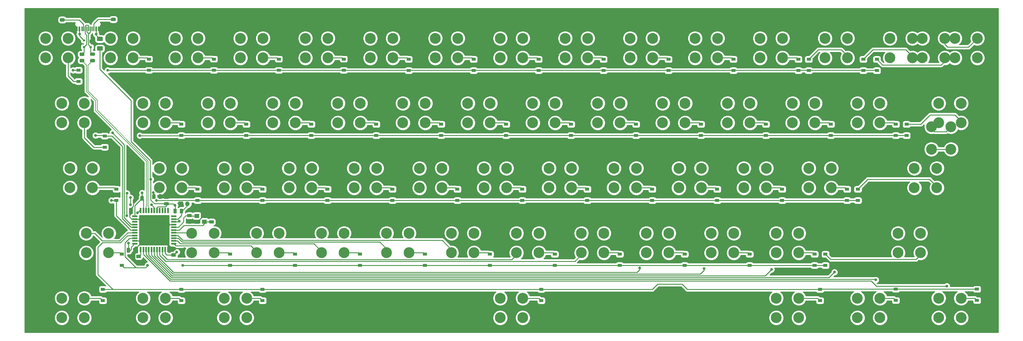
<source format=gbr>
G04 #@! TF.GenerationSoftware,KiCad,Pcbnew,(5.1.5)-3*
G04 #@! TF.CreationDate,2020-04-19T14:57:09-04:00*
G04 #@! TF.ProjectId,Squid60,53717569-6436-4302-9e6b-696361645f70,rev?*
G04 #@! TF.SameCoordinates,Original*
G04 #@! TF.FileFunction,Copper,L2,Bot*
G04 #@! TF.FilePolarity,Positive*
%FSLAX46Y46*%
G04 Gerber Fmt 4.6, Leading zero omitted, Abs format (unit mm)*
G04 Created by KiCad (PCBNEW (5.1.5)-3) date 2020-04-19 14:57:09*
%MOMM*%
%LPD*%
G04 APERTURE LIST*
%ADD10O,1.350000X1.350000*%
%ADD11R,1.350000X1.350000*%
%ADD12R,1.400000X1.200000*%
%ADD13C,0.100000*%
%ADD14R,1.500000X0.550000*%
%ADD15R,0.550000X1.500000*%
%ADD16C,3.180000*%
%ADD17R,0.600000X1.450000*%
%ADD18R,0.300000X1.450000*%
%ADD19O,1.000000X2.100000*%
%ADD20O,1.000000X1.600000*%
%ADD21R,0.700000X1.000000*%
%ADD22R,0.700000X0.600000*%
%ADD23R,1.200000X0.900000*%
%ADD24C,0.800000*%
%ADD25C,0.250000*%
%ADD26C,0.200000*%
%ADD27C,0.254000*%
G04 APERTURE END LIST*
D10*
X55778400Y-75692000D03*
D11*
X53778400Y-75692000D03*
D12*
X60708900Y-79209900D03*
X58508900Y-79209900D03*
X58508900Y-80909900D03*
X60708900Y-80909900D03*
G04 #@! TA.AperFunction,SMDPad,CuDef*
D13*
G36*
X30748504Y-26678204D02*
G01*
X30772773Y-26681804D01*
X30796571Y-26687765D01*
X30819671Y-26696030D01*
X30841849Y-26706520D01*
X30862893Y-26719133D01*
X30882598Y-26733747D01*
X30900777Y-26750223D01*
X30917253Y-26768402D01*
X30931867Y-26788107D01*
X30944480Y-26809151D01*
X30954970Y-26831329D01*
X30963235Y-26854429D01*
X30969196Y-26878227D01*
X30972796Y-26902496D01*
X30974000Y-26927000D01*
X30974000Y-27677000D01*
X30972796Y-27701504D01*
X30969196Y-27725773D01*
X30963235Y-27749571D01*
X30954970Y-27772671D01*
X30944480Y-27794849D01*
X30931867Y-27815893D01*
X30917253Y-27835598D01*
X30900777Y-27853777D01*
X30882598Y-27870253D01*
X30862893Y-27884867D01*
X30841849Y-27897480D01*
X30819671Y-27907970D01*
X30796571Y-27916235D01*
X30772773Y-27922196D01*
X30748504Y-27925796D01*
X30724000Y-27927000D01*
X29474000Y-27927000D01*
X29449496Y-27925796D01*
X29425227Y-27922196D01*
X29401429Y-27916235D01*
X29378329Y-27907970D01*
X29356151Y-27897480D01*
X29335107Y-27884867D01*
X29315402Y-27870253D01*
X29297223Y-27853777D01*
X29280747Y-27835598D01*
X29266133Y-27815893D01*
X29253520Y-27794849D01*
X29243030Y-27772671D01*
X29234765Y-27749571D01*
X29228804Y-27725773D01*
X29225204Y-27701504D01*
X29224000Y-27677000D01*
X29224000Y-26927000D01*
X29225204Y-26902496D01*
X29228804Y-26878227D01*
X29234765Y-26854429D01*
X29243030Y-26831329D01*
X29253520Y-26809151D01*
X29266133Y-26788107D01*
X29280747Y-26768402D01*
X29297223Y-26750223D01*
X29315402Y-26733747D01*
X29335107Y-26719133D01*
X29356151Y-26706520D01*
X29378329Y-26696030D01*
X29401429Y-26687765D01*
X29425227Y-26681804D01*
X29449496Y-26678204D01*
X29474000Y-26677000D01*
X30724000Y-26677000D01*
X30748504Y-26678204D01*
G37*
G04 #@! TD.AperFunction*
G04 #@! TA.AperFunction,SMDPad,CuDef*
G36*
X30748504Y-29478204D02*
G01*
X30772773Y-29481804D01*
X30796571Y-29487765D01*
X30819671Y-29496030D01*
X30841849Y-29506520D01*
X30862893Y-29519133D01*
X30882598Y-29533747D01*
X30900777Y-29550223D01*
X30917253Y-29568402D01*
X30931867Y-29588107D01*
X30944480Y-29609151D01*
X30954970Y-29631329D01*
X30963235Y-29654429D01*
X30969196Y-29678227D01*
X30972796Y-29702496D01*
X30974000Y-29727000D01*
X30974000Y-30477000D01*
X30972796Y-30501504D01*
X30969196Y-30525773D01*
X30963235Y-30549571D01*
X30954970Y-30572671D01*
X30944480Y-30594849D01*
X30931867Y-30615893D01*
X30917253Y-30635598D01*
X30900777Y-30653777D01*
X30882598Y-30670253D01*
X30862893Y-30684867D01*
X30841849Y-30697480D01*
X30819671Y-30707970D01*
X30796571Y-30716235D01*
X30772773Y-30722196D01*
X30748504Y-30725796D01*
X30724000Y-30727000D01*
X29474000Y-30727000D01*
X29449496Y-30725796D01*
X29425227Y-30722196D01*
X29401429Y-30716235D01*
X29378329Y-30707970D01*
X29356151Y-30697480D01*
X29335107Y-30684867D01*
X29315402Y-30670253D01*
X29297223Y-30653777D01*
X29280747Y-30635598D01*
X29266133Y-30615893D01*
X29253520Y-30594849D01*
X29243030Y-30572671D01*
X29234765Y-30549571D01*
X29228804Y-30525773D01*
X29225204Y-30501504D01*
X29224000Y-30477000D01*
X29224000Y-29727000D01*
X29225204Y-29702496D01*
X29228804Y-29678227D01*
X29234765Y-29654429D01*
X29243030Y-29631329D01*
X29253520Y-29609151D01*
X29266133Y-29588107D01*
X29280747Y-29568402D01*
X29297223Y-29550223D01*
X29315402Y-29533747D01*
X29335107Y-29519133D01*
X29356151Y-29506520D01*
X29378329Y-29496030D01*
X29401429Y-29487765D01*
X29425227Y-29481804D01*
X29449496Y-29478204D01*
X29474000Y-29477000D01*
X30724000Y-29477000D01*
X30748504Y-29478204D01*
G37*
G04 #@! TD.AperFunction*
G04 #@! TA.AperFunction,SMDPad,CuDef*
G36*
X52169142Y-90191674D02*
G01*
X52192803Y-90195184D01*
X52216007Y-90200996D01*
X52238529Y-90209054D01*
X52260153Y-90219282D01*
X52280670Y-90231579D01*
X52299883Y-90245829D01*
X52317607Y-90261893D01*
X52333671Y-90279617D01*
X52347921Y-90298830D01*
X52360218Y-90319347D01*
X52370446Y-90340971D01*
X52378504Y-90363493D01*
X52384316Y-90386697D01*
X52387826Y-90410358D01*
X52389000Y-90434250D01*
X52389000Y-90921750D01*
X52387826Y-90945642D01*
X52384316Y-90969303D01*
X52378504Y-90992507D01*
X52370446Y-91015029D01*
X52360218Y-91036653D01*
X52347921Y-91057170D01*
X52333671Y-91076383D01*
X52317607Y-91094107D01*
X52299883Y-91110171D01*
X52280670Y-91124421D01*
X52260153Y-91136718D01*
X52238529Y-91146946D01*
X52216007Y-91155004D01*
X52192803Y-91160816D01*
X52169142Y-91164326D01*
X52145250Y-91165500D01*
X51232750Y-91165500D01*
X51208858Y-91164326D01*
X51185197Y-91160816D01*
X51161993Y-91155004D01*
X51139471Y-91146946D01*
X51117847Y-91136718D01*
X51097330Y-91124421D01*
X51078117Y-91110171D01*
X51060393Y-91094107D01*
X51044329Y-91076383D01*
X51030079Y-91057170D01*
X51017782Y-91036653D01*
X51007554Y-91015029D01*
X50999496Y-90992507D01*
X50993684Y-90969303D01*
X50990174Y-90945642D01*
X50989000Y-90921750D01*
X50989000Y-90434250D01*
X50990174Y-90410358D01*
X50993684Y-90386697D01*
X50999496Y-90363493D01*
X51007554Y-90340971D01*
X51017782Y-90319347D01*
X51030079Y-90298830D01*
X51044329Y-90279617D01*
X51060393Y-90261893D01*
X51078117Y-90245829D01*
X51097330Y-90231579D01*
X51117847Y-90219282D01*
X51139471Y-90209054D01*
X51161993Y-90200996D01*
X51185197Y-90195184D01*
X51208858Y-90191674D01*
X51232750Y-90190500D01*
X52145250Y-90190500D01*
X52169142Y-90191674D01*
G37*
G04 #@! TD.AperFunction*
G04 #@! TA.AperFunction,SMDPad,CuDef*
G36*
X52169142Y-88316674D02*
G01*
X52192803Y-88320184D01*
X52216007Y-88325996D01*
X52238529Y-88334054D01*
X52260153Y-88344282D01*
X52280670Y-88356579D01*
X52299883Y-88370829D01*
X52317607Y-88386893D01*
X52333671Y-88404617D01*
X52347921Y-88423830D01*
X52360218Y-88444347D01*
X52370446Y-88465971D01*
X52378504Y-88488493D01*
X52384316Y-88511697D01*
X52387826Y-88535358D01*
X52389000Y-88559250D01*
X52389000Y-89046750D01*
X52387826Y-89070642D01*
X52384316Y-89094303D01*
X52378504Y-89117507D01*
X52370446Y-89140029D01*
X52360218Y-89161653D01*
X52347921Y-89182170D01*
X52333671Y-89201383D01*
X52317607Y-89219107D01*
X52299883Y-89235171D01*
X52280670Y-89249421D01*
X52260153Y-89261718D01*
X52238529Y-89271946D01*
X52216007Y-89280004D01*
X52192803Y-89285816D01*
X52169142Y-89289326D01*
X52145250Y-89290500D01*
X51232750Y-89290500D01*
X51208858Y-89289326D01*
X51185197Y-89285816D01*
X51161993Y-89280004D01*
X51139471Y-89271946D01*
X51117847Y-89261718D01*
X51097330Y-89249421D01*
X51078117Y-89235171D01*
X51060393Y-89219107D01*
X51044329Y-89201383D01*
X51030079Y-89182170D01*
X51017782Y-89161653D01*
X51007554Y-89140029D01*
X50999496Y-89117507D01*
X50993684Y-89094303D01*
X50990174Y-89070642D01*
X50989000Y-89046750D01*
X50989000Y-88559250D01*
X50990174Y-88535358D01*
X50993684Y-88511697D01*
X50999496Y-88488493D01*
X51007554Y-88465971D01*
X51017782Y-88444347D01*
X51030079Y-88423830D01*
X51044329Y-88404617D01*
X51060393Y-88386893D01*
X51078117Y-88370829D01*
X51097330Y-88356579D01*
X51117847Y-88344282D01*
X51139471Y-88334054D01*
X51161993Y-88325996D01*
X51185197Y-88320184D01*
X51208858Y-88316674D01*
X51232750Y-88315500D01*
X52145250Y-88315500D01*
X52169142Y-88316674D01*
G37*
G04 #@! TD.AperFunction*
G04 #@! TA.AperFunction,SMDPad,CuDef*
G36*
X38723242Y-88569474D02*
G01*
X38746903Y-88572984D01*
X38770107Y-88578796D01*
X38792629Y-88586854D01*
X38814253Y-88597082D01*
X38834770Y-88609379D01*
X38853983Y-88623629D01*
X38871707Y-88639693D01*
X38887771Y-88657417D01*
X38902021Y-88676630D01*
X38914318Y-88697147D01*
X38924546Y-88718771D01*
X38932604Y-88741293D01*
X38938416Y-88764497D01*
X38941926Y-88788158D01*
X38943100Y-88812050D01*
X38943100Y-89724550D01*
X38941926Y-89748442D01*
X38938416Y-89772103D01*
X38932604Y-89795307D01*
X38924546Y-89817829D01*
X38914318Y-89839453D01*
X38902021Y-89859970D01*
X38887771Y-89879183D01*
X38871707Y-89896907D01*
X38853983Y-89912971D01*
X38834770Y-89927221D01*
X38814253Y-89939518D01*
X38792629Y-89949746D01*
X38770107Y-89957804D01*
X38746903Y-89963616D01*
X38723242Y-89967126D01*
X38699350Y-89968300D01*
X38211850Y-89968300D01*
X38187958Y-89967126D01*
X38164297Y-89963616D01*
X38141093Y-89957804D01*
X38118571Y-89949746D01*
X38096947Y-89939518D01*
X38076430Y-89927221D01*
X38057217Y-89912971D01*
X38039493Y-89896907D01*
X38023429Y-89879183D01*
X38009179Y-89859970D01*
X37996882Y-89839453D01*
X37986654Y-89817829D01*
X37978596Y-89795307D01*
X37972784Y-89772103D01*
X37969274Y-89748442D01*
X37968100Y-89724550D01*
X37968100Y-88812050D01*
X37969274Y-88788158D01*
X37972784Y-88764497D01*
X37978596Y-88741293D01*
X37986654Y-88718771D01*
X37996882Y-88697147D01*
X38009179Y-88676630D01*
X38023429Y-88657417D01*
X38039493Y-88639693D01*
X38057217Y-88623629D01*
X38076430Y-88609379D01*
X38096947Y-88597082D01*
X38118571Y-88586854D01*
X38141093Y-88578796D01*
X38164297Y-88572984D01*
X38187958Y-88569474D01*
X38211850Y-88568300D01*
X38699350Y-88568300D01*
X38723242Y-88569474D01*
G37*
G04 #@! TD.AperFunction*
G04 #@! TA.AperFunction,SMDPad,CuDef*
G36*
X40598242Y-88569474D02*
G01*
X40621903Y-88572984D01*
X40645107Y-88578796D01*
X40667629Y-88586854D01*
X40689253Y-88597082D01*
X40709770Y-88609379D01*
X40728983Y-88623629D01*
X40746707Y-88639693D01*
X40762771Y-88657417D01*
X40777021Y-88676630D01*
X40789318Y-88697147D01*
X40799546Y-88718771D01*
X40807604Y-88741293D01*
X40813416Y-88764497D01*
X40816926Y-88788158D01*
X40818100Y-88812050D01*
X40818100Y-89724550D01*
X40816926Y-89748442D01*
X40813416Y-89772103D01*
X40807604Y-89795307D01*
X40799546Y-89817829D01*
X40789318Y-89839453D01*
X40777021Y-89859970D01*
X40762771Y-89879183D01*
X40746707Y-89896907D01*
X40728983Y-89912971D01*
X40709770Y-89927221D01*
X40689253Y-89939518D01*
X40667629Y-89949746D01*
X40645107Y-89957804D01*
X40621903Y-89963616D01*
X40598242Y-89967126D01*
X40574350Y-89968300D01*
X40086850Y-89968300D01*
X40062958Y-89967126D01*
X40039297Y-89963616D01*
X40016093Y-89957804D01*
X39993571Y-89949746D01*
X39971947Y-89939518D01*
X39951430Y-89927221D01*
X39932217Y-89912971D01*
X39914493Y-89896907D01*
X39898429Y-89879183D01*
X39884179Y-89859970D01*
X39871882Y-89839453D01*
X39861654Y-89817829D01*
X39853596Y-89795307D01*
X39847784Y-89772103D01*
X39844274Y-89748442D01*
X39843100Y-89724550D01*
X39843100Y-88812050D01*
X39844274Y-88788158D01*
X39847784Y-88764497D01*
X39853596Y-88741293D01*
X39861654Y-88718771D01*
X39871882Y-88697147D01*
X39884179Y-88676630D01*
X39898429Y-88657417D01*
X39914493Y-88639693D01*
X39932217Y-88623629D01*
X39951430Y-88609379D01*
X39971947Y-88597082D01*
X39993571Y-88586854D01*
X40016093Y-88578796D01*
X40039297Y-88572984D01*
X40062958Y-88569474D01*
X40086850Y-88568300D01*
X40574350Y-88568300D01*
X40598242Y-88569474D01*
G37*
G04 #@! TD.AperFunction*
G04 #@! TA.AperFunction,SMDPad,CuDef*
G36*
X50086342Y-75154874D02*
G01*
X50110003Y-75158384D01*
X50133207Y-75164196D01*
X50155729Y-75172254D01*
X50177353Y-75182482D01*
X50197870Y-75194779D01*
X50217083Y-75209029D01*
X50234807Y-75225093D01*
X50250871Y-75242817D01*
X50265121Y-75262030D01*
X50277418Y-75282547D01*
X50287646Y-75304171D01*
X50295704Y-75326693D01*
X50301516Y-75349897D01*
X50305026Y-75373558D01*
X50306200Y-75397450D01*
X50306200Y-75884950D01*
X50305026Y-75908842D01*
X50301516Y-75932503D01*
X50295704Y-75955707D01*
X50287646Y-75978229D01*
X50277418Y-75999853D01*
X50265121Y-76020370D01*
X50250871Y-76039583D01*
X50234807Y-76057307D01*
X50217083Y-76073371D01*
X50197870Y-76087621D01*
X50177353Y-76099918D01*
X50155729Y-76110146D01*
X50133207Y-76118204D01*
X50110003Y-76124016D01*
X50086342Y-76127526D01*
X50062450Y-76128700D01*
X49149950Y-76128700D01*
X49126058Y-76127526D01*
X49102397Y-76124016D01*
X49079193Y-76118204D01*
X49056671Y-76110146D01*
X49035047Y-76099918D01*
X49014530Y-76087621D01*
X48995317Y-76073371D01*
X48977593Y-76057307D01*
X48961529Y-76039583D01*
X48947279Y-76020370D01*
X48934982Y-75999853D01*
X48924754Y-75978229D01*
X48916696Y-75955707D01*
X48910884Y-75932503D01*
X48907374Y-75908842D01*
X48906200Y-75884950D01*
X48906200Y-75397450D01*
X48907374Y-75373558D01*
X48910884Y-75349897D01*
X48916696Y-75326693D01*
X48924754Y-75304171D01*
X48934982Y-75282547D01*
X48947279Y-75262030D01*
X48961529Y-75242817D01*
X48977593Y-75225093D01*
X48995317Y-75209029D01*
X49014530Y-75194779D01*
X49035047Y-75182482D01*
X49056671Y-75172254D01*
X49079193Y-75164196D01*
X49102397Y-75158384D01*
X49126058Y-75154874D01*
X49149950Y-75153700D01*
X50062450Y-75153700D01*
X50086342Y-75154874D01*
G37*
G04 #@! TD.AperFunction*
G04 #@! TA.AperFunction,SMDPad,CuDef*
G36*
X50086342Y-73279874D02*
G01*
X50110003Y-73283384D01*
X50133207Y-73289196D01*
X50155729Y-73297254D01*
X50177353Y-73307482D01*
X50197870Y-73319779D01*
X50217083Y-73334029D01*
X50234807Y-73350093D01*
X50250871Y-73367817D01*
X50265121Y-73387030D01*
X50277418Y-73407547D01*
X50287646Y-73429171D01*
X50295704Y-73451693D01*
X50301516Y-73474897D01*
X50305026Y-73498558D01*
X50306200Y-73522450D01*
X50306200Y-74009950D01*
X50305026Y-74033842D01*
X50301516Y-74057503D01*
X50295704Y-74080707D01*
X50287646Y-74103229D01*
X50277418Y-74124853D01*
X50265121Y-74145370D01*
X50250871Y-74164583D01*
X50234807Y-74182307D01*
X50217083Y-74198371D01*
X50197870Y-74212621D01*
X50177353Y-74224918D01*
X50155729Y-74235146D01*
X50133207Y-74243204D01*
X50110003Y-74249016D01*
X50086342Y-74252526D01*
X50062450Y-74253700D01*
X49149950Y-74253700D01*
X49126058Y-74252526D01*
X49102397Y-74249016D01*
X49079193Y-74243204D01*
X49056671Y-74235146D01*
X49035047Y-74224918D01*
X49014530Y-74212621D01*
X48995317Y-74198371D01*
X48977593Y-74182307D01*
X48961529Y-74164583D01*
X48947279Y-74145370D01*
X48934982Y-74124853D01*
X48924754Y-74103229D01*
X48916696Y-74080707D01*
X48910884Y-74057503D01*
X48907374Y-74033842D01*
X48906200Y-74009950D01*
X48906200Y-73522450D01*
X48907374Y-73498558D01*
X48910884Y-73474897D01*
X48916696Y-73451693D01*
X48924754Y-73429171D01*
X48934982Y-73407547D01*
X48947279Y-73387030D01*
X48961529Y-73367817D01*
X48977593Y-73350093D01*
X48995317Y-73334029D01*
X49014530Y-73319779D01*
X49035047Y-73307482D01*
X49056671Y-73297254D01*
X49079193Y-73289196D01*
X49102397Y-73283384D01*
X49126058Y-73279874D01*
X49149950Y-73278700D01*
X50062450Y-73278700D01*
X50086342Y-73279874D01*
G37*
G04 #@! TD.AperFunction*
G04 #@! TA.AperFunction,SMDPad,CuDef*
G36*
X42734142Y-73342174D02*
G01*
X42757803Y-73345684D01*
X42781007Y-73351496D01*
X42803529Y-73359554D01*
X42825153Y-73369782D01*
X42845670Y-73382079D01*
X42864883Y-73396329D01*
X42882607Y-73412393D01*
X42898671Y-73430117D01*
X42912921Y-73449330D01*
X42925218Y-73469847D01*
X42935446Y-73491471D01*
X42943504Y-73513993D01*
X42949316Y-73537197D01*
X42952826Y-73560858D01*
X42954000Y-73584750D01*
X42954000Y-74497250D01*
X42952826Y-74521142D01*
X42949316Y-74544803D01*
X42943504Y-74568007D01*
X42935446Y-74590529D01*
X42925218Y-74612153D01*
X42912921Y-74632670D01*
X42898671Y-74651883D01*
X42882607Y-74669607D01*
X42864883Y-74685671D01*
X42845670Y-74699921D01*
X42825153Y-74712218D01*
X42803529Y-74722446D01*
X42781007Y-74730504D01*
X42757803Y-74736316D01*
X42734142Y-74739826D01*
X42710250Y-74741000D01*
X42222750Y-74741000D01*
X42198858Y-74739826D01*
X42175197Y-74736316D01*
X42151993Y-74730504D01*
X42129471Y-74722446D01*
X42107847Y-74712218D01*
X42087330Y-74699921D01*
X42068117Y-74685671D01*
X42050393Y-74669607D01*
X42034329Y-74651883D01*
X42020079Y-74632670D01*
X42007782Y-74612153D01*
X41997554Y-74590529D01*
X41989496Y-74568007D01*
X41983684Y-74544803D01*
X41980174Y-74521142D01*
X41979000Y-74497250D01*
X41979000Y-73584750D01*
X41980174Y-73560858D01*
X41983684Y-73537197D01*
X41989496Y-73513993D01*
X41997554Y-73491471D01*
X42007782Y-73469847D01*
X42020079Y-73449330D01*
X42034329Y-73430117D01*
X42050393Y-73412393D01*
X42068117Y-73396329D01*
X42087330Y-73382079D01*
X42107847Y-73369782D01*
X42129471Y-73359554D01*
X42151993Y-73351496D01*
X42175197Y-73345684D01*
X42198858Y-73342174D01*
X42222750Y-73341000D01*
X42710250Y-73341000D01*
X42734142Y-73342174D01*
G37*
G04 #@! TD.AperFunction*
G04 #@! TA.AperFunction,SMDPad,CuDef*
G36*
X40859142Y-73342174D02*
G01*
X40882803Y-73345684D01*
X40906007Y-73351496D01*
X40928529Y-73359554D01*
X40950153Y-73369782D01*
X40970670Y-73382079D01*
X40989883Y-73396329D01*
X41007607Y-73412393D01*
X41023671Y-73430117D01*
X41037921Y-73449330D01*
X41050218Y-73469847D01*
X41060446Y-73491471D01*
X41068504Y-73513993D01*
X41074316Y-73537197D01*
X41077826Y-73560858D01*
X41079000Y-73584750D01*
X41079000Y-74497250D01*
X41077826Y-74521142D01*
X41074316Y-74544803D01*
X41068504Y-74568007D01*
X41060446Y-74590529D01*
X41050218Y-74612153D01*
X41037921Y-74632670D01*
X41023671Y-74651883D01*
X41007607Y-74669607D01*
X40989883Y-74685671D01*
X40970670Y-74699921D01*
X40950153Y-74712218D01*
X40928529Y-74722446D01*
X40906007Y-74730504D01*
X40882803Y-74736316D01*
X40859142Y-74739826D01*
X40835250Y-74741000D01*
X40347750Y-74741000D01*
X40323858Y-74739826D01*
X40300197Y-74736316D01*
X40276993Y-74730504D01*
X40254471Y-74722446D01*
X40232847Y-74712218D01*
X40212330Y-74699921D01*
X40193117Y-74685671D01*
X40175393Y-74669607D01*
X40159329Y-74651883D01*
X40145079Y-74632670D01*
X40132782Y-74612153D01*
X40122554Y-74590529D01*
X40114496Y-74568007D01*
X40108684Y-74544803D01*
X40105174Y-74521142D01*
X40104000Y-74497250D01*
X40104000Y-73584750D01*
X40105174Y-73560858D01*
X40108684Y-73537197D01*
X40114496Y-73513993D01*
X40122554Y-73491471D01*
X40132782Y-73469847D01*
X40145079Y-73449330D01*
X40159329Y-73430117D01*
X40175393Y-73412393D01*
X40193117Y-73396329D01*
X40212330Y-73382079D01*
X40232847Y-73369782D01*
X40254471Y-73359554D01*
X40276993Y-73351496D01*
X40300197Y-73345684D01*
X40323858Y-73342174D01*
X40347750Y-73341000D01*
X40835250Y-73341000D01*
X40859142Y-73342174D01*
G37*
G04 #@! TD.AperFunction*
G04 #@! TA.AperFunction,SMDPad,CuDef*
G36*
X48053142Y-72834174D02*
G01*
X48076803Y-72837684D01*
X48100007Y-72843496D01*
X48122529Y-72851554D01*
X48144153Y-72861782D01*
X48164670Y-72874079D01*
X48183883Y-72888329D01*
X48201607Y-72904393D01*
X48217671Y-72922117D01*
X48231921Y-72941330D01*
X48244218Y-72961847D01*
X48254446Y-72983471D01*
X48262504Y-73005993D01*
X48268316Y-73029197D01*
X48271826Y-73052858D01*
X48273000Y-73076750D01*
X48273000Y-73989250D01*
X48271826Y-74013142D01*
X48268316Y-74036803D01*
X48262504Y-74060007D01*
X48254446Y-74082529D01*
X48244218Y-74104153D01*
X48231921Y-74124670D01*
X48217671Y-74143883D01*
X48201607Y-74161607D01*
X48183883Y-74177671D01*
X48164670Y-74191921D01*
X48144153Y-74204218D01*
X48122529Y-74214446D01*
X48100007Y-74222504D01*
X48076803Y-74228316D01*
X48053142Y-74231826D01*
X48029250Y-74233000D01*
X47541750Y-74233000D01*
X47517858Y-74231826D01*
X47494197Y-74228316D01*
X47470993Y-74222504D01*
X47448471Y-74214446D01*
X47426847Y-74204218D01*
X47406330Y-74191921D01*
X47387117Y-74177671D01*
X47369393Y-74161607D01*
X47353329Y-74143883D01*
X47339079Y-74124670D01*
X47326782Y-74104153D01*
X47316554Y-74082529D01*
X47308496Y-74060007D01*
X47302684Y-74036803D01*
X47299174Y-74013142D01*
X47298000Y-73989250D01*
X47298000Y-73076750D01*
X47299174Y-73052858D01*
X47302684Y-73029197D01*
X47308496Y-73005993D01*
X47316554Y-72983471D01*
X47326782Y-72961847D01*
X47339079Y-72941330D01*
X47353329Y-72922117D01*
X47369393Y-72904393D01*
X47387117Y-72888329D01*
X47406330Y-72874079D01*
X47426847Y-72861782D01*
X47448471Y-72851554D01*
X47470993Y-72843496D01*
X47494197Y-72837684D01*
X47517858Y-72834174D01*
X47541750Y-72833000D01*
X48029250Y-72833000D01*
X48053142Y-72834174D01*
G37*
G04 #@! TD.AperFunction*
G04 #@! TA.AperFunction,SMDPad,CuDef*
G36*
X46178142Y-72834174D02*
G01*
X46201803Y-72837684D01*
X46225007Y-72843496D01*
X46247529Y-72851554D01*
X46269153Y-72861782D01*
X46289670Y-72874079D01*
X46308883Y-72888329D01*
X46326607Y-72904393D01*
X46342671Y-72922117D01*
X46356921Y-72941330D01*
X46369218Y-72961847D01*
X46379446Y-72983471D01*
X46387504Y-73005993D01*
X46393316Y-73029197D01*
X46396826Y-73052858D01*
X46398000Y-73076750D01*
X46398000Y-73989250D01*
X46396826Y-74013142D01*
X46393316Y-74036803D01*
X46387504Y-74060007D01*
X46379446Y-74082529D01*
X46369218Y-74104153D01*
X46356921Y-74124670D01*
X46342671Y-74143883D01*
X46326607Y-74161607D01*
X46308883Y-74177671D01*
X46289670Y-74191921D01*
X46269153Y-74204218D01*
X46247529Y-74214446D01*
X46225007Y-74222504D01*
X46201803Y-74228316D01*
X46178142Y-74231826D01*
X46154250Y-74233000D01*
X45666750Y-74233000D01*
X45642858Y-74231826D01*
X45619197Y-74228316D01*
X45595993Y-74222504D01*
X45573471Y-74214446D01*
X45551847Y-74204218D01*
X45531330Y-74191921D01*
X45512117Y-74177671D01*
X45494393Y-74161607D01*
X45478329Y-74143883D01*
X45464079Y-74124670D01*
X45451782Y-74104153D01*
X45441554Y-74082529D01*
X45433496Y-74060007D01*
X45427684Y-74036803D01*
X45424174Y-74013142D01*
X45423000Y-73989250D01*
X45423000Y-73076750D01*
X45424174Y-73052858D01*
X45427684Y-73029197D01*
X45433496Y-73005993D01*
X45441554Y-72983471D01*
X45451782Y-72961847D01*
X45464079Y-72941330D01*
X45478329Y-72922117D01*
X45494393Y-72904393D01*
X45512117Y-72888329D01*
X45531330Y-72874079D01*
X45551847Y-72861782D01*
X45573471Y-72851554D01*
X45595993Y-72843496D01*
X45619197Y-72837684D01*
X45642858Y-72834174D01*
X45666750Y-72833000D01*
X46154250Y-72833000D01*
X46178142Y-72834174D01*
G37*
G04 #@! TD.AperFunction*
G04 #@! TA.AperFunction,SMDPad,CuDef*
G36*
X56830042Y-80501574D02*
G01*
X56853703Y-80505084D01*
X56876907Y-80510896D01*
X56899429Y-80518954D01*
X56921053Y-80529182D01*
X56941570Y-80541479D01*
X56960783Y-80555729D01*
X56978507Y-80571793D01*
X56994571Y-80589517D01*
X57008821Y-80608730D01*
X57021118Y-80629247D01*
X57031346Y-80650871D01*
X57039404Y-80673393D01*
X57045216Y-80696597D01*
X57048726Y-80720258D01*
X57049900Y-80744150D01*
X57049900Y-81231650D01*
X57048726Y-81255542D01*
X57045216Y-81279203D01*
X57039404Y-81302407D01*
X57031346Y-81324929D01*
X57021118Y-81346553D01*
X57008821Y-81367070D01*
X56994571Y-81386283D01*
X56978507Y-81404007D01*
X56960783Y-81420071D01*
X56941570Y-81434321D01*
X56921053Y-81446618D01*
X56899429Y-81456846D01*
X56876907Y-81464904D01*
X56853703Y-81470716D01*
X56830042Y-81474226D01*
X56806150Y-81475400D01*
X55893650Y-81475400D01*
X55869758Y-81474226D01*
X55846097Y-81470716D01*
X55822893Y-81464904D01*
X55800371Y-81456846D01*
X55778747Y-81446618D01*
X55758230Y-81434321D01*
X55739017Y-81420071D01*
X55721293Y-81404007D01*
X55705229Y-81386283D01*
X55690979Y-81367070D01*
X55678682Y-81346553D01*
X55668454Y-81324929D01*
X55660396Y-81302407D01*
X55654584Y-81279203D01*
X55651074Y-81255542D01*
X55649900Y-81231650D01*
X55649900Y-80744150D01*
X55651074Y-80720258D01*
X55654584Y-80696597D01*
X55660396Y-80673393D01*
X55668454Y-80650871D01*
X55678682Y-80629247D01*
X55690979Y-80608730D01*
X55705229Y-80589517D01*
X55721293Y-80571793D01*
X55739017Y-80555729D01*
X55758230Y-80541479D01*
X55778747Y-80529182D01*
X55800371Y-80518954D01*
X55822893Y-80510896D01*
X55846097Y-80505084D01*
X55869758Y-80501574D01*
X55893650Y-80500400D01*
X56806150Y-80500400D01*
X56830042Y-80501574D01*
G37*
G04 #@! TD.AperFunction*
G04 #@! TA.AperFunction,SMDPad,CuDef*
G36*
X56830042Y-78626574D02*
G01*
X56853703Y-78630084D01*
X56876907Y-78635896D01*
X56899429Y-78643954D01*
X56921053Y-78654182D01*
X56941570Y-78666479D01*
X56960783Y-78680729D01*
X56978507Y-78696793D01*
X56994571Y-78714517D01*
X57008821Y-78733730D01*
X57021118Y-78754247D01*
X57031346Y-78775871D01*
X57039404Y-78798393D01*
X57045216Y-78821597D01*
X57048726Y-78845258D01*
X57049900Y-78869150D01*
X57049900Y-79356650D01*
X57048726Y-79380542D01*
X57045216Y-79404203D01*
X57039404Y-79427407D01*
X57031346Y-79449929D01*
X57021118Y-79471553D01*
X57008821Y-79492070D01*
X56994571Y-79511283D01*
X56978507Y-79529007D01*
X56960783Y-79545071D01*
X56941570Y-79559321D01*
X56921053Y-79571618D01*
X56899429Y-79581846D01*
X56876907Y-79589904D01*
X56853703Y-79595716D01*
X56830042Y-79599226D01*
X56806150Y-79600400D01*
X55893650Y-79600400D01*
X55869758Y-79599226D01*
X55846097Y-79595716D01*
X55822893Y-79589904D01*
X55800371Y-79581846D01*
X55778747Y-79571618D01*
X55758230Y-79559321D01*
X55739017Y-79545071D01*
X55721293Y-79529007D01*
X55705229Y-79511283D01*
X55690979Y-79492070D01*
X55678682Y-79471553D01*
X55668454Y-79449929D01*
X55660396Y-79427407D01*
X55654584Y-79404203D01*
X55651074Y-79380542D01*
X55649900Y-79356650D01*
X55649900Y-78869150D01*
X55651074Y-78845258D01*
X55654584Y-78821597D01*
X55660396Y-78798393D01*
X55668454Y-78775871D01*
X55678682Y-78754247D01*
X55690979Y-78733730D01*
X55705229Y-78714517D01*
X55721293Y-78696793D01*
X55739017Y-78680729D01*
X55758230Y-78666479D01*
X55778747Y-78654182D01*
X55800371Y-78643954D01*
X55822893Y-78635896D01*
X55846097Y-78630084D01*
X55869758Y-78626574D01*
X55893650Y-78625400D01*
X56806150Y-78625400D01*
X56830042Y-78626574D01*
G37*
G04 #@! TD.AperFunction*
G04 #@! TA.AperFunction,SMDPad,CuDef*
G36*
X63307042Y-78596574D02*
G01*
X63330703Y-78600084D01*
X63353907Y-78605896D01*
X63376429Y-78613954D01*
X63398053Y-78624182D01*
X63418570Y-78636479D01*
X63437783Y-78650729D01*
X63455507Y-78666793D01*
X63471571Y-78684517D01*
X63485821Y-78703730D01*
X63498118Y-78724247D01*
X63508346Y-78745871D01*
X63516404Y-78768393D01*
X63522216Y-78791597D01*
X63525726Y-78815258D01*
X63526900Y-78839150D01*
X63526900Y-79326650D01*
X63525726Y-79350542D01*
X63522216Y-79374203D01*
X63516404Y-79397407D01*
X63508346Y-79419929D01*
X63498118Y-79441553D01*
X63485821Y-79462070D01*
X63471571Y-79481283D01*
X63455507Y-79499007D01*
X63437783Y-79515071D01*
X63418570Y-79529321D01*
X63398053Y-79541618D01*
X63376429Y-79551846D01*
X63353907Y-79559904D01*
X63330703Y-79565716D01*
X63307042Y-79569226D01*
X63283150Y-79570400D01*
X62370650Y-79570400D01*
X62346758Y-79569226D01*
X62323097Y-79565716D01*
X62299893Y-79559904D01*
X62277371Y-79551846D01*
X62255747Y-79541618D01*
X62235230Y-79529321D01*
X62216017Y-79515071D01*
X62198293Y-79499007D01*
X62182229Y-79481283D01*
X62167979Y-79462070D01*
X62155682Y-79441553D01*
X62145454Y-79419929D01*
X62137396Y-79397407D01*
X62131584Y-79374203D01*
X62128074Y-79350542D01*
X62126900Y-79326650D01*
X62126900Y-78839150D01*
X62128074Y-78815258D01*
X62131584Y-78791597D01*
X62137396Y-78768393D01*
X62145454Y-78745871D01*
X62155682Y-78724247D01*
X62167979Y-78703730D01*
X62182229Y-78684517D01*
X62198293Y-78666793D01*
X62216017Y-78650729D01*
X62235230Y-78636479D01*
X62255747Y-78624182D01*
X62277371Y-78613954D01*
X62299893Y-78605896D01*
X62323097Y-78600084D01*
X62346758Y-78596574D01*
X62370650Y-78595400D01*
X63283150Y-78595400D01*
X63307042Y-78596574D01*
G37*
G04 #@! TD.AperFunction*
G04 #@! TA.AperFunction,SMDPad,CuDef*
G36*
X63307042Y-80471574D02*
G01*
X63330703Y-80475084D01*
X63353907Y-80480896D01*
X63376429Y-80488954D01*
X63398053Y-80499182D01*
X63418570Y-80511479D01*
X63437783Y-80525729D01*
X63455507Y-80541793D01*
X63471571Y-80559517D01*
X63485821Y-80578730D01*
X63498118Y-80599247D01*
X63508346Y-80620871D01*
X63516404Y-80643393D01*
X63522216Y-80666597D01*
X63525726Y-80690258D01*
X63526900Y-80714150D01*
X63526900Y-81201650D01*
X63525726Y-81225542D01*
X63522216Y-81249203D01*
X63516404Y-81272407D01*
X63508346Y-81294929D01*
X63498118Y-81316553D01*
X63485821Y-81337070D01*
X63471571Y-81356283D01*
X63455507Y-81374007D01*
X63437783Y-81390071D01*
X63418570Y-81404321D01*
X63398053Y-81416618D01*
X63376429Y-81426846D01*
X63353907Y-81434904D01*
X63330703Y-81440716D01*
X63307042Y-81444226D01*
X63283150Y-81445400D01*
X62370650Y-81445400D01*
X62346758Y-81444226D01*
X62323097Y-81440716D01*
X62299893Y-81434904D01*
X62277371Y-81426846D01*
X62255747Y-81416618D01*
X62235230Y-81404321D01*
X62216017Y-81390071D01*
X62198293Y-81374007D01*
X62182229Y-81356283D01*
X62167979Y-81337070D01*
X62155682Y-81316553D01*
X62145454Y-81294929D01*
X62137396Y-81272407D01*
X62131584Y-81249203D01*
X62128074Y-81225542D01*
X62126900Y-81201650D01*
X62126900Y-80714150D01*
X62128074Y-80690258D01*
X62131584Y-80666597D01*
X62137396Y-80643393D01*
X62145454Y-80620871D01*
X62155682Y-80599247D01*
X62167979Y-80578730D01*
X62182229Y-80559517D01*
X62198293Y-80541793D01*
X62216017Y-80525729D01*
X62235230Y-80511479D01*
X62255747Y-80499182D01*
X62277371Y-80488954D01*
X62299893Y-80480896D01*
X62323097Y-80475084D01*
X62346758Y-80471574D01*
X62370650Y-80470400D01*
X63283150Y-80470400D01*
X63307042Y-80471574D01*
G37*
G04 #@! TD.AperFunction*
G04 #@! TA.AperFunction,SMDPad,CuDef*
G36*
X34516142Y-21103674D02*
G01*
X34539803Y-21107184D01*
X34563007Y-21112996D01*
X34585529Y-21121054D01*
X34607153Y-21131282D01*
X34627670Y-21143579D01*
X34646883Y-21157829D01*
X34664607Y-21173893D01*
X34680671Y-21191617D01*
X34694921Y-21210830D01*
X34707218Y-21231347D01*
X34717446Y-21252971D01*
X34725504Y-21275493D01*
X34731316Y-21298697D01*
X34734826Y-21322358D01*
X34736000Y-21346250D01*
X34736000Y-21833750D01*
X34734826Y-21857642D01*
X34731316Y-21881303D01*
X34725504Y-21904507D01*
X34717446Y-21927029D01*
X34707218Y-21948653D01*
X34694921Y-21969170D01*
X34680671Y-21988383D01*
X34664607Y-22006107D01*
X34646883Y-22022171D01*
X34627670Y-22036421D01*
X34607153Y-22048718D01*
X34585529Y-22058946D01*
X34563007Y-22067004D01*
X34539803Y-22072816D01*
X34516142Y-22076326D01*
X34492250Y-22077500D01*
X33579750Y-22077500D01*
X33555858Y-22076326D01*
X33532197Y-22072816D01*
X33508993Y-22067004D01*
X33486471Y-22058946D01*
X33464847Y-22048718D01*
X33444330Y-22036421D01*
X33425117Y-22022171D01*
X33407393Y-22006107D01*
X33391329Y-21988383D01*
X33377079Y-21969170D01*
X33364782Y-21948653D01*
X33354554Y-21927029D01*
X33346496Y-21904507D01*
X33340684Y-21881303D01*
X33337174Y-21857642D01*
X33336000Y-21833750D01*
X33336000Y-21346250D01*
X33337174Y-21322358D01*
X33340684Y-21298697D01*
X33346496Y-21275493D01*
X33354554Y-21252971D01*
X33364782Y-21231347D01*
X33377079Y-21210830D01*
X33391329Y-21191617D01*
X33407393Y-21173893D01*
X33425117Y-21157829D01*
X33444330Y-21143579D01*
X33464847Y-21131282D01*
X33486471Y-21121054D01*
X33508993Y-21112996D01*
X33532197Y-21107184D01*
X33555858Y-21103674D01*
X33579750Y-21102500D01*
X34492250Y-21102500D01*
X34516142Y-21103674D01*
G37*
G04 #@! TD.AperFunction*
G04 #@! TA.AperFunction,SMDPad,CuDef*
G36*
X34516142Y-22978674D02*
G01*
X34539803Y-22982184D01*
X34563007Y-22987996D01*
X34585529Y-22996054D01*
X34607153Y-23006282D01*
X34627670Y-23018579D01*
X34646883Y-23032829D01*
X34664607Y-23048893D01*
X34680671Y-23066617D01*
X34694921Y-23085830D01*
X34707218Y-23106347D01*
X34717446Y-23127971D01*
X34725504Y-23150493D01*
X34731316Y-23173697D01*
X34734826Y-23197358D01*
X34736000Y-23221250D01*
X34736000Y-23708750D01*
X34734826Y-23732642D01*
X34731316Y-23756303D01*
X34725504Y-23779507D01*
X34717446Y-23802029D01*
X34707218Y-23823653D01*
X34694921Y-23844170D01*
X34680671Y-23863383D01*
X34664607Y-23881107D01*
X34646883Y-23897171D01*
X34627670Y-23911421D01*
X34607153Y-23923718D01*
X34585529Y-23933946D01*
X34563007Y-23942004D01*
X34539803Y-23947816D01*
X34516142Y-23951326D01*
X34492250Y-23952500D01*
X33579750Y-23952500D01*
X33555858Y-23951326D01*
X33532197Y-23947816D01*
X33508993Y-23942004D01*
X33486471Y-23933946D01*
X33464847Y-23923718D01*
X33444330Y-23911421D01*
X33425117Y-23897171D01*
X33407393Y-23881107D01*
X33391329Y-23863383D01*
X33377079Y-23844170D01*
X33364782Y-23823653D01*
X33354554Y-23802029D01*
X33346496Y-23779507D01*
X33340684Y-23756303D01*
X33337174Y-23732642D01*
X33336000Y-23708750D01*
X33336000Y-23221250D01*
X33337174Y-23197358D01*
X33340684Y-23173697D01*
X33346496Y-23150493D01*
X33354554Y-23127971D01*
X33364782Y-23106347D01*
X33377079Y-23085830D01*
X33391329Y-23066617D01*
X33407393Y-23048893D01*
X33425117Y-23032829D01*
X33444330Y-23018579D01*
X33464847Y-23006282D01*
X33486471Y-22996054D01*
X33508993Y-22987996D01*
X33532197Y-22982184D01*
X33555858Y-22978674D01*
X33579750Y-22977500D01*
X34492250Y-22977500D01*
X34516142Y-22978674D01*
G37*
G04 #@! TD.AperFunction*
G04 #@! TA.AperFunction,SMDPad,CuDef*
G36*
X19530142Y-21230674D02*
G01*
X19553803Y-21234184D01*
X19577007Y-21239996D01*
X19599529Y-21248054D01*
X19621153Y-21258282D01*
X19641670Y-21270579D01*
X19660883Y-21284829D01*
X19678607Y-21300893D01*
X19694671Y-21318617D01*
X19708921Y-21337830D01*
X19721218Y-21358347D01*
X19731446Y-21379971D01*
X19739504Y-21402493D01*
X19745316Y-21425697D01*
X19748826Y-21449358D01*
X19750000Y-21473250D01*
X19750000Y-21960750D01*
X19748826Y-21984642D01*
X19745316Y-22008303D01*
X19739504Y-22031507D01*
X19731446Y-22054029D01*
X19721218Y-22075653D01*
X19708921Y-22096170D01*
X19694671Y-22115383D01*
X19678607Y-22133107D01*
X19660883Y-22149171D01*
X19641670Y-22163421D01*
X19621153Y-22175718D01*
X19599529Y-22185946D01*
X19577007Y-22194004D01*
X19553803Y-22199816D01*
X19530142Y-22203326D01*
X19506250Y-22204500D01*
X18593750Y-22204500D01*
X18569858Y-22203326D01*
X18546197Y-22199816D01*
X18522993Y-22194004D01*
X18500471Y-22185946D01*
X18478847Y-22175718D01*
X18458330Y-22163421D01*
X18439117Y-22149171D01*
X18421393Y-22133107D01*
X18405329Y-22115383D01*
X18391079Y-22096170D01*
X18378782Y-22075653D01*
X18368554Y-22054029D01*
X18360496Y-22031507D01*
X18354684Y-22008303D01*
X18351174Y-21984642D01*
X18350000Y-21960750D01*
X18350000Y-21473250D01*
X18351174Y-21449358D01*
X18354684Y-21425697D01*
X18360496Y-21402493D01*
X18368554Y-21379971D01*
X18378782Y-21358347D01*
X18391079Y-21337830D01*
X18405329Y-21318617D01*
X18421393Y-21300893D01*
X18439117Y-21284829D01*
X18458330Y-21270579D01*
X18478847Y-21258282D01*
X18500471Y-21248054D01*
X18522993Y-21239996D01*
X18546197Y-21234184D01*
X18569858Y-21230674D01*
X18593750Y-21229500D01*
X19506250Y-21229500D01*
X19530142Y-21230674D01*
G37*
G04 #@! TD.AperFunction*
G04 #@! TA.AperFunction,SMDPad,CuDef*
G36*
X19530142Y-23105674D02*
G01*
X19553803Y-23109184D01*
X19577007Y-23114996D01*
X19599529Y-23123054D01*
X19621153Y-23133282D01*
X19641670Y-23145579D01*
X19660883Y-23159829D01*
X19678607Y-23175893D01*
X19694671Y-23193617D01*
X19708921Y-23212830D01*
X19721218Y-23233347D01*
X19731446Y-23254971D01*
X19739504Y-23277493D01*
X19745316Y-23300697D01*
X19748826Y-23324358D01*
X19750000Y-23348250D01*
X19750000Y-23835750D01*
X19748826Y-23859642D01*
X19745316Y-23883303D01*
X19739504Y-23906507D01*
X19731446Y-23929029D01*
X19721218Y-23950653D01*
X19708921Y-23971170D01*
X19694671Y-23990383D01*
X19678607Y-24008107D01*
X19660883Y-24024171D01*
X19641670Y-24038421D01*
X19621153Y-24050718D01*
X19599529Y-24060946D01*
X19577007Y-24069004D01*
X19553803Y-24074816D01*
X19530142Y-24078326D01*
X19506250Y-24079500D01*
X18593750Y-24079500D01*
X18569858Y-24078326D01*
X18546197Y-24074816D01*
X18522993Y-24069004D01*
X18500471Y-24060946D01*
X18478847Y-24050718D01*
X18458330Y-24038421D01*
X18439117Y-24024171D01*
X18421393Y-24008107D01*
X18405329Y-23990383D01*
X18391079Y-23971170D01*
X18378782Y-23950653D01*
X18368554Y-23929029D01*
X18360496Y-23906507D01*
X18354684Y-23883303D01*
X18351174Y-23859642D01*
X18350000Y-23835750D01*
X18350000Y-23348250D01*
X18351174Y-23324358D01*
X18354684Y-23300697D01*
X18360496Y-23277493D01*
X18368554Y-23254971D01*
X18378782Y-23233347D01*
X18391079Y-23212830D01*
X18405329Y-23193617D01*
X18421393Y-23175893D01*
X18439117Y-23159829D01*
X18458330Y-23145579D01*
X18478847Y-23133282D01*
X18500471Y-23123054D01*
X18522993Y-23114996D01*
X18546197Y-23109184D01*
X18569858Y-23105674D01*
X18593750Y-23104500D01*
X19506250Y-23104500D01*
X19530142Y-23105674D01*
G37*
G04 #@! TD.AperFunction*
G04 #@! TA.AperFunction,SMDPad,CuDef*
G36*
X28420142Y-33170424D02*
G01*
X28443803Y-33173934D01*
X28467007Y-33179746D01*
X28489529Y-33187804D01*
X28511153Y-33198032D01*
X28531670Y-33210329D01*
X28550883Y-33224579D01*
X28568607Y-33240643D01*
X28584671Y-33258367D01*
X28598921Y-33277580D01*
X28611218Y-33298097D01*
X28621446Y-33319721D01*
X28629504Y-33342243D01*
X28635316Y-33365447D01*
X28638826Y-33389108D01*
X28640000Y-33413000D01*
X28640000Y-33900500D01*
X28638826Y-33924392D01*
X28635316Y-33948053D01*
X28629504Y-33971257D01*
X28621446Y-33993779D01*
X28611218Y-34015403D01*
X28598921Y-34035920D01*
X28584671Y-34055133D01*
X28568607Y-34072857D01*
X28550883Y-34088921D01*
X28531670Y-34103171D01*
X28511153Y-34115468D01*
X28489529Y-34125696D01*
X28467007Y-34133754D01*
X28443803Y-34139566D01*
X28420142Y-34143076D01*
X28396250Y-34144250D01*
X27483750Y-34144250D01*
X27459858Y-34143076D01*
X27436197Y-34139566D01*
X27412993Y-34133754D01*
X27390471Y-34125696D01*
X27368847Y-34115468D01*
X27348330Y-34103171D01*
X27329117Y-34088921D01*
X27311393Y-34072857D01*
X27295329Y-34055133D01*
X27281079Y-34035920D01*
X27268782Y-34015403D01*
X27258554Y-33993779D01*
X27250496Y-33971257D01*
X27244684Y-33948053D01*
X27241174Y-33924392D01*
X27240000Y-33900500D01*
X27240000Y-33413000D01*
X27241174Y-33389108D01*
X27244684Y-33365447D01*
X27250496Y-33342243D01*
X27258554Y-33319721D01*
X27268782Y-33298097D01*
X27281079Y-33277580D01*
X27295329Y-33258367D01*
X27311393Y-33240643D01*
X27329117Y-33224579D01*
X27348330Y-33210329D01*
X27368847Y-33198032D01*
X27390471Y-33187804D01*
X27412993Y-33179746D01*
X27436197Y-33173934D01*
X27459858Y-33170424D01*
X27483750Y-33169250D01*
X28396250Y-33169250D01*
X28420142Y-33170424D01*
G37*
G04 #@! TD.AperFunction*
G04 #@! TA.AperFunction,SMDPad,CuDef*
G36*
X28420142Y-31295424D02*
G01*
X28443803Y-31298934D01*
X28467007Y-31304746D01*
X28489529Y-31312804D01*
X28511153Y-31323032D01*
X28531670Y-31335329D01*
X28550883Y-31349579D01*
X28568607Y-31365643D01*
X28584671Y-31383367D01*
X28598921Y-31402580D01*
X28611218Y-31423097D01*
X28621446Y-31444721D01*
X28629504Y-31467243D01*
X28635316Y-31490447D01*
X28638826Y-31514108D01*
X28640000Y-31538000D01*
X28640000Y-32025500D01*
X28638826Y-32049392D01*
X28635316Y-32073053D01*
X28629504Y-32096257D01*
X28621446Y-32118779D01*
X28611218Y-32140403D01*
X28598921Y-32160920D01*
X28584671Y-32180133D01*
X28568607Y-32197857D01*
X28550883Y-32213921D01*
X28531670Y-32228171D01*
X28511153Y-32240468D01*
X28489529Y-32250696D01*
X28467007Y-32258754D01*
X28443803Y-32264566D01*
X28420142Y-32268076D01*
X28396250Y-32269250D01*
X27483750Y-32269250D01*
X27459858Y-32268076D01*
X27436197Y-32264566D01*
X27412993Y-32258754D01*
X27390471Y-32250696D01*
X27368847Y-32240468D01*
X27348330Y-32228171D01*
X27329117Y-32213921D01*
X27311393Y-32197857D01*
X27295329Y-32180133D01*
X27281079Y-32160920D01*
X27268782Y-32140403D01*
X27258554Y-32118779D01*
X27250496Y-32096257D01*
X27244684Y-32073053D01*
X27241174Y-32049392D01*
X27240000Y-32025500D01*
X27240000Y-31538000D01*
X27241174Y-31514108D01*
X27244684Y-31490447D01*
X27250496Y-31467243D01*
X27258554Y-31444721D01*
X27268782Y-31423097D01*
X27281079Y-31402580D01*
X27295329Y-31383367D01*
X27311393Y-31365643D01*
X27329117Y-31349579D01*
X27348330Y-31335329D01*
X27368847Y-31323032D01*
X27390471Y-31312804D01*
X27412993Y-31304746D01*
X27436197Y-31298934D01*
X27459858Y-31295424D01*
X27483750Y-31294250D01*
X28396250Y-31294250D01*
X28420142Y-31295424D01*
G37*
G04 #@! TD.AperFunction*
G04 #@! TA.AperFunction,SMDPad,CuDef*
G36*
X25308642Y-33185424D02*
G01*
X25332303Y-33188934D01*
X25355507Y-33194746D01*
X25378029Y-33202804D01*
X25399653Y-33213032D01*
X25420170Y-33225329D01*
X25439383Y-33239579D01*
X25457107Y-33255643D01*
X25473171Y-33273367D01*
X25487421Y-33292580D01*
X25499718Y-33313097D01*
X25509946Y-33334721D01*
X25518004Y-33357243D01*
X25523816Y-33380447D01*
X25527326Y-33404108D01*
X25528500Y-33428000D01*
X25528500Y-33915500D01*
X25527326Y-33939392D01*
X25523816Y-33963053D01*
X25518004Y-33986257D01*
X25509946Y-34008779D01*
X25499718Y-34030403D01*
X25487421Y-34050920D01*
X25473171Y-34070133D01*
X25457107Y-34087857D01*
X25439383Y-34103921D01*
X25420170Y-34118171D01*
X25399653Y-34130468D01*
X25378029Y-34140696D01*
X25355507Y-34148754D01*
X25332303Y-34154566D01*
X25308642Y-34158076D01*
X25284750Y-34159250D01*
X24372250Y-34159250D01*
X24348358Y-34158076D01*
X24324697Y-34154566D01*
X24301493Y-34148754D01*
X24278971Y-34140696D01*
X24257347Y-34130468D01*
X24236830Y-34118171D01*
X24217617Y-34103921D01*
X24199893Y-34087857D01*
X24183829Y-34070133D01*
X24169579Y-34050920D01*
X24157282Y-34030403D01*
X24147054Y-34008779D01*
X24138996Y-33986257D01*
X24133184Y-33963053D01*
X24129674Y-33939392D01*
X24128500Y-33915500D01*
X24128500Y-33428000D01*
X24129674Y-33404108D01*
X24133184Y-33380447D01*
X24138996Y-33357243D01*
X24147054Y-33334721D01*
X24157282Y-33313097D01*
X24169579Y-33292580D01*
X24183829Y-33273367D01*
X24199893Y-33255643D01*
X24217617Y-33239579D01*
X24236830Y-33225329D01*
X24257347Y-33213032D01*
X24278971Y-33202804D01*
X24301493Y-33194746D01*
X24324697Y-33188934D01*
X24348358Y-33185424D01*
X24372250Y-33184250D01*
X25284750Y-33184250D01*
X25308642Y-33185424D01*
G37*
G04 #@! TD.AperFunction*
G04 #@! TA.AperFunction,SMDPad,CuDef*
G36*
X25308642Y-31310424D02*
G01*
X25332303Y-31313934D01*
X25355507Y-31319746D01*
X25378029Y-31327804D01*
X25399653Y-31338032D01*
X25420170Y-31350329D01*
X25439383Y-31364579D01*
X25457107Y-31380643D01*
X25473171Y-31398367D01*
X25487421Y-31417580D01*
X25499718Y-31438097D01*
X25509946Y-31459721D01*
X25518004Y-31482243D01*
X25523816Y-31505447D01*
X25527326Y-31529108D01*
X25528500Y-31553000D01*
X25528500Y-32040500D01*
X25527326Y-32064392D01*
X25523816Y-32088053D01*
X25518004Y-32111257D01*
X25509946Y-32133779D01*
X25499718Y-32155403D01*
X25487421Y-32175920D01*
X25473171Y-32195133D01*
X25457107Y-32212857D01*
X25439383Y-32228921D01*
X25420170Y-32243171D01*
X25399653Y-32255468D01*
X25378029Y-32265696D01*
X25355507Y-32273754D01*
X25332303Y-32279566D01*
X25308642Y-32283076D01*
X25284750Y-32284250D01*
X24372250Y-32284250D01*
X24348358Y-32283076D01*
X24324697Y-32279566D01*
X24301493Y-32273754D01*
X24278971Y-32265696D01*
X24257347Y-32255468D01*
X24236830Y-32243171D01*
X24217617Y-32228921D01*
X24199893Y-32212857D01*
X24183829Y-32195133D01*
X24169579Y-32175920D01*
X24157282Y-32155403D01*
X24147054Y-32133779D01*
X24138996Y-32111257D01*
X24133184Y-32088053D01*
X24129674Y-32064392D01*
X24128500Y-32040500D01*
X24128500Y-31553000D01*
X24129674Y-31529108D01*
X24133184Y-31505447D01*
X24138996Y-31482243D01*
X24147054Y-31459721D01*
X24157282Y-31438097D01*
X24169579Y-31417580D01*
X24183829Y-31398367D01*
X24199893Y-31380643D01*
X24217617Y-31364579D01*
X24236830Y-31350329D01*
X24257347Y-31338032D01*
X24278971Y-31327804D01*
X24301493Y-31319746D01*
X24324697Y-31313934D01*
X24348358Y-31310424D01*
X24372250Y-31309250D01*
X25284750Y-31309250D01*
X25308642Y-31310424D01*
G37*
G04 #@! TD.AperFunction*
G04 #@! TA.AperFunction,SMDPad,CuDef*
G36*
X41907542Y-90610774D02*
G01*
X41931203Y-90614284D01*
X41954407Y-90620096D01*
X41976929Y-90628154D01*
X41998553Y-90638382D01*
X42019070Y-90650679D01*
X42038283Y-90664929D01*
X42056007Y-90680993D01*
X42072071Y-90698717D01*
X42086321Y-90717930D01*
X42098618Y-90738447D01*
X42108846Y-90760071D01*
X42116904Y-90782593D01*
X42122716Y-90805797D01*
X42126226Y-90829458D01*
X42127400Y-90853350D01*
X42127400Y-91340850D01*
X42126226Y-91364742D01*
X42122716Y-91388403D01*
X42116904Y-91411607D01*
X42108846Y-91434129D01*
X42098618Y-91455753D01*
X42086321Y-91476270D01*
X42072071Y-91495483D01*
X42056007Y-91513207D01*
X42038283Y-91529271D01*
X42019070Y-91543521D01*
X41998553Y-91555818D01*
X41976929Y-91566046D01*
X41954407Y-91574104D01*
X41931203Y-91579916D01*
X41907542Y-91583426D01*
X41883650Y-91584600D01*
X40971150Y-91584600D01*
X40947258Y-91583426D01*
X40923597Y-91579916D01*
X40900393Y-91574104D01*
X40877871Y-91566046D01*
X40856247Y-91555818D01*
X40835730Y-91543521D01*
X40816517Y-91529271D01*
X40798793Y-91513207D01*
X40782729Y-91495483D01*
X40768479Y-91476270D01*
X40756182Y-91455753D01*
X40745954Y-91434129D01*
X40737896Y-91411607D01*
X40732084Y-91388403D01*
X40728574Y-91364742D01*
X40727400Y-91340850D01*
X40727400Y-90853350D01*
X40728574Y-90829458D01*
X40732084Y-90805797D01*
X40737896Y-90782593D01*
X40745954Y-90760071D01*
X40756182Y-90738447D01*
X40768479Y-90717930D01*
X40782729Y-90698717D01*
X40798793Y-90680993D01*
X40816517Y-90664929D01*
X40835730Y-90650679D01*
X40856247Y-90638382D01*
X40877871Y-90628154D01*
X40900393Y-90620096D01*
X40923597Y-90614284D01*
X40947258Y-90610774D01*
X40971150Y-90609600D01*
X41883650Y-90609600D01*
X41907542Y-90610774D01*
G37*
G04 #@! TD.AperFunction*
G04 #@! TA.AperFunction,SMDPad,CuDef*
G36*
X41907542Y-92485774D02*
G01*
X41931203Y-92489284D01*
X41954407Y-92495096D01*
X41976929Y-92503154D01*
X41998553Y-92513382D01*
X42019070Y-92525679D01*
X42038283Y-92539929D01*
X42056007Y-92555993D01*
X42072071Y-92573717D01*
X42086321Y-92592930D01*
X42098618Y-92613447D01*
X42108846Y-92635071D01*
X42116904Y-92657593D01*
X42122716Y-92680797D01*
X42126226Y-92704458D01*
X42127400Y-92728350D01*
X42127400Y-93215850D01*
X42126226Y-93239742D01*
X42122716Y-93263403D01*
X42116904Y-93286607D01*
X42108846Y-93309129D01*
X42098618Y-93330753D01*
X42086321Y-93351270D01*
X42072071Y-93370483D01*
X42056007Y-93388207D01*
X42038283Y-93404271D01*
X42019070Y-93418521D01*
X41998553Y-93430818D01*
X41976929Y-93441046D01*
X41954407Y-93449104D01*
X41931203Y-93454916D01*
X41907542Y-93458426D01*
X41883650Y-93459600D01*
X40971150Y-93459600D01*
X40947258Y-93458426D01*
X40923597Y-93454916D01*
X40900393Y-93449104D01*
X40877871Y-93441046D01*
X40856247Y-93430818D01*
X40835730Y-93418521D01*
X40816517Y-93404271D01*
X40798793Y-93388207D01*
X40782729Y-93370483D01*
X40768479Y-93351270D01*
X40756182Y-93330753D01*
X40745954Y-93309129D01*
X40737896Y-93286607D01*
X40732084Y-93263403D01*
X40728574Y-93239742D01*
X40727400Y-93215850D01*
X40727400Y-92728350D01*
X40728574Y-92704458D01*
X40732084Y-92680797D01*
X40737896Y-92657593D01*
X40745954Y-92635071D01*
X40756182Y-92613447D01*
X40768479Y-92592930D01*
X40782729Y-92573717D01*
X40798793Y-92555993D01*
X40816517Y-92539929D01*
X40835730Y-92525679D01*
X40856247Y-92513382D01*
X40877871Y-92503154D01*
X40900393Y-92495096D01*
X40923597Y-92489284D01*
X40947258Y-92485774D01*
X40971150Y-92484600D01*
X41883650Y-92484600D01*
X41907542Y-92485774D01*
G37*
G04 #@! TD.AperFunction*
G04 #@! TA.AperFunction,SMDPad,CuDef*
G36*
X54268042Y-77075974D02*
G01*
X54291703Y-77079484D01*
X54314907Y-77085296D01*
X54337429Y-77093354D01*
X54359053Y-77103582D01*
X54379570Y-77115879D01*
X54398783Y-77130129D01*
X54416507Y-77146193D01*
X54432571Y-77163917D01*
X54446821Y-77183130D01*
X54459118Y-77203647D01*
X54469346Y-77225271D01*
X54477404Y-77247793D01*
X54483216Y-77270997D01*
X54486726Y-77294658D01*
X54487900Y-77318550D01*
X54487900Y-78231050D01*
X54486726Y-78254942D01*
X54483216Y-78278603D01*
X54477404Y-78301807D01*
X54469346Y-78324329D01*
X54459118Y-78345953D01*
X54446821Y-78366470D01*
X54432571Y-78385683D01*
X54416507Y-78403407D01*
X54398783Y-78419471D01*
X54379570Y-78433721D01*
X54359053Y-78446018D01*
X54337429Y-78456246D01*
X54314907Y-78464304D01*
X54291703Y-78470116D01*
X54268042Y-78473626D01*
X54244150Y-78474800D01*
X53756650Y-78474800D01*
X53732758Y-78473626D01*
X53709097Y-78470116D01*
X53685893Y-78464304D01*
X53663371Y-78456246D01*
X53641747Y-78446018D01*
X53621230Y-78433721D01*
X53602017Y-78419471D01*
X53584293Y-78403407D01*
X53568229Y-78385683D01*
X53553979Y-78366470D01*
X53541682Y-78345953D01*
X53531454Y-78324329D01*
X53523396Y-78301807D01*
X53517584Y-78278603D01*
X53514074Y-78254942D01*
X53512900Y-78231050D01*
X53512900Y-77318550D01*
X53514074Y-77294658D01*
X53517584Y-77270997D01*
X53523396Y-77247793D01*
X53531454Y-77225271D01*
X53541682Y-77203647D01*
X53553979Y-77183130D01*
X53568229Y-77163917D01*
X53584293Y-77146193D01*
X53602017Y-77130129D01*
X53621230Y-77115879D01*
X53641747Y-77103582D01*
X53663371Y-77093354D01*
X53685893Y-77085296D01*
X53709097Y-77079484D01*
X53732758Y-77075974D01*
X53756650Y-77074800D01*
X54244150Y-77074800D01*
X54268042Y-77075974D01*
G37*
G04 #@! TD.AperFunction*
G04 #@! TA.AperFunction,SMDPad,CuDef*
G36*
X52393042Y-77075974D02*
G01*
X52416703Y-77079484D01*
X52439907Y-77085296D01*
X52462429Y-77093354D01*
X52484053Y-77103582D01*
X52504570Y-77115879D01*
X52523783Y-77130129D01*
X52541507Y-77146193D01*
X52557571Y-77163917D01*
X52571821Y-77183130D01*
X52584118Y-77203647D01*
X52594346Y-77225271D01*
X52602404Y-77247793D01*
X52608216Y-77270997D01*
X52611726Y-77294658D01*
X52612900Y-77318550D01*
X52612900Y-78231050D01*
X52611726Y-78254942D01*
X52608216Y-78278603D01*
X52602404Y-78301807D01*
X52594346Y-78324329D01*
X52584118Y-78345953D01*
X52571821Y-78366470D01*
X52557571Y-78385683D01*
X52541507Y-78403407D01*
X52523783Y-78419471D01*
X52504570Y-78433721D01*
X52484053Y-78446018D01*
X52462429Y-78456246D01*
X52439907Y-78464304D01*
X52416703Y-78470116D01*
X52393042Y-78473626D01*
X52369150Y-78474800D01*
X51881650Y-78474800D01*
X51857758Y-78473626D01*
X51834097Y-78470116D01*
X51810893Y-78464304D01*
X51788371Y-78456246D01*
X51766747Y-78446018D01*
X51746230Y-78433721D01*
X51727017Y-78419471D01*
X51709293Y-78403407D01*
X51693229Y-78385683D01*
X51678979Y-78366470D01*
X51666682Y-78345953D01*
X51656454Y-78324329D01*
X51648396Y-78301807D01*
X51642584Y-78278603D01*
X51639074Y-78254942D01*
X51637900Y-78231050D01*
X51637900Y-77318550D01*
X51639074Y-77294658D01*
X51642584Y-77270997D01*
X51648396Y-77247793D01*
X51656454Y-77225271D01*
X51666682Y-77203647D01*
X51678979Y-77183130D01*
X51693229Y-77163917D01*
X51709293Y-77146193D01*
X51727017Y-77130129D01*
X51746230Y-77115879D01*
X51766747Y-77103582D01*
X51788371Y-77093354D01*
X51810893Y-77085296D01*
X51834097Y-77079484D01*
X51857758Y-77075974D01*
X51881650Y-77074800D01*
X52369150Y-77074800D01*
X52393042Y-77075974D01*
G37*
G04 #@! TD.AperFunction*
D14*
X40331250Y-79343750D03*
X40331250Y-80143750D03*
X40331250Y-80943750D03*
X40331250Y-81743750D03*
X40331250Y-82543750D03*
X40331250Y-83343750D03*
X40331250Y-84143750D03*
X40331250Y-84943750D03*
X40331250Y-85743750D03*
X40331250Y-86543750D03*
X40331250Y-87343750D03*
D15*
X42031250Y-89043750D03*
X42831250Y-89043750D03*
X43631250Y-89043750D03*
X44431250Y-89043750D03*
X45231250Y-89043750D03*
X46031250Y-89043750D03*
X46831250Y-89043750D03*
X47631250Y-89043750D03*
X48431250Y-89043750D03*
X49231250Y-89043750D03*
X50031250Y-89043750D03*
D14*
X51731250Y-87343750D03*
X51731250Y-86543750D03*
X51731250Y-85743750D03*
X51731250Y-84943750D03*
X51731250Y-84143750D03*
X51731250Y-83343750D03*
X51731250Y-82543750D03*
X51731250Y-81743750D03*
X51731250Y-80943750D03*
X51731250Y-80143750D03*
X51731250Y-79343750D03*
D15*
X50031250Y-77643750D03*
X49231250Y-77643750D03*
X48431250Y-77643750D03*
X47631250Y-77643750D03*
X46831250Y-77643750D03*
X46031250Y-77643750D03*
X45231250Y-77643750D03*
X44431250Y-77643750D03*
X43631250Y-77643750D03*
X42831250Y-77643750D03*
X42031250Y-77643750D03*
D16*
X275556250Y-70961250D03*
X275556250Y-65241250D03*
X268956250Y-70961250D03*
X268956250Y-65241250D03*
X282700000Y-109061250D03*
X282700000Y-103341250D03*
X276100000Y-109061250D03*
X276100000Y-103341250D03*
X258887500Y-109061250D03*
X258887500Y-103341250D03*
X252287500Y-109061250D03*
X252287500Y-103341250D03*
X235075000Y-109061250D03*
X235075000Y-103341250D03*
X228475000Y-109061250D03*
X228475000Y-103341250D03*
X73150000Y-109061250D03*
X73150000Y-103341250D03*
X66550000Y-109061250D03*
X66550000Y-103341250D03*
X49337500Y-109061250D03*
X49337500Y-103341250D03*
X42737500Y-109061250D03*
X42737500Y-103341250D03*
X25525000Y-109061250D03*
X25525000Y-103341250D03*
X18925000Y-109061250D03*
X18925000Y-103341250D03*
D17*
X29775100Y-24363750D03*
X23325100Y-24363750D03*
X29000100Y-24363750D03*
X24100100Y-24363750D03*
D18*
X24800100Y-24363750D03*
X28300100Y-24363750D03*
X25300100Y-24363750D03*
X27800100Y-24363750D03*
X25800100Y-24363750D03*
X27300100Y-24363750D03*
X26800100Y-24363750D03*
X26300100Y-24363750D03*
D19*
X22230100Y-23448750D03*
X30870100Y-23448750D03*
D20*
X22230100Y-19268750D03*
X30870100Y-19268750D03*
D21*
X27400000Y-27981250D03*
D22*
X25400000Y-27781250D03*
X27400000Y-29681250D03*
X25400000Y-29681250D03*
D16*
X273997500Y-53056250D03*
X279717500Y-53056250D03*
X273997500Y-59656250D03*
X279717500Y-59656250D03*
X277937500Y-32861250D03*
X277937500Y-27141250D03*
X271337500Y-32861250D03*
X271337500Y-27141250D03*
X154112500Y-109061250D03*
X154112500Y-103341250D03*
X147512500Y-109061250D03*
X147512500Y-103341250D03*
X270793750Y-90011250D03*
X270793750Y-84291250D03*
X264193750Y-90011250D03*
X264193750Y-84291250D03*
X235075000Y-90011250D03*
X235075000Y-84291250D03*
X228475000Y-90011250D03*
X228475000Y-84291250D03*
X216025000Y-90011250D03*
X216025000Y-84291250D03*
X209425000Y-90011250D03*
X209425000Y-84291250D03*
X196975000Y-90011250D03*
X196975000Y-84291250D03*
X190375000Y-90011250D03*
X190375000Y-84291250D03*
X177925000Y-90011250D03*
X177925000Y-84291250D03*
X171325000Y-90011250D03*
X171325000Y-84291250D03*
X158875000Y-90011250D03*
X158875000Y-84291250D03*
X152275000Y-90011250D03*
X152275000Y-84291250D03*
X139825000Y-90011250D03*
X139825000Y-84291250D03*
X133225000Y-90011250D03*
X133225000Y-84291250D03*
X120775000Y-90011250D03*
X120775000Y-84291250D03*
X114175000Y-90011250D03*
X114175000Y-84291250D03*
X101725000Y-90011250D03*
X101725000Y-84291250D03*
X95125000Y-90011250D03*
X95125000Y-84291250D03*
X82675000Y-90011250D03*
X82675000Y-84291250D03*
X76075000Y-90011250D03*
X76075000Y-84291250D03*
X63625000Y-90011250D03*
X63625000Y-84291250D03*
X57025000Y-90011250D03*
X57025000Y-84291250D03*
X32668750Y-90011250D03*
X32668750Y-84291250D03*
X26068750Y-90011250D03*
X26068750Y-84291250D03*
X244600000Y-70961250D03*
X244600000Y-65241250D03*
X238000000Y-70961250D03*
X238000000Y-65241250D03*
X225550000Y-70961250D03*
X225550000Y-65241250D03*
X218950000Y-70961250D03*
X218950000Y-65241250D03*
X206500000Y-70961250D03*
X206500000Y-65241250D03*
X199900000Y-70961250D03*
X199900000Y-65241250D03*
X187450000Y-70961250D03*
X187450000Y-65241250D03*
X180850000Y-70961250D03*
X180850000Y-65241250D03*
X168400000Y-70961250D03*
X168400000Y-65241250D03*
X161800000Y-70961250D03*
X161800000Y-65241250D03*
X149350000Y-70961250D03*
X149350000Y-65241250D03*
X142750000Y-70961250D03*
X142750000Y-65241250D03*
X130425000Y-70961250D03*
X130425000Y-65241250D03*
X123825000Y-70961250D03*
X123825000Y-65241250D03*
X111250000Y-70961250D03*
X111250000Y-65241250D03*
X104650000Y-70961250D03*
X104650000Y-65241250D03*
X92200000Y-70961250D03*
X92200000Y-65241250D03*
X85600000Y-70961250D03*
X85600000Y-65241250D03*
X73150000Y-70961250D03*
X73150000Y-65241250D03*
X66550000Y-70961250D03*
X66550000Y-65241250D03*
X54100000Y-70961250D03*
X54100000Y-65241250D03*
X47500000Y-70961250D03*
X47500000Y-65241250D03*
X27906250Y-70961250D03*
X27906250Y-65241250D03*
X21306250Y-70961250D03*
X21306250Y-65241250D03*
X282700000Y-51911250D03*
X282700000Y-46191250D03*
X276100000Y-51911250D03*
X276100000Y-46191250D03*
X258887500Y-51911250D03*
X258887500Y-46191250D03*
X252287500Y-51911250D03*
X252287500Y-46191250D03*
X239837500Y-51911250D03*
X239837500Y-46191250D03*
X233237500Y-51911250D03*
X233237500Y-46191250D03*
X220787500Y-51911250D03*
X220787500Y-46191250D03*
X214187500Y-51911250D03*
X214187500Y-46191250D03*
X201737500Y-51911250D03*
X201737500Y-46191250D03*
X195137500Y-51911250D03*
X195137500Y-46191250D03*
X182687500Y-51911250D03*
X182687500Y-46191250D03*
X176087500Y-51911250D03*
X176087500Y-46191250D03*
X163637500Y-51911250D03*
X163637500Y-46191250D03*
X157037500Y-51911250D03*
X157037500Y-46191250D03*
X144587500Y-51911250D03*
X144587500Y-46191250D03*
X137987500Y-51911250D03*
X137987500Y-46191250D03*
X125537500Y-51911250D03*
X125537500Y-46191250D03*
X118937500Y-51911250D03*
X118937500Y-46191250D03*
X106487500Y-51911250D03*
X106487500Y-46191250D03*
X99887500Y-51911250D03*
X99887500Y-46191250D03*
X87437500Y-51911250D03*
X87437500Y-46191250D03*
X80837500Y-51911250D03*
X80837500Y-46191250D03*
X68387500Y-51911250D03*
X68387500Y-46191250D03*
X61787500Y-51911250D03*
X61787500Y-46191250D03*
X49337500Y-51911250D03*
X49337500Y-46191250D03*
X42737500Y-51911250D03*
X42737500Y-46191250D03*
X25525000Y-51911250D03*
X25525000Y-46191250D03*
X18925000Y-51911250D03*
X18925000Y-46191250D03*
X287462500Y-32861250D03*
X287462500Y-27141250D03*
X280862500Y-32861250D03*
X280862500Y-27141250D03*
X268412500Y-32861250D03*
X268412500Y-27141250D03*
X261812500Y-32861250D03*
X261812500Y-27141250D03*
X249362500Y-32861250D03*
X249362500Y-27141250D03*
X242762500Y-32861250D03*
X242762500Y-27141250D03*
X230312500Y-32861250D03*
X230312500Y-27141250D03*
X223712500Y-32861250D03*
X223712500Y-27141250D03*
X211262500Y-32861250D03*
X211262500Y-27141250D03*
X204662500Y-32861250D03*
X204662500Y-27141250D03*
X192212500Y-32861250D03*
X192212500Y-27141250D03*
X185612500Y-32861250D03*
X185612500Y-27141250D03*
X173162500Y-32861250D03*
X173162500Y-27141250D03*
X166562500Y-32861250D03*
X166562500Y-27141250D03*
X154112500Y-32861250D03*
X154112500Y-27141250D03*
X147512500Y-32861250D03*
X147512500Y-27141250D03*
X135062500Y-32861250D03*
X135062500Y-27141250D03*
X128462500Y-32861250D03*
X128462500Y-27141250D03*
X116012500Y-32861250D03*
X116012500Y-27141250D03*
X109412500Y-32861250D03*
X109412500Y-27141250D03*
X96962500Y-32861250D03*
X96962500Y-27141250D03*
X90362500Y-32861250D03*
X90362500Y-27141250D03*
X77912500Y-32861250D03*
X77912500Y-27141250D03*
X71312500Y-32861250D03*
X71312500Y-27141250D03*
X58862500Y-32861250D03*
X58862500Y-27141250D03*
X52262500Y-32861250D03*
X52262500Y-27141250D03*
X39812500Y-32861250D03*
X39812500Y-27141250D03*
X33212500Y-32861250D03*
X33212500Y-27141250D03*
X20762500Y-32861250D03*
X20762500Y-27141250D03*
X14162500Y-32861250D03*
X14162500Y-27141250D03*
D23*
X287337500Y-100681250D03*
X287337500Y-103981250D03*
X263525000Y-100681250D03*
X263525000Y-103981250D03*
X241300000Y-100743750D03*
X241300000Y-104043750D03*
X159543750Y-100743750D03*
X159543750Y-104043750D03*
X77787500Y-100743750D03*
X77787500Y-104043750D03*
X53975000Y-100743750D03*
X53975000Y-104043750D03*
X30956250Y-100743750D03*
X30956250Y-104043750D03*
X242887500Y-93725000D03*
X242887500Y-90425000D03*
X239712500Y-93725000D03*
X239712500Y-90425000D03*
X220662500Y-93725000D03*
X220662500Y-90425000D03*
X201612500Y-93725000D03*
X201612500Y-90425000D03*
X182562500Y-93725000D03*
X182562500Y-90425000D03*
X163512500Y-93725000D03*
X163512500Y-90425000D03*
X144462500Y-93725000D03*
X144462500Y-90425000D03*
X125412500Y-93725000D03*
X125412500Y-90425000D03*
X106362500Y-93725000D03*
X106362500Y-90425000D03*
X87312500Y-93725000D03*
X87312500Y-90425000D03*
X68262500Y-93725000D03*
X68262500Y-90425000D03*
X36512500Y-93725000D03*
X36512500Y-90425000D03*
X252412500Y-74675000D03*
X252412500Y-71375000D03*
X249237500Y-74675000D03*
X249237500Y-71375000D03*
X230187500Y-74675000D03*
X230187500Y-71375000D03*
X211137500Y-74675000D03*
X211137500Y-71375000D03*
X192087500Y-74675000D03*
X192087500Y-71375000D03*
X173037500Y-74675000D03*
X173037500Y-71375000D03*
X153987500Y-74675000D03*
X153987500Y-71375000D03*
X134937500Y-74675000D03*
X134937500Y-71375000D03*
X115887500Y-74675000D03*
X115887500Y-71375000D03*
X96837500Y-74675000D03*
X96837500Y-71375000D03*
X77787500Y-74675000D03*
X77787500Y-71375000D03*
X58737500Y-74675000D03*
X58737500Y-71375000D03*
X34925000Y-74675000D03*
X34925000Y-71375000D03*
X266700000Y-55625000D03*
X266700000Y-52325000D03*
X263525000Y-55625000D03*
X263525000Y-52325000D03*
X244475000Y-55625000D03*
X244475000Y-52325000D03*
X225425000Y-55625000D03*
X225425000Y-52325000D03*
X206375000Y-55625000D03*
X206375000Y-52325000D03*
X187325000Y-55625000D03*
X187325000Y-52325000D03*
X168275000Y-55625000D03*
X168275000Y-52325000D03*
X149225000Y-55625000D03*
X149225000Y-52325000D03*
X130175000Y-55625000D03*
X130175000Y-52325000D03*
X111125000Y-55625000D03*
X111125000Y-52325000D03*
X92075000Y-55625000D03*
X92075000Y-52325000D03*
X73025000Y-55625000D03*
X73025000Y-52325000D03*
X53975000Y-55625000D03*
X53975000Y-52325000D03*
X31496000Y-55754000D03*
X31496000Y-59054000D03*
X257968750Y-36575000D03*
X257968750Y-33275000D03*
X254000000Y-36575000D03*
X254000000Y-33275000D03*
X237998000Y-36575000D03*
X237998000Y-33275000D03*
X234950000Y-36575000D03*
X234950000Y-33275000D03*
X215900000Y-36575000D03*
X215900000Y-33275000D03*
X196850000Y-36575000D03*
X196850000Y-33275000D03*
X177800000Y-36575000D03*
X177800000Y-33275000D03*
X158750000Y-36575000D03*
X158750000Y-33275000D03*
X139700000Y-36575000D03*
X139700000Y-33275000D03*
X120650000Y-36575000D03*
X120650000Y-33275000D03*
X101600000Y-36512500D03*
X101600000Y-33212500D03*
X82550000Y-36512500D03*
X82550000Y-33212500D03*
X63500000Y-36512500D03*
X63500000Y-33212500D03*
X44450000Y-36512500D03*
X44450000Y-33212500D03*
X23812500Y-36450000D03*
X23812500Y-39750000D03*
D24*
X32359600Y-36499800D03*
X22225000Y-36512500D03*
X33782000Y-54864000D03*
X28803600Y-55626000D03*
X41783000Y-55651400D03*
X33477200Y-74676000D03*
X46710600Y-74676000D03*
X54406800Y-93726000D03*
X44094400Y-93726000D03*
X41084500Y-78295500D03*
X188404500Y-94488000D03*
X207264000Y-94615000D03*
X227076000Y-94932500D03*
X245554500Y-95694500D03*
X257665625Y-97963125D03*
X278511000Y-99822000D03*
X54864000Y-88773000D03*
X24130000Y-25908000D03*
X28956000Y-25908000D03*
X45021500Y-68453000D03*
X42481500Y-72453500D03*
X52133500Y-76136500D03*
X53340000Y-80772000D03*
X38481000Y-87185500D03*
X52641500Y-89789000D03*
X38036500Y-72580500D03*
X37973000Y-79184500D03*
X45783500Y-72390000D03*
X45212000Y-75946000D03*
X39052500Y-73850500D03*
X39052500Y-75946000D03*
D25*
X44437300Y-36499800D02*
X44450000Y-36512500D01*
X32359600Y-36499800D02*
X44437300Y-36499800D01*
X23812500Y-36512500D02*
X22225000Y-36512500D01*
X257906250Y-36512500D02*
X257968750Y-36575000D01*
X44450000Y-36512500D02*
X257906250Y-36512500D01*
X37211000Y-58293000D02*
X33782000Y-54864000D01*
X37211000Y-79756000D02*
X37211000Y-58293000D01*
X40331250Y-81743750D02*
X39198750Y-81743750D01*
X39198750Y-81743750D02*
X37211000Y-79756000D01*
X20762500Y-32861250D02*
X20762500Y-38161500D01*
X20762500Y-38161500D02*
X22352000Y-39751000D01*
X23811500Y-39751000D02*
X23812500Y-39750000D01*
X22352000Y-39751000D02*
X23811500Y-39751000D01*
X44098750Y-32861250D02*
X44450000Y-33212500D01*
X39812500Y-32861250D02*
X44098750Y-32861250D01*
X63148750Y-32861250D02*
X63500000Y-33212500D01*
X58862500Y-32861250D02*
X63148750Y-32861250D01*
X82198750Y-32861250D02*
X82550000Y-33212500D01*
X77912500Y-32861250D02*
X82198750Y-32861250D01*
X101248750Y-32861250D02*
X101600000Y-33212500D01*
X96962500Y-32861250D02*
X101248750Y-32861250D01*
X120236250Y-32861250D02*
X120650000Y-33275000D01*
X116012500Y-32861250D02*
X120236250Y-32861250D01*
X139286250Y-32861250D02*
X139700000Y-33275000D01*
X135062500Y-32861250D02*
X139286250Y-32861250D01*
X158336250Y-32861250D02*
X158750000Y-33275000D01*
X154112500Y-32861250D02*
X158336250Y-32861250D01*
X177386250Y-32861250D02*
X177800000Y-33275000D01*
X173162500Y-32861250D02*
X177386250Y-32861250D01*
X196436250Y-32861250D02*
X196850000Y-33275000D01*
X192212500Y-32861250D02*
X196436250Y-32861250D01*
X215486250Y-32861250D02*
X215900000Y-33275000D01*
X211262500Y-32861250D02*
X215486250Y-32861250D01*
X234536250Y-32861250D02*
X234950000Y-33275000D01*
X230312500Y-32861250D02*
X234536250Y-32861250D01*
X249362500Y-32861250D02*
X249362500Y-32319500D01*
X249362500Y-32319500D02*
X247523000Y-30480000D01*
X240793000Y-30480000D02*
X237998000Y-33275000D01*
X247523000Y-30480000D02*
X240793000Y-30480000D01*
X268412500Y-32861250D02*
X268412500Y-32446500D01*
X268412500Y-32446500D02*
X266446000Y-30480000D01*
X256795000Y-30480000D02*
X254000000Y-33275000D01*
X266446000Y-30480000D02*
X256795000Y-30480000D01*
X277937500Y-27141250D02*
X277937500Y-28890500D01*
X277937500Y-28890500D02*
X278765000Y-29718000D01*
X284885750Y-29718000D02*
X287462500Y-27141250D01*
X278765000Y-29718000D02*
X284885750Y-29718000D01*
X277937500Y-32861250D02*
X277937500Y-33847500D01*
X277937500Y-33847500D02*
X276860000Y-34925000D01*
X259618750Y-34925000D02*
X257968750Y-33275000D01*
X276860000Y-34925000D02*
X259618750Y-34925000D01*
X30956250Y-55625000D02*
X28804600Y-55625000D01*
X28804600Y-55625000D02*
X28803600Y-55626000D01*
X53948600Y-55651400D02*
X53975000Y-55625000D01*
X41783000Y-55651400D02*
X53948600Y-55651400D01*
X31496000Y-55754000D02*
X33656000Y-55754000D01*
X33656000Y-55754000D02*
X36703000Y-58801000D01*
X36703000Y-58801000D02*
X36703000Y-80010000D01*
X39236750Y-82543750D02*
X36703000Y-80010000D01*
X40331250Y-82543750D02*
X39236750Y-82543750D01*
X266700000Y-55625000D02*
X53975000Y-55625000D01*
X25525000Y-51911250D02*
X25525000Y-56259000D01*
X28320000Y-59054000D02*
X31496000Y-59054000D01*
X25525000Y-56259000D02*
X28320000Y-59054000D01*
X53561250Y-51911250D02*
X53975000Y-52325000D01*
X49337500Y-51911250D02*
X53561250Y-51911250D01*
X72611250Y-51911250D02*
X73025000Y-52325000D01*
X68387500Y-51911250D02*
X72611250Y-51911250D01*
X91661250Y-51911250D02*
X92075000Y-52325000D01*
X87437500Y-51911250D02*
X91661250Y-51911250D01*
X110711250Y-51911250D02*
X111125000Y-52325000D01*
X106487500Y-51911250D02*
X110711250Y-51911250D01*
X129761250Y-51911250D02*
X130175000Y-52325000D01*
X125537500Y-51911250D02*
X129761250Y-51911250D01*
X148811250Y-51911250D02*
X149225000Y-52325000D01*
X144587500Y-51911250D02*
X148811250Y-51911250D01*
X167861250Y-51911250D02*
X168275000Y-52325000D01*
X163637500Y-51911250D02*
X167861250Y-51911250D01*
X186911250Y-51911250D02*
X187325000Y-52325000D01*
X182687500Y-51911250D02*
X186911250Y-51911250D01*
X205961250Y-51911250D02*
X206375000Y-52325000D01*
X201737500Y-51911250D02*
X205961250Y-51911250D01*
X225011250Y-51911250D02*
X225425000Y-52325000D01*
X220787500Y-51911250D02*
X225011250Y-51911250D01*
X244061250Y-51911250D02*
X244475000Y-52325000D01*
X239837500Y-51911250D02*
X244061250Y-51911250D01*
X263111250Y-51911250D02*
X263525000Y-52325000D01*
X258887500Y-51911250D02*
X263111250Y-51911250D01*
X282700000Y-51911250D02*
X282700000Y-51433000D01*
X282700000Y-51433000D02*
X280860500Y-49593500D01*
X266700000Y-52325000D02*
X270890000Y-52325000D01*
X273621500Y-49593500D02*
X280860500Y-49593500D01*
X270890000Y-52325000D02*
X273621500Y-49593500D01*
X34511250Y-70961250D02*
X34925000Y-71375000D01*
X27906250Y-70961250D02*
X34511250Y-70961250D01*
X34925000Y-74675000D02*
X33478200Y-74675000D01*
X33478200Y-74675000D02*
X33477200Y-74676000D01*
X58736500Y-74676000D02*
X58737500Y-74675000D01*
X46710600Y-74676000D02*
X58736500Y-74676000D01*
X34925000Y-79121000D02*
X34925000Y-74675000D01*
X40331250Y-83343750D02*
X39147750Y-83343750D01*
X39147750Y-83343750D02*
X34925000Y-79121000D01*
X252412500Y-74675000D02*
X58737500Y-74675000D01*
X58323750Y-70961250D02*
X58737500Y-71375000D01*
X54100000Y-70961250D02*
X58323750Y-70961250D01*
X77373750Y-70961250D02*
X77787500Y-71375000D01*
X73150000Y-70961250D02*
X77373750Y-70961250D01*
X96423750Y-70961250D02*
X96837500Y-71375000D01*
X92200000Y-70961250D02*
X96423750Y-70961250D01*
X115473750Y-70961250D02*
X115887500Y-71375000D01*
X111250000Y-70961250D02*
X115473750Y-70961250D01*
X134523750Y-70961250D02*
X134937500Y-71375000D01*
X130425000Y-70961250D02*
X134523750Y-70961250D01*
X153573750Y-70961250D02*
X153987500Y-71375000D01*
X149350000Y-70961250D02*
X153573750Y-70961250D01*
X172623750Y-70961250D02*
X173037500Y-71375000D01*
X168400000Y-70961250D02*
X172623750Y-70961250D01*
X191673750Y-70961250D02*
X192087500Y-71375000D01*
X187450000Y-70961250D02*
X191673750Y-70961250D01*
X210723750Y-70961250D02*
X211137500Y-71375000D01*
X206500000Y-70961250D02*
X210723750Y-70961250D01*
X229773750Y-70961250D02*
X230187500Y-71375000D01*
X225550000Y-70961250D02*
X229773750Y-70961250D01*
X248823750Y-70961250D02*
X249237500Y-71375000D01*
X244600000Y-70961250D02*
X248823750Y-70961250D01*
X273997500Y-53056250D02*
X273997500Y-53652500D01*
X273997500Y-53652500D02*
X274828000Y-54483000D01*
X278290750Y-54483000D02*
X279717500Y-53056250D01*
X274828000Y-54483000D02*
X278290750Y-54483000D01*
X275556250Y-70961250D02*
X275556250Y-70578250D01*
X275556250Y-70578250D02*
X273431000Y-68453000D01*
X255334500Y-68453000D02*
X252412500Y-71375000D01*
X273431000Y-68453000D02*
X255334500Y-68453000D01*
X36098750Y-90011250D02*
X36512500Y-90425000D01*
X32668750Y-90011250D02*
X36098750Y-90011250D01*
X67848750Y-90011250D02*
X68262500Y-90425000D01*
X63625000Y-90011250D02*
X67848750Y-90011250D01*
X37465000Y-87122000D02*
X37465000Y-91186000D01*
X40331250Y-85743750D02*
X38843250Y-85743750D01*
X38843250Y-85743750D02*
X37465000Y-87122000D01*
X242887500Y-93725000D02*
X68262500Y-93725000D01*
X68262500Y-93725000D02*
X54407800Y-93725000D01*
X54407800Y-93725000D02*
X54406800Y-93726000D01*
X36513500Y-93726000D02*
X36512500Y-93725000D01*
X44094400Y-93726000D02*
X44094400Y-93827600D01*
X44094400Y-93827600D02*
X43548300Y-94373700D01*
X37161200Y-94373700D02*
X36512500Y-93725000D01*
X41795700Y-94373700D02*
X40652700Y-94373700D01*
X41795700Y-94373700D02*
X37161200Y-94373700D01*
X40652700Y-94373700D02*
X37465000Y-91186000D01*
X43548300Y-94373700D02*
X41795700Y-94373700D01*
X86898750Y-90011250D02*
X87312500Y-90425000D01*
X82675000Y-90011250D02*
X86898750Y-90011250D01*
X105948750Y-90011250D02*
X106362500Y-90425000D01*
X101725000Y-90011250D02*
X105948750Y-90011250D01*
X124998750Y-90011250D02*
X125412500Y-90425000D01*
X120775000Y-90011250D02*
X124998750Y-90011250D01*
X144048750Y-90011250D02*
X144462500Y-90425000D01*
X139825000Y-90011250D02*
X144048750Y-90011250D01*
X163098750Y-90011250D02*
X163512500Y-90425000D01*
X158875000Y-90011250D02*
X163098750Y-90011250D01*
X182148750Y-90011250D02*
X182562500Y-90425000D01*
X177925000Y-90011250D02*
X182148750Y-90011250D01*
X201198750Y-90011250D02*
X201612500Y-90425000D01*
X196975000Y-90011250D02*
X201198750Y-90011250D01*
X220248750Y-90011250D02*
X220662500Y-90425000D01*
X216025000Y-90011250D02*
X220248750Y-90011250D01*
X239298750Y-90011250D02*
X239712500Y-90425000D01*
X235075000Y-90011250D02*
X239298750Y-90011250D01*
X270793750Y-90011250D02*
X270793750Y-90648250D01*
X270793750Y-90648250D02*
X269494000Y-91948000D01*
X244410500Y-91948000D02*
X242887500Y-90425000D01*
X269494000Y-91948000D02*
X244410500Y-91948000D01*
X30253750Y-103341250D02*
X30956250Y-104043750D01*
X25525000Y-103341250D02*
X30253750Y-103341250D01*
X53272500Y-103341250D02*
X53975000Y-104043750D01*
X49337500Y-103341250D02*
X53272500Y-103341250D01*
X77085000Y-103341250D02*
X77787500Y-104043750D01*
X73150000Y-103341250D02*
X77085000Y-103341250D01*
X158841250Y-103341250D02*
X159543750Y-104043750D01*
X154112500Y-103341250D02*
X158841250Y-103341250D01*
X287337500Y-100681250D02*
X263525000Y-100681250D01*
X241362500Y-100681250D02*
X241300000Y-100743750D01*
X263525000Y-100681250D02*
X241362500Y-100681250D01*
X241300000Y-100743750D02*
X202343750Y-100743750D01*
X202343750Y-100743750D02*
X200818750Y-99218750D01*
X200818750Y-99218750D02*
X193675000Y-99218750D01*
X192150000Y-100743750D02*
X159543750Y-100743750D01*
X193675000Y-99218750D02*
X192150000Y-100743750D01*
X34701750Y-100741750D02*
X34671000Y-100711000D01*
X34701750Y-100743750D02*
X34701750Y-100741750D01*
X34701750Y-100743750D02*
X159543750Y-100743750D01*
X34513250Y-100743750D02*
X34701750Y-100743750D01*
X30956250Y-100743750D02*
X34513250Y-100743750D01*
X33878250Y-100743750D02*
X34513250Y-100743750D01*
X40331250Y-84943750D02*
X38182750Y-84943750D01*
X38182750Y-84943750D02*
X36068000Y-87058500D01*
X36068000Y-87058500D02*
X30861000Y-87058500D01*
X29527500Y-96393000D02*
X33878250Y-100743750D01*
X30861000Y-87058500D02*
X29527500Y-88392000D01*
X29527500Y-88392000D02*
X29527500Y-96393000D01*
X240597500Y-103341250D02*
X241300000Y-104043750D01*
X235075000Y-103341250D02*
X240597500Y-103341250D01*
X262885000Y-103341250D02*
X263525000Y-103981250D01*
X258887500Y-103341250D02*
X262885000Y-103341250D01*
X286697500Y-103341250D02*
X287337500Y-103981250D01*
X282700000Y-103341250D02*
X286697500Y-103341250D01*
X28538250Y-84291250D02*
X26068750Y-84291250D01*
X30797500Y-86550500D02*
X28538250Y-84291250D01*
X40331250Y-84143750D02*
X38284250Y-84143750D01*
X35877500Y-86550500D02*
X30797500Y-86550500D01*
X38284250Y-84143750D02*
X35877500Y-86550500D01*
X41736250Y-77643750D02*
X42031250Y-77643750D01*
X41084500Y-78295500D02*
X41736250Y-77643750D01*
X56877500Y-84143750D02*
X57025000Y-84291250D01*
X51731250Y-84143750D02*
X56877500Y-84143750D01*
X92900500Y-87376000D02*
X53721000Y-87376000D01*
X52888750Y-86543750D02*
X51731250Y-86543750D01*
X53721000Y-87376000D02*
X52888750Y-86543750D01*
X95125000Y-90011250D02*
X95125000Y-89600500D01*
X95125000Y-89600500D02*
X92900500Y-87376000D01*
X53104750Y-85743750D02*
X51731250Y-85743750D01*
X54229000Y-86868000D02*
X53104750Y-85743750D01*
X112204500Y-86868000D02*
X54229000Y-86868000D01*
X114175000Y-90011250D02*
X114175000Y-88838500D01*
X114175000Y-88838500D02*
X112204500Y-86868000D01*
X133225000Y-90011250D02*
X133225000Y-89092500D01*
X133225000Y-89092500D02*
X130492500Y-86360000D01*
X51731250Y-84943750D02*
X53003250Y-84943750D01*
X53003250Y-84943750D02*
X54419500Y-86360000D01*
X54419500Y-86360000D02*
X130492500Y-86360000D01*
X49911000Y-92011500D02*
X48431250Y-90531750D01*
X152275000Y-90011250D02*
X152275000Y-90676000D01*
X48431250Y-90531750D02*
X48431250Y-89043750D01*
X150939500Y-92011500D02*
X49911000Y-92011500D01*
X152275000Y-90676000D02*
X150939500Y-92011500D01*
X169418000Y-92519500D02*
X49403000Y-92519500D01*
X47631250Y-90747750D02*
X47631250Y-89043750D01*
X171325000Y-90011250D02*
X171325000Y-90612500D01*
X49403000Y-92519500D02*
X47631250Y-90747750D01*
X171325000Y-90612500D02*
X169418000Y-92519500D01*
X188404500Y-94488000D02*
X188404500Y-94996000D01*
X188404500Y-94996000D02*
X187642500Y-95758000D01*
X187642500Y-95758000D02*
X51689000Y-95758000D01*
X46831250Y-90900250D02*
X46831250Y-89043750D01*
X51689000Y-95758000D02*
X46831250Y-90900250D01*
X207264000Y-94615000D02*
X207264000Y-95186500D01*
X207264000Y-95186500D02*
X206184500Y-96266000D01*
X206184500Y-96266000D02*
X51498500Y-96266000D01*
X46031250Y-90798750D02*
X46031250Y-89043750D01*
X51498500Y-96266000D02*
X46031250Y-90798750D01*
X227076000Y-94932500D02*
X225234500Y-96774000D01*
X225234500Y-96774000D02*
X51244500Y-96774000D01*
X45231250Y-90760750D02*
X45231250Y-89043750D01*
X51244500Y-96774000D02*
X45231250Y-90760750D01*
X245554500Y-95694500D02*
X243967000Y-97282000D01*
X243967000Y-97282000D02*
X51054000Y-97282000D01*
X44431250Y-90659250D02*
X44431250Y-89043750D01*
X51054000Y-97282000D02*
X44431250Y-90659250D01*
X273997500Y-59656250D02*
X279717500Y-59656250D01*
X50863500Y-97790000D02*
X257492500Y-97790000D01*
X43631250Y-89043750D02*
X43631250Y-90557750D01*
X257492500Y-97790000D02*
X257665625Y-97963125D01*
X43631250Y-90557750D02*
X50863500Y-97790000D01*
X278511000Y-99822000D02*
X257873500Y-99822000D01*
X257873500Y-99822000D02*
X256349500Y-98298000D01*
X256349500Y-98298000D02*
X50673000Y-98298000D01*
X42831250Y-90456250D02*
X42831250Y-89043750D01*
X50673000Y-98298000D02*
X42831250Y-90456250D01*
X52952250Y-80143750D02*
X51731250Y-80143750D01*
X54023500Y-79072500D02*
X52952250Y-80143750D01*
X54178200Y-77774800D02*
X56261000Y-75692000D01*
X54000400Y-77774800D02*
X54178200Y-77774800D01*
X54023500Y-77797900D02*
X54000400Y-77774800D01*
X54023500Y-79072500D02*
X54023500Y-77797900D01*
X23145100Y-24363750D02*
X22230100Y-23448750D01*
X23325100Y-24363750D02*
X23145100Y-24363750D01*
X29955100Y-24363750D02*
X30870100Y-23448750D01*
X29775100Y-24363750D02*
X29955100Y-24363750D01*
X39440250Y-80143750D02*
X40331250Y-80143750D01*
X38798500Y-79502000D02*
X39440250Y-80143750D01*
X40591500Y-74915000D02*
X39878000Y-75628500D01*
X40591500Y-74041000D02*
X40591500Y-74915000D01*
X38798500Y-77470000D02*
X38798500Y-79502000D01*
X39878000Y-75628500D02*
X39878000Y-76390500D01*
X39878000Y-76390500D02*
X38798500Y-77470000D01*
X41839750Y-86938250D02*
X41839750Y-85668250D01*
X41839750Y-86938250D02*
X41839750Y-86797750D01*
X41585750Y-86543750D02*
X40331250Y-86543750D01*
X41839750Y-86797750D02*
X41585750Y-86543750D01*
X51731250Y-81743750D02*
X49447250Y-81743750D01*
X40331250Y-80143750D02*
X43059750Y-80143750D01*
X51731250Y-81743750D02*
X50463250Y-81743750D01*
X50031250Y-82175750D02*
X50031250Y-89043750D01*
X50463250Y-81743750D02*
X50031250Y-82175750D01*
X51689000Y-88803000D02*
X54834000Y-88803000D01*
X54834000Y-88803000D02*
X54864000Y-88773000D01*
X40330600Y-89268300D02*
X40330600Y-88955400D01*
X41839750Y-87446250D02*
X41839750Y-86938250D01*
X40330600Y-88955400D02*
X41839750Y-87446250D01*
X40330600Y-91875300D02*
X41427400Y-92972100D01*
X40330600Y-89268300D02*
X40330600Y-91875300D01*
X58508900Y-80909900D02*
X58701200Y-80909900D01*
X60401200Y-79209900D02*
X60708900Y-79209900D01*
X58701200Y-80909900D02*
X60401200Y-79209900D01*
X62699900Y-79209900D02*
X62826900Y-79082900D01*
X60708900Y-79209900D02*
X62699900Y-79209900D01*
X56427900Y-80909900D02*
X56349900Y-80987900D01*
X58508900Y-80909900D02*
X56427900Y-80909900D01*
X24100100Y-24363750D02*
X24100100Y-25878100D01*
X24100100Y-25878100D02*
X24130000Y-25908000D01*
X29000100Y-25863900D02*
X28956000Y-25908000D01*
X29000100Y-24363750D02*
X29000100Y-25863900D01*
X24130000Y-26511250D02*
X25400000Y-27781250D01*
X24130000Y-25908000D02*
X24130000Y-26511250D01*
X28956000Y-26159000D02*
X30099000Y-27302000D01*
X28956000Y-25908000D02*
X28956000Y-26159000D01*
X28300100Y-24363750D02*
X28300100Y-22880900D01*
X29591000Y-21590000D02*
X34036000Y-21590000D01*
X28300100Y-22880900D02*
X29591000Y-21590000D01*
X25300100Y-24363750D02*
X25300100Y-23014100D01*
X24003000Y-21717000D02*
X19050000Y-21717000D01*
X25300100Y-23014100D02*
X24003000Y-21717000D01*
X30099000Y-30102000D02*
X30099000Y-36195000D01*
X30099000Y-36195000D02*
X39243000Y-45339000D01*
X39243000Y-45339000D02*
X39243000Y-57404000D01*
X39243000Y-57404000D02*
X44831000Y-62992000D01*
X44831000Y-62992000D02*
X44831000Y-68262500D01*
X44831000Y-68262500D02*
X45021500Y-68453000D01*
X42481500Y-74026000D02*
X42466500Y-74041000D01*
X42481500Y-72453500D02*
X42481500Y-74026000D01*
X42831250Y-74405750D02*
X42466500Y-74041000D01*
X42831250Y-77643750D02*
X42831250Y-74405750D01*
X42466500Y-74041000D02*
X42466500Y-74056000D01*
X40331250Y-76191250D02*
X40331250Y-79343750D01*
X42466500Y-74056000D02*
X40331250Y-76191250D01*
X45021500Y-68453000D02*
X45021500Y-74549000D01*
X45021500Y-74549000D02*
X46101000Y-75628500D01*
X49403000Y-75628500D02*
X49403000Y-75882500D01*
X52148500Y-77597000D02*
X52148500Y-76151500D01*
X52148500Y-76151500D02*
X52133500Y-76136500D01*
X51731250Y-80943750D02*
X53168250Y-80943750D01*
X53168250Y-80943750D02*
X53340000Y-80772000D01*
X51689000Y-90678000D02*
X49720500Y-90678000D01*
X49231250Y-90188750D02*
X49231250Y-89043750D01*
X49720500Y-90678000D02*
X49231250Y-90188750D01*
X51752500Y-90678000D02*
X51689000Y-90678000D01*
X52641500Y-89789000D02*
X51752500Y-90678000D01*
X38036500Y-72580500D02*
X37973000Y-72644000D01*
X37973000Y-72644000D02*
X37973000Y-79184500D01*
X38481000Y-89242900D02*
X38455600Y-89268300D01*
X38481000Y-87185500D02*
X38481000Y-89242900D01*
X38455600Y-89268300D02*
X39077900Y-89268300D01*
X39077900Y-89268300D02*
X39357300Y-88988900D01*
X39357300Y-88317700D02*
X40331250Y-87343750D01*
X39357300Y-88988900D02*
X39357300Y-88317700D01*
X51638200Y-75641200D02*
X52133500Y-76136500D01*
X49606200Y-75641200D02*
X51638200Y-75641200D01*
X49606200Y-75641200D02*
X49606200Y-76174600D01*
X49606200Y-76174600D02*
X49301400Y-76479400D01*
X49301400Y-76479400D02*
X47040800Y-76479400D01*
X46831250Y-76688950D02*
X46831250Y-77643750D01*
X47040800Y-76479400D02*
X46831250Y-76688950D01*
X49593500Y-75628500D02*
X49606200Y-75641200D01*
X46101000Y-75628500D02*
X49593500Y-75628500D01*
X41427400Y-91097100D02*
X41579800Y-91097100D01*
X42031250Y-90645650D02*
X42031250Y-89043750D01*
X41579800Y-91097100D02*
X42031250Y-90645650D01*
X60756900Y-80957900D02*
X60708900Y-80909900D01*
X62826900Y-80957900D02*
X60756900Y-80957900D01*
X60708900Y-80909900D02*
X60708900Y-81531100D01*
X60708900Y-81531100D02*
X60198000Y-82042000D01*
X60198000Y-82042000D02*
X54711600Y-82042000D01*
X53409850Y-83343750D02*
X51731250Y-83343750D01*
X54711600Y-82042000D02*
X53409850Y-83343750D01*
X56446900Y-79209900D02*
X56349900Y-79112900D01*
X58508900Y-79209900D02*
X56446900Y-79209900D01*
X56349900Y-79112900D02*
X56104000Y-79112900D01*
X51731250Y-82543750D02*
X53079550Y-82543750D01*
X53079550Y-82543750D02*
X54660800Y-80962500D01*
X54660800Y-80962500D02*
X54660800Y-79768700D01*
X55316600Y-79112900D02*
X56349900Y-79112900D01*
X54660800Y-79768700D02*
X55316600Y-79112900D01*
X45910500Y-73533000D02*
X45910500Y-72517000D01*
X45910500Y-72517000D02*
X45783500Y-72390000D01*
X46031250Y-77643750D02*
X46031250Y-76765250D01*
X46031250Y-76765250D02*
X45212000Y-75946000D01*
X39052500Y-73850500D02*
X39052500Y-75946000D01*
X39052500Y-75946000D02*
X39052500Y-75946000D01*
D26*
X27940000Y-33656750D02*
X26601750Y-34995000D01*
X26601750Y-34995000D02*
X26601750Y-42539550D01*
X26601750Y-42539550D02*
X29308000Y-45245800D01*
X29308000Y-45245800D02*
X29308000Y-48166800D01*
X29308000Y-48166800D02*
X44256250Y-63115050D01*
X44256250Y-76343749D02*
X44431250Y-76518749D01*
X44431250Y-76518749D02*
X44431250Y-77643750D01*
X44256250Y-63115050D02*
X44256250Y-76343749D01*
X26151750Y-34995000D02*
X26151750Y-42725950D01*
X24828500Y-33671750D02*
X26151750Y-34995000D01*
X26151750Y-42725950D02*
X28858000Y-45432200D01*
X28858000Y-45432200D02*
X28858000Y-48353200D01*
X43631250Y-76518749D02*
X43631250Y-77643750D01*
X43806250Y-76343749D02*
X43631250Y-76518749D01*
X43806250Y-63301450D02*
X43806250Y-76343749D01*
X28858000Y-48353200D02*
X43806250Y-63301450D01*
D25*
X27300100Y-24363750D02*
X27300100Y-25277900D01*
X27300100Y-25277900D02*
X27051000Y-25527000D01*
X26300100Y-24363750D02*
X26300100Y-25284100D01*
X26543000Y-25527000D02*
X27051000Y-25527000D01*
X26300100Y-25284100D02*
X26543000Y-25527000D01*
X27051000Y-25527000D02*
X26670000Y-25908000D01*
X27400000Y-29681250D02*
X27395250Y-29681250D01*
X26670000Y-28956000D02*
X26670000Y-25908000D01*
X27395250Y-29681250D02*
X26670000Y-28956000D01*
X27400000Y-31241750D02*
X27940000Y-31781750D01*
X27400000Y-29681250D02*
X27400000Y-31241750D01*
X25800100Y-24363750D02*
X25800100Y-23475900D01*
X25800100Y-23475900D02*
X26035000Y-23241000D01*
X26035000Y-23241000D02*
X26543000Y-23241000D01*
X26800100Y-23498100D02*
X26800100Y-24363750D01*
X26543000Y-23241000D02*
X26800100Y-23498100D01*
X25800100Y-24363750D02*
X25800100Y-25800100D01*
X25800100Y-25800100D02*
X26162000Y-26162000D01*
X26162000Y-28919250D02*
X25400000Y-29681250D01*
X26162000Y-26162000D02*
X26162000Y-28919250D01*
X25400000Y-31225250D02*
X24828500Y-31796750D01*
X25400000Y-29681250D02*
X25400000Y-31225250D01*
X52335000Y-87947500D02*
X51731250Y-87343750D01*
X74358500Y-87947500D02*
X52335000Y-87947500D01*
X76075000Y-90011250D02*
X76075000Y-89664000D01*
X76075000Y-89664000D02*
X74358500Y-87947500D01*
D27*
G36*
X293560500Y-113379250D02*
G01*
X8064500Y-113379250D01*
X8064500Y-108842107D01*
X16700000Y-108842107D01*
X16700000Y-109280393D01*
X16785505Y-109710259D01*
X16953230Y-110115183D01*
X17196730Y-110479605D01*
X17506645Y-110789520D01*
X17871067Y-111033020D01*
X18275991Y-111200745D01*
X18705857Y-111286250D01*
X19144143Y-111286250D01*
X19574009Y-111200745D01*
X19978933Y-111033020D01*
X20343355Y-110789520D01*
X20653270Y-110479605D01*
X20896770Y-110115183D01*
X21064495Y-109710259D01*
X21150000Y-109280393D01*
X21150000Y-108842107D01*
X23300000Y-108842107D01*
X23300000Y-109280393D01*
X23385505Y-109710259D01*
X23553230Y-110115183D01*
X23796730Y-110479605D01*
X24106645Y-110789520D01*
X24471067Y-111033020D01*
X24875991Y-111200745D01*
X25305857Y-111286250D01*
X25744143Y-111286250D01*
X26174009Y-111200745D01*
X26578933Y-111033020D01*
X26943355Y-110789520D01*
X27253270Y-110479605D01*
X27496770Y-110115183D01*
X27664495Y-109710259D01*
X27750000Y-109280393D01*
X27750000Y-108842107D01*
X40512500Y-108842107D01*
X40512500Y-109280393D01*
X40598005Y-109710259D01*
X40765730Y-110115183D01*
X41009230Y-110479605D01*
X41319145Y-110789520D01*
X41683567Y-111033020D01*
X42088491Y-111200745D01*
X42518357Y-111286250D01*
X42956643Y-111286250D01*
X43386509Y-111200745D01*
X43791433Y-111033020D01*
X44155855Y-110789520D01*
X44465770Y-110479605D01*
X44709270Y-110115183D01*
X44876995Y-109710259D01*
X44962500Y-109280393D01*
X44962500Y-108842107D01*
X47112500Y-108842107D01*
X47112500Y-109280393D01*
X47198005Y-109710259D01*
X47365730Y-110115183D01*
X47609230Y-110479605D01*
X47919145Y-110789520D01*
X48283567Y-111033020D01*
X48688491Y-111200745D01*
X49118357Y-111286250D01*
X49556643Y-111286250D01*
X49986509Y-111200745D01*
X50391433Y-111033020D01*
X50755855Y-110789520D01*
X51065770Y-110479605D01*
X51309270Y-110115183D01*
X51476995Y-109710259D01*
X51562500Y-109280393D01*
X51562500Y-108842107D01*
X64325000Y-108842107D01*
X64325000Y-109280393D01*
X64410505Y-109710259D01*
X64578230Y-110115183D01*
X64821730Y-110479605D01*
X65131645Y-110789520D01*
X65496067Y-111033020D01*
X65900991Y-111200745D01*
X66330857Y-111286250D01*
X66769143Y-111286250D01*
X67199009Y-111200745D01*
X67603933Y-111033020D01*
X67968355Y-110789520D01*
X68278270Y-110479605D01*
X68521770Y-110115183D01*
X68689495Y-109710259D01*
X68775000Y-109280393D01*
X68775000Y-108842107D01*
X70925000Y-108842107D01*
X70925000Y-109280393D01*
X71010505Y-109710259D01*
X71178230Y-110115183D01*
X71421730Y-110479605D01*
X71731645Y-110789520D01*
X72096067Y-111033020D01*
X72500991Y-111200745D01*
X72930857Y-111286250D01*
X73369143Y-111286250D01*
X73799009Y-111200745D01*
X74203933Y-111033020D01*
X74568355Y-110789520D01*
X74878270Y-110479605D01*
X75121770Y-110115183D01*
X75289495Y-109710259D01*
X75375000Y-109280393D01*
X75375000Y-108842107D01*
X145287500Y-108842107D01*
X145287500Y-109280393D01*
X145373005Y-109710259D01*
X145540730Y-110115183D01*
X145784230Y-110479605D01*
X146094145Y-110789520D01*
X146458567Y-111033020D01*
X146863491Y-111200745D01*
X147293357Y-111286250D01*
X147731643Y-111286250D01*
X148161509Y-111200745D01*
X148566433Y-111033020D01*
X148930855Y-110789520D01*
X149240770Y-110479605D01*
X149484270Y-110115183D01*
X149651995Y-109710259D01*
X149737500Y-109280393D01*
X149737500Y-108842107D01*
X151887500Y-108842107D01*
X151887500Y-109280393D01*
X151973005Y-109710259D01*
X152140730Y-110115183D01*
X152384230Y-110479605D01*
X152694145Y-110789520D01*
X153058567Y-111033020D01*
X153463491Y-111200745D01*
X153893357Y-111286250D01*
X154331643Y-111286250D01*
X154761509Y-111200745D01*
X155166433Y-111033020D01*
X155530855Y-110789520D01*
X155840770Y-110479605D01*
X156084270Y-110115183D01*
X156251995Y-109710259D01*
X156337500Y-109280393D01*
X156337500Y-108842107D01*
X226250000Y-108842107D01*
X226250000Y-109280393D01*
X226335505Y-109710259D01*
X226503230Y-110115183D01*
X226746730Y-110479605D01*
X227056645Y-110789520D01*
X227421067Y-111033020D01*
X227825991Y-111200745D01*
X228255857Y-111286250D01*
X228694143Y-111286250D01*
X229124009Y-111200745D01*
X229528933Y-111033020D01*
X229893355Y-110789520D01*
X230203270Y-110479605D01*
X230446770Y-110115183D01*
X230614495Y-109710259D01*
X230700000Y-109280393D01*
X230700000Y-108842107D01*
X232850000Y-108842107D01*
X232850000Y-109280393D01*
X232935505Y-109710259D01*
X233103230Y-110115183D01*
X233346730Y-110479605D01*
X233656645Y-110789520D01*
X234021067Y-111033020D01*
X234425991Y-111200745D01*
X234855857Y-111286250D01*
X235294143Y-111286250D01*
X235724009Y-111200745D01*
X236128933Y-111033020D01*
X236493355Y-110789520D01*
X236803270Y-110479605D01*
X237046770Y-110115183D01*
X237214495Y-109710259D01*
X237300000Y-109280393D01*
X237300000Y-108842107D01*
X250062500Y-108842107D01*
X250062500Y-109280393D01*
X250148005Y-109710259D01*
X250315730Y-110115183D01*
X250559230Y-110479605D01*
X250869145Y-110789520D01*
X251233567Y-111033020D01*
X251638491Y-111200745D01*
X252068357Y-111286250D01*
X252506643Y-111286250D01*
X252936509Y-111200745D01*
X253341433Y-111033020D01*
X253705855Y-110789520D01*
X254015770Y-110479605D01*
X254259270Y-110115183D01*
X254426995Y-109710259D01*
X254512500Y-109280393D01*
X254512500Y-108842107D01*
X256662500Y-108842107D01*
X256662500Y-109280393D01*
X256748005Y-109710259D01*
X256915730Y-110115183D01*
X257159230Y-110479605D01*
X257469145Y-110789520D01*
X257833567Y-111033020D01*
X258238491Y-111200745D01*
X258668357Y-111286250D01*
X259106643Y-111286250D01*
X259536509Y-111200745D01*
X259941433Y-111033020D01*
X260305855Y-110789520D01*
X260615770Y-110479605D01*
X260859270Y-110115183D01*
X261026995Y-109710259D01*
X261112500Y-109280393D01*
X261112500Y-108842107D01*
X273875000Y-108842107D01*
X273875000Y-109280393D01*
X273960505Y-109710259D01*
X274128230Y-110115183D01*
X274371730Y-110479605D01*
X274681645Y-110789520D01*
X275046067Y-111033020D01*
X275450991Y-111200745D01*
X275880857Y-111286250D01*
X276319143Y-111286250D01*
X276749009Y-111200745D01*
X277153933Y-111033020D01*
X277518355Y-110789520D01*
X277828270Y-110479605D01*
X278071770Y-110115183D01*
X278239495Y-109710259D01*
X278325000Y-109280393D01*
X278325000Y-108842107D01*
X280475000Y-108842107D01*
X280475000Y-109280393D01*
X280560505Y-109710259D01*
X280728230Y-110115183D01*
X280971730Y-110479605D01*
X281281645Y-110789520D01*
X281646067Y-111033020D01*
X282050991Y-111200745D01*
X282480857Y-111286250D01*
X282919143Y-111286250D01*
X283349009Y-111200745D01*
X283753933Y-111033020D01*
X284118355Y-110789520D01*
X284428270Y-110479605D01*
X284671770Y-110115183D01*
X284839495Y-109710259D01*
X284925000Y-109280393D01*
X284925000Y-108842107D01*
X284839495Y-108412241D01*
X284671770Y-108007317D01*
X284428270Y-107642895D01*
X284118355Y-107332980D01*
X283753933Y-107089480D01*
X283349009Y-106921755D01*
X282919143Y-106836250D01*
X282480857Y-106836250D01*
X282050991Y-106921755D01*
X281646067Y-107089480D01*
X281281645Y-107332980D01*
X280971730Y-107642895D01*
X280728230Y-108007317D01*
X280560505Y-108412241D01*
X280475000Y-108842107D01*
X278325000Y-108842107D01*
X278239495Y-108412241D01*
X278071770Y-108007317D01*
X277828270Y-107642895D01*
X277518355Y-107332980D01*
X277153933Y-107089480D01*
X276749009Y-106921755D01*
X276319143Y-106836250D01*
X275880857Y-106836250D01*
X275450991Y-106921755D01*
X275046067Y-107089480D01*
X274681645Y-107332980D01*
X274371730Y-107642895D01*
X274128230Y-108007317D01*
X273960505Y-108412241D01*
X273875000Y-108842107D01*
X261112500Y-108842107D01*
X261026995Y-108412241D01*
X260859270Y-108007317D01*
X260615770Y-107642895D01*
X260305855Y-107332980D01*
X259941433Y-107089480D01*
X259536509Y-106921755D01*
X259106643Y-106836250D01*
X258668357Y-106836250D01*
X258238491Y-106921755D01*
X257833567Y-107089480D01*
X257469145Y-107332980D01*
X257159230Y-107642895D01*
X256915730Y-108007317D01*
X256748005Y-108412241D01*
X256662500Y-108842107D01*
X254512500Y-108842107D01*
X254426995Y-108412241D01*
X254259270Y-108007317D01*
X254015770Y-107642895D01*
X253705855Y-107332980D01*
X253341433Y-107089480D01*
X252936509Y-106921755D01*
X252506643Y-106836250D01*
X252068357Y-106836250D01*
X251638491Y-106921755D01*
X251233567Y-107089480D01*
X250869145Y-107332980D01*
X250559230Y-107642895D01*
X250315730Y-108007317D01*
X250148005Y-108412241D01*
X250062500Y-108842107D01*
X237300000Y-108842107D01*
X237214495Y-108412241D01*
X237046770Y-108007317D01*
X236803270Y-107642895D01*
X236493355Y-107332980D01*
X236128933Y-107089480D01*
X235724009Y-106921755D01*
X235294143Y-106836250D01*
X234855857Y-106836250D01*
X234425991Y-106921755D01*
X234021067Y-107089480D01*
X233656645Y-107332980D01*
X233346730Y-107642895D01*
X233103230Y-108007317D01*
X232935505Y-108412241D01*
X232850000Y-108842107D01*
X230700000Y-108842107D01*
X230614495Y-108412241D01*
X230446770Y-108007317D01*
X230203270Y-107642895D01*
X229893355Y-107332980D01*
X229528933Y-107089480D01*
X229124009Y-106921755D01*
X228694143Y-106836250D01*
X228255857Y-106836250D01*
X227825991Y-106921755D01*
X227421067Y-107089480D01*
X227056645Y-107332980D01*
X226746730Y-107642895D01*
X226503230Y-108007317D01*
X226335505Y-108412241D01*
X226250000Y-108842107D01*
X156337500Y-108842107D01*
X156251995Y-108412241D01*
X156084270Y-108007317D01*
X155840770Y-107642895D01*
X155530855Y-107332980D01*
X155166433Y-107089480D01*
X154761509Y-106921755D01*
X154331643Y-106836250D01*
X153893357Y-106836250D01*
X153463491Y-106921755D01*
X153058567Y-107089480D01*
X152694145Y-107332980D01*
X152384230Y-107642895D01*
X152140730Y-108007317D01*
X151973005Y-108412241D01*
X151887500Y-108842107D01*
X149737500Y-108842107D01*
X149651995Y-108412241D01*
X149484270Y-108007317D01*
X149240770Y-107642895D01*
X148930855Y-107332980D01*
X148566433Y-107089480D01*
X148161509Y-106921755D01*
X147731643Y-106836250D01*
X147293357Y-106836250D01*
X146863491Y-106921755D01*
X146458567Y-107089480D01*
X146094145Y-107332980D01*
X145784230Y-107642895D01*
X145540730Y-108007317D01*
X145373005Y-108412241D01*
X145287500Y-108842107D01*
X75375000Y-108842107D01*
X75289495Y-108412241D01*
X75121770Y-108007317D01*
X74878270Y-107642895D01*
X74568355Y-107332980D01*
X74203933Y-107089480D01*
X73799009Y-106921755D01*
X73369143Y-106836250D01*
X72930857Y-106836250D01*
X72500991Y-106921755D01*
X72096067Y-107089480D01*
X71731645Y-107332980D01*
X71421730Y-107642895D01*
X71178230Y-108007317D01*
X71010505Y-108412241D01*
X70925000Y-108842107D01*
X68775000Y-108842107D01*
X68689495Y-108412241D01*
X68521770Y-108007317D01*
X68278270Y-107642895D01*
X67968355Y-107332980D01*
X67603933Y-107089480D01*
X67199009Y-106921755D01*
X66769143Y-106836250D01*
X66330857Y-106836250D01*
X65900991Y-106921755D01*
X65496067Y-107089480D01*
X65131645Y-107332980D01*
X64821730Y-107642895D01*
X64578230Y-108007317D01*
X64410505Y-108412241D01*
X64325000Y-108842107D01*
X51562500Y-108842107D01*
X51476995Y-108412241D01*
X51309270Y-108007317D01*
X51065770Y-107642895D01*
X50755855Y-107332980D01*
X50391433Y-107089480D01*
X49986509Y-106921755D01*
X49556643Y-106836250D01*
X49118357Y-106836250D01*
X48688491Y-106921755D01*
X48283567Y-107089480D01*
X47919145Y-107332980D01*
X47609230Y-107642895D01*
X47365730Y-108007317D01*
X47198005Y-108412241D01*
X47112500Y-108842107D01*
X44962500Y-108842107D01*
X44876995Y-108412241D01*
X44709270Y-108007317D01*
X44465770Y-107642895D01*
X44155855Y-107332980D01*
X43791433Y-107089480D01*
X43386509Y-106921755D01*
X42956643Y-106836250D01*
X42518357Y-106836250D01*
X42088491Y-106921755D01*
X41683567Y-107089480D01*
X41319145Y-107332980D01*
X41009230Y-107642895D01*
X40765730Y-108007317D01*
X40598005Y-108412241D01*
X40512500Y-108842107D01*
X27750000Y-108842107D01*
X27664495Y-108412241D01*
X27496770Y-108007317D01*
X27253270Y-107642895D01*
X26943355Y-107332980D01*
X26578933Y-107089480D01*
X26174009Y-106921755D01*
X25744143Y-106836250D01*
X25305857Y-106836250D01*
X24875991Y-106921755D01*
X24471067Y-107089480D01*
X24106645Y-107332980D01*
X23796730Y-107642895D01*
X23553230Y-108007317D01*
X23385505Y-108412241D01*
X23300000Y-108842107D01*
X21150000Y-108842107D01*
X21064495Y-108412241D01*
X20896770Y-108007317D01*
X20653270Y-107642895D01*
X20343355Y-107332980D01*
X19978933Y-107089480D01*
X19574009Y-106921755D01*
X19144143Y-106836250D01*
X18705857Y-106836250D01*
X18275991Y-106921755D01*
X17871067Y-107089480D01*
X17506645Y-107332980D01*
X17196730Y-107642895D01*
X16953230Y-108007317D01*
X16785505Y-108412241D01*
X16700000Y-108842107D01*
X8064500Y-108842107D01*
X8064500Y-103122107D01*
X16700000Y-103122107D01*
X16700000Y-103560393D01*
X16785505Y-103990259D01*
X16953230Y-104395183D01*
X17196730Y-104759605D01*
X17506645Y-105069520D01*
X17871067Y-105313020D01*
X18275991Y-105480745D01*
X18705857Y-105566250D01*
X19144143Y-105566250D01*
X19574009Y-105480745D01*
X19978933Y-105313020D01*
X20343355Y-105069520D01*
X20653270Y-104759605D01*
X20896770Y-104395183D01*
X21064495Y-103990259D01*
X21150000Y-103560393D01*
X21150000Y-103122107D01*
X23300000Y-103122107D01*
X23300000Y-103560393D01*
X23385505Y-103990259D01*
X23553230Y-104395183D01*
X23796730Y-104759605D01*
X24106645Y-105069520D01*
X24471067Y-105313020D01*
X24875991Y-105480745D01*
X25305857Y-105566250D01*
X25744143Y-105566250D01*
X26174009Y-105480745D01*
X26578933Y-105313020D01*
X26943355Y-105069520D01*
X27253270Y-104759605D01*
X27496770Y-104395183D01*
X27618521Y-104101250D01*
X29718178Y-104101250D01*
X29718178Y-104493750D01*
X29730438Y-104618232D01*
X29766748Y-104737930D01*
X29825713Y-104848244D01*
X29905065Y-104944935D01*
X30001756Y-105024287D01*
X30112070Y-105083252D01*
X30231768Y-105119562D01*
X30356250Y-105131822D01*
X31556250Y-105131822D01*
X31680732Y-105119562D01*
X31800430Y-105083252D01*
X31910744Y-105024287D01*
X32007435Y-104944935D01*
X32086787Y-104848244D01*
X32145752Y-104737930D01*
X32182062Y-104618232D01*
X32194322Y-104493750D01*
X32194322Y-103593750D01*
X32182062Y-103469268D01*
X32145752Y-103349570D01*
X32086787Y-103239256D01*
X32007435Y-103142565D01*
X31910744Y-103063213D01*
X31800430Y-103004248D01*
X31680732Y-102967938D01*
X31556250Y-102955678D01*
X30942979Y-102955678D01*
X30817553Y-102830252D01*
X30793751Y-102801249D01*
X30678026Y-102706276D01*
X30545997Y-102635704D01*
X30402736Y-102592247D01*
X30291083Y-102581250D01*
X30291072Y-102581250D01*
X30253750Y-102577574D01*
X30216428Y-102581250D01*
X27618521Y-102581250D01*
X27496770Y-102287317D01*
X27253270Y-101922895D01*
X26943355Y-101612980D01*
X26578933Y-101369480D01*
X26174009Y-101201755D01*
X25744143Y-101116250D01*
X25305857Y-101116250D01*
X24875991Y-101201755D01*
X24471067Y-101369480D01*
X24106645Y-101612980D01*
X23796730Y-101922895D01*
X23553230Y-102287317D01*
X23385505Y-102692241D01*
X23300000Y-103122107D01*
X21150000Y-103122107D01*
X21064495Y-102692241D01*
X20896770Y-102287317D01*
X20653270Y-101922895D01*
X20343355Y-101612980D01*
X19978933Y-101369480D01*
X19574009Y-101201755D01*
X19144143Y-101116250D01*
X18705857Y-101116250D01*
X18275991Y-101201755D01*
X17871067Y-101369480D01*
X17506645Y-101612980D01*
X17196730Y-101922895D01*
X16953230Y-102287317D01*
X16785505Y-102692241D01*
X16700000Y-103122107D01*
X8064500Y-103122107D01*
X8064500Y-89792107D01*
X23843750Y-89792107D01*
X23843750Y-90230393D01*
X23929255Y-90660259D01*
X24096980Y-91065183D01*
X24340480Y-91429605D01*
X24650395Y-91739520D01*
X25014817Y-91983020D01*
X25419741Y-92150745D01*
X25849607Y-92236250D01*
X26287893Y-92236250D01*
X26717759Y-92150745D01*
X27122683Y-91983020D01*
X27487105Y-91739520D01*
X27797020Y-91429605D01*
X28040520Y-91065183D01*
X28208245Y-90660259D01*
X28293750Y-90230393D01*
X28293750Y-89792107D01*
X28208245Y-89362241D01*
X28040520Y-88957317D01*
X27797020Y-88592895D01*
X27487105Y-88282980D01*
X27122683Y-88039480D01*
X26717759Y-87871755D01*
X26287893Y-87786250D01*
X25849607Y-87786250D01*
X25419741Y-87871755D01*
X25014817Y-88039480D01*
X24650395Y-88282980D01*
X24340480Y-88592895D01*
X24096980Y-88957317D01*
X23929255Y-89362241D01*
X23843750Y-89792107D01*
X8064500Y-89792107D01*
X8064500Y-70742107D01*
X19081250Y-70742107D01*
X19081250Y-71180393D01*
X19166755Y-71610259D01*
X19334480Y-72015183D01*
X19577980Y-72379605D01*
X19887895Y-72689520D01*
X20252317Y-72933020D01*
X20657241Y-73100745D01*
X21087107Y-73186250D01*
X21525393Y-73186250D01*
X21955259Y-73100745D01*
X22360183Y-72933020D01*
X22724605Y-72689520D01*
X23034520Y-72379605D01*
X23278020Y-72015183D01*
X23445745Y-71610259D01*
X23531250Y-71180393D01*
X23531250Y-70742107D01*
X23445745Y-70312241D01*
X23278020Y-69907317D01*
X23034520Y-69542895D01*
X22724605Y-69232980D01*
X22360183Y-68989480D01*
X21955259Y-68821755D01*
X21525393Y-68736250D01*
X21087107Y-68736250D01*
X20657241Y-68821755D01*
X20252317Y-68989480D01*
X19887895Y-69232980D01*
X19577980Y-69542895D01*
X19334480Y-69907317D01*
X19166755Y-70312241D01*
X19081250Y-70742107D01*
X8064500Y-70742107D01*
X8064500Y-65022107D01*
X19081250Y-65022107D01*
X19081250Y-65460393D01*
X19166755Y-65890259D01*
X19334480Y-66295183D01*
X19577980Y-66659605D01*
X19887895Y-66969520D01*
X20252317Y-67213020D01*
X20657241Y-67380745D01*
X21087107Y-67466250D01*
X21525393Y-67466250D01*
X21955259Y-67380745D01*
X22360183Y-67213020D01*
X22724605Y-66969520D01*
X23034520Y-66659605D01*
X23278020Y-66295183D01*
X23445745Y-65890259D01*
X23531250Y-65460393D01*
X23531250Y-65022107D01*
X25681250Y-65022107D01*
X25681250Y-65460393D01*
X25766755Y-65890259D01*
X25934480Y-66295183D01*
X26177980Y-66659605D01*
X26487895Y-66969520D01*
X26852317Y-67213020D01*
X27257241Y-67380745D01*
X27687107Y-67466250D01*
X28125393Y-67466250D01*
X28555259Y-67380745D01*
X28960183Y-67213020D01*
X29324605Y-66969520D01*
X29634520Y-66659605D01*
X29878020Y-66295183D01*
X30045745Y-65890259D01*
X30131250Y-65460393D01*
X30131250Y-65022107D01*
X30045745Y-64592241D01*
X29878020Y-64187317D01*
X29634520Y-63822895D01*
X29324605Y-63512980D01*
X28960183Y-63269480D01*
X28555259Y-63101755D01*
X28125393Y-63016250D01*
X27687107Y-63016250D01*
X27257241Y-63101755D01*
X26852317Y-63269480D01*
X26487895Y-63512980D01*
X26177980Y-63822895D01*
X25934480Y-64187317D01*
X25766755Y-64592241D01*
X25681250Y-65022107D01*
X23531250Y-65022107D01*
X23445745Y-64592241D01*
X23278020Y-64187317D01*
X23034520Y-63822895D01*
X22724605Y-63512980D01*
X22360183Y-63269480D01*
X21955259Y-63101755D01*
X21525393Y-63016250D01*
X21087107Y-63016250D01*
X20657241Y-63101755D01*
X20252317Y-63269480D01*
X19887895Y-63512980D01*
X19577980Y-63822895D01*
X19334480Y-64187317D01*
X19166755Y-64592241D01*
X19081250Y-65022107D01*
X8064500Y-65022107D01*
X8064500Y-51692107D01*
X16700000Y-51692107D01*
X16700000Y-52130393D01*
X16785505Y-52560259D01*
X16953230Y-52965183D01*
X17196730Y-53329605D01*
X17506645Y-53639520D01*
X17871067Y-53883020D01*
X18275991Y-54050745D01*
X18705857Y-54136250D01*
X19144143Y-54136250D01*
X19574009Y-54050745D01*
X19978933Y-53883020D01*
X20343355Y-53639520D01*
X20653270Y-53329605D01*
X20896770Y-52965183D01*
X21064495Y-52560259D01*
X21150000Y-52130393D01*
X21150000Y-51692107D01*
X23300000Y-51692107D01*
X23300000Y-52130393D01*
X23385505Y-52560259D01*
X23553230Y-52965183D01*
X23796730Y-53329605D01*
X24106645Y-53639520D01*
X24471067Y-53883020D01*
X24765000Y-54004771D01*
X24765001Y-56221668D01*
X24761324Y-56259000D01*
X24765001Y-56296333D01*
X24774126Y-56388974D01*
X24775998Y-56407985D01*
X24819454Y-56551246D01*
X24890026Y-56683276D01*
X24960400Y-56769026D01*
X24985000Y-56799001D01*
X25013998Y-56822799D01*
X27756201Y-59565003D01*
X27779999Y-59594001D01*
X27808997Y-59617799D01*
X27895723Y-59688974D01*
X28006489Y-59748180D01*
X28027753Y-59759546D01*
X28171014Y-59803003D01*
X28282667Y-59814000D01*
X28282677Y-59814000D01*
X28320000Y-59817676D01*
X28357323Y-59814000D01*
X30341680Y-59814000D01*
X30365463Y-59858494D01*
X30444815Y-59955185D01*
X30541506Y-60034537D01*
X30651820Y-60093502D01*
X30771518Y-60129812D01*
X30896000Y-60142072D01*
X32096000Y-60142072D01*
X32220482Y-60129812D01*
X32340180Y-60093502D01*
X32450494Y-60034537D01*
X32547185Y-59955185D01*
X32626537Y-59858494D01*
X32685502Y-59748180D01*
X32721812Y-59628482D01*
X32734072Y-59504000D01*
X32734072Y-58604000D01*
X32721812Y-58479518D01*
X32685502Y-58359820D01*
X32626537Y-58249506D01*
X32547185Y-58152815D01*
X32450494Y-58073463D01*
X32340180Y-58014498D01*
X32220482Y-57978188D01*
X32096000Y-57965928D01*
X30896000Y-57965928D01*
X30771518Y-57978188D01*
X30651820Y-58014498D01*
X30541506Y-58073463D01*
X30444815Y-58152815D01*
X30365463Y-58249506D01*
X30341680Y-58294000D01*
X28634802Y-58294000D01*
X26285000Y-55944199D01*
X26285000Y-54004771D01*
X26578933Y-53883020D01*
X26943355Y-53639520D01*
X27253270Y-53329605D01*
X27496770Y-52965183D01*
X27664495Y-52560259D01*
X27750000Y-52130393D01*
X27750000Y-51692107D01*
X27664495Y-51262241D01*
X27496770Y-50857317D01*
X27253270Y-50492895D01*
X26943355Y-50182980D01*
X26578933Y-49939480D01*
X26174009Y-49771755D01*
X25744143Y-49686250D01*
X25305857Y-49686250D01*
X24875991Y-49771755D01*
X24471067Y-49939480D01*
X24106645Y-50182980D01*
X23796730Y-50492895D01*
X23553230Y-50857317D01*
X23385505Y-51262241D01*
X23300000Y-51692107D01*
X21150000Y-51692107D01*
X21064495Y-51262241D01*
X20896770Y-50857317D01*
X20653270Y-50492895D01*
X20343355Y-50182980D01*
X19978933Y-49939480D01*
X19574009Y-49771755D01*
X19144143Y-49686250D01*
X18705857Y-49686250D01*
X18275991Y-49771755D01*
X17871067Y-49939480D01*
X17506645Y-50182980D01*
X17196730Y-50492895D01*
X16953230Y-50857317D01*
X16785505Y-51262241D01*
X16700000Y-51692107D01*
X8064500Y-51692107D01*
X8064500Y-45972107D01*
X16700000Y-45972107D01*
X16700000Y-46410393D01*
X16785505Y-46840259D01*
X16953230Y-47245183D01*
X17196730Y-47609605D01*
X17506645Y-47919520D01*
X17871067Y-48163020D01*
X18275991Y-48330745D01*
X18705857Y-48416250D01*
X19144143Y-48416250D01*
X19574009Y-48330745D01*
X19978933Y-48163020D01*
X20343355Y-47919520D01*
X20653270Y-47609605D01*
X20896770Y-47245183D01*
X21064495Y-46840259D01*
X21150000Y-46410393D01*
X21150000Y-45972107D01*
X21064495Y-45542241D01*
X20896770Y-45137317D01*
X20653270Y-44772895D01*
X20343355Y-44462980D01*
X19978933Y-44219480D01*
X19574009Y-44051755D01*
X19144143Y-43966250D01*
X18705857Y-43966250D01*
X18275991Y-44051755D01*
X17871067Y-44219480D01*
X17506645Y-44462980D01*
X17196730Y-44772895D01*
X16953230Y-45137317D01*
X16785505Y-45542241D01*
X16700000Y-45972107D01*
X8064500Y-45972107D01*
X8064500Y-32642107D01*
X11937500Y-32642107D01*
X11937500Y-33080393D01*
X12023005Y-33510259D01*
X12190730Y-33915183D01*
X12434230Y-34279605D01*
X12744145Y-34589520D01*
X13108567Y-34833020D01*
X13513491Y-35000745D01*
X13943357Y-35086250D01*
X14381643Y-35086250D01*
X14811509Y-35000745D01*
X15216433Y-34833020D01*
X15580855Y-34589520D01*
X15890770Y-34279605D01*
X16134270Y-33915183D01*
X16301995Y-33510259D01*
X16387500Y-33080393D01*
X16387500Y-32642107D01*
X18537500Y-32642107D01*
X18537500Y-33080393D01*
X18623005Y-33510259D01*
X18790730Y-33915183D01*
X19034230Y-34279605D01*
X19344145Y-34589520D01*
X19708567Y-34833020D01*
X20002500Y-34954771D01*
X20002501Y-38124168D01*
X19998824Y-38161500D01*
X20013498Y-38310485D01*
X20056954Y-38453746D01*
X20127526Y-38585776D01*
X20190023Y-38661928D01*
X20222500Y-38701501D01*
X20251498Y-38725299D01*
X21788205Y-40262008D01*
X21811999Y-40291001D01*
X21840992Y-40314795D01*
X21840996Y-40314799D01*
X21911685Y-40372811D01*
X21927724Y-40385974D01*
X22059753Y-40456546D01*
X22203014Y-40500003D01*
X22314667Y-40511000D01*
X22314676Y-40511000D01*
X22351999Y-40514676D01*
X22389322Y-40511000D01*
X22658715Y-40511000D01*
X22681963Y-40554494D01*
X22761315Y-40651185D01*
X22858006Y-40730537D01*
X22968320Y-40789502D01*
X23088018Y-40825812D01*
X23212500Y-40838072D01*
X24412500Y-40838072D01*
X24536982Y-40825812D01*
X24656680Y-40789502D01*
X24766994Y-40730537D01*
X24863685Y-40651185D01*
X24943037Y-40554494D01*
X25002002Y-40444180D01*
X25038312Y-40324482D01*
X25050572Y-40200000D01*
X25050572Y-39300000D01*
X25038312Y-39175518D01*
X25002002Y-39055820D01*
X24943037Y-38945506D01*
X24863685Y-38848815D01*
X24766994Y-38769463D01*
X24656680Y-38710498D01*
X24536982Y-38674188D01*
X24412500Y-38661928D01*
X23212500Y-38661928D01*
X23088018Y-38674188D01*
X22968320Y-38710498D01*
X22858006Y-38769463D01*
X22761315Y-38848815D01*
X22681963Y-38945506D01*
X22660835Y-38985033D01*
X21522500Y-37846699D01*
X21522500Y-37273711D01*
X21565226Y-37316437D01*
X21734744Y-37429705D01*
X21923102Y-37507726D01*
X22123061Y-37547500D01*
X22326939Y-37547500D01*
X22526898Y-37507726D01*
X22715256Y-37429705D01*
X22793383Y-37377502D01*
X22858006Y-37430537D01*
X22968320Y-37489502D01*
X23088018Y-37525812D01*
X23212500Y-37538072D01*
X24412500Y-37538072D01*
X24536982Y-37525812D01*
X24656680Y-37489502D01*
X24766994Y-37430537D01*
X24863685Y-37351185D01*
X24943037Y-37254494D01*
X25002002Y-37144180D01*
X25038312Y-37024482D01*
X25050572Y-36900000D01*
X25050572Y-36000000D01*
X25038312Y-35875518D01*
X25002002Y-35755820D01*
X24943037Y-35645506D01*
X24863685Y-35548815D01*
X24766994Y-35469463D01*
X24656680Y-35410498D01*
X24536982Y-35374188D01*
X24412500Y-35361928D01*
X23212500Y-35361928D01*
X23088018Y-35374188D01*
X22968320Y-35410498D01*
X22858006Y-35469463D01*
X22761315Y-35548815D01*
X22720367Y-35598710D01*
X22715256Y-35595295D01*
X22526898Y-35517274D01*
X22326939Y-35477500D01*
X22123061Y-35477500D01*
X21923102Y-35517274D01*
X21734744Y-35595295D01*
X21565226Y-35708563D01*
X21522500Y-35751289D01*
X21522500Y-34954771D01*
X21816433Y-34833020D01*
X22180855Y-34589520D01*
X22490770Y-34279605D01*
X22734270Y-33915183D01*
X22901995Y-33510259D01*
X22987500Y-33080393D01*
X22987500Y-32642107D01*
X22901995Y-32212241D01*
X22734270Y-31807317D01*
X22490770Y-31442895D01*
X22180855Y-31132980D01*
X21816433Y-30889480D01*
X21411509Y-30721755D01*
X20981643Y-30636250D01*
X20543357Y-30636250D01*
X20113491Y-30721755D01*
X19708567Y-30889480D01*
X19344145Y-31132980D01*
X19034230Y-31442895D01*
X18790730Y-31807317D01*
X18623005Y-32212241D01*
X18537500Y-32642107D01*
X16387500Y-32642107D01*
X16301995Y-32212241D01*
X16134270Y-31807317D01*
X15890770Y-31442895D01*
X15580855Y-31132980D01*
X15216433Y-30889480D01*
X14811509Y-30721755D01*
X14381643Y-30636250D01*
X13943357Y-30636250D01*
X13513491Y-30721755D01*
X13108567Y-30889480D01*
X12744145Y-31132980D01*
X12434230Y-31442895D01*
X12190730Y-31807317D01*
X12023005Y-32212241D01*
X11937500Y-32642107D01*
X8064500Y-32642107D01*
X8064500Y-26922107D01*
X11937500Y-26922107D01*
X11937500Y-27360393D01*
X12023005Y-27790259D01*
X12190730Y-28195183D01*
X12434230Y-28559605D01*
X12744145Y-28869520D01*
X13108567Y-29113020D01*
X13513491Y-29280745D01*
X13943357Y-29366250D01*
X14381643Y-29366250D01*
X14811509Y-29280745D01*
X15216433Y-29113020D01*
X15580855Y-28869520D01*
X15890770Y-28559605D01*
X16134270Y-28195183D01*
X16301995Y-27790259D01*
X16387500Y-27360393D01*
X16387500Y-26922107D01*
X18537500Y-26922107D01*
X18537500Y-27360393D01*
X18623005Y-27790259D01*
X18790730Y-28195183D01*
X19034230Y-28559605D01*
X19344145Y-28869520D01*
X19708567Y-29113020D01*
X20113491Y-29280745D01*
X20543357Y-29366250D01*
X20981643Y-29366250D01*
X21411509Y-29280745D01*
X21816433Y-29113020D01*
X22180855Y-28869520D01*
X22490770Y-28559605D01*
X22734270Y-28195183D01*
X22901995Y-27790259D01*
X22987500Y-27360393D01*
X22987500Y-26922107D01*
X22901995Y-26492241D01*
X22734270Y-26087317D01*
X22490770Y-25722895D01*
X22180855Y-25412980D01*
X21816433Y-25169480D01*
X21411509Y-25001755D01*
X20981643Y-24916250D01*
X20543357Y-24916250D01*
X20113491Y-25001755D01*
X19708567Y-25169480D01*
X19344145Y-25412980D01*
X19034230Y-25722895D01*
X18790730Y-26087317D01*
X18623005Y-26492241D01*
X18537500Y-26922107D01*
X16387500Y-26922107D01*
X16301995Y-26492241D01*
X16134270Y-26087317D01*
X15890770Y-25722895D01*
X15580855Y-25412980D01*
X15216433Y-25169480D01*
X14811509Y-25001755D01*
X14381643Y-24916250D01*
X13943357Y-24916250D01*
X13513491Y-25001755D01*
X13108567Y-25169480D01*
X12744145Y-25412980D01*
X12434230Y-25722895D01*
X12190730Y-26087317D01*
X12023005Y-26492241D01*
X11937500Y-26922107D01*
X8064500Y-26922107D01*
X8064500Y-21473250D01*
X17711928Y-21473250D01*
X17711928Y-21960750D01*
X17728872Y-22132785D01*
X17779053Y-22298209D01*
X17860542Y-22450664D01*
X17970208Y-22584292D01*
X18103836Y-22693958D01*
X18256291Y-22775447D01*
X18421715Y-22825628D01*
X18593750Y-22842572D01*
X19506250Y-22842572D01*
X19678285Y-22825628D01*
X19843709Y-22775447D01*
X19996164Y-22693958D01*
X20129792Y-22584292D01*
X20217845Y-22477000D01*
X22803982Y-22477000D01*
X22736992Y-22638728D01*
X22700100Y-22824198D01*
X22700100Y-23013302D01*
X22736992Y-23198772D01*
X22809359Y-23373481D01*
X22914419Y-23530714D01*
X23048136Y-23664431D01*
X23162028Y-23740531D01*
X23162028Y-25088750D01*
X23174288Y-25213232D01*
X23210598Y-25332930D01*
X23236761Y-25381876D01*
X23212795Y-25417744D01*
X23134774Y-25606102D01*
X23095000Y-25806061D01*
X23095000Y-26009939D01*
X23134774Y-26209898D01*
X23212795Y-26398256D01*
X23326063Y-26567774D01*
X23376897Y-26618608D01*
X23380997Y-26660236D01*
X23424454Y-26803497D01*
X23436058Y-26825205D01*
X23495026Y-26935526D01*
X23541591Y-26992265D01*
X23590000Y-27051251D01*
X23618998Y-27075049D01*
X24411928Y-27867980D01*
X24411928Y-28081250D01*
X24424188Y-28205732D01*
X24460498Y-28325430D01*
X24519463Y-28435744D01*
X24598815Y-28532435D01*
X24695506Y-28611787D01*
X24805820Y-28670752D01*
X24925518Y-28707062D01*
X25050000Y-28719322D01*
X25287126Y-28719322D01*
X25263270Y-28743178D01*
X25050000Y-28743178D01*
X24925518Y-28755438D01*
X24805820Y-28791748D01*
X24695506Y-28850713D01*
X24598815Y-28930065D01*
X24519463Y-29026756D01*
X24460498Y-29137070D01*
X24424188Y-29256768D01*
X24411928Y-29381250D01*
X24411928Y-29981250D01*
X24424188Y-30105732D01*
X24460498Y-30225430D01*
X24519463Y-30335744D01*
X24598815Y-30432435D01*
X24640001Y-30466235D01*
X24640001Y-30671178D01*
X24372250Y-30671178D01*
X24200215Y-30688122D01*
X24034791Y-30738303D01*
X23882336Y-30819792D01*
X23748708Y-30929458D01*
X23639042Y-31063086D01*
X23557553Y-31215541D01*
X23507372Y-31380965D01*
X23490428Y-31553000D01*
X23490428Y-32040500D01*
X23507372Y-32212535D01*
X23557553Y-32377959D01*
X23639042Y-32530414D01*
X23748708Y-32664042D01*
X23834256Y-32734250D01*
X23748708Y-32804458D01*
X23639042Y-32938086D01*
X23557553Y-33090541D01*
X23507372Y-33255965D01*
X23490428Y-33428000D01*
X23490428Y-33915500D01*
X23507372Y-34087535D01*
X23557553Y-34252959D01*
X23639042Y-34405414D01*
X23748708Y-34539042D01*
X23882336Y-34648708D01*
X24034791Y-34730197D01*
X24200215Y-34780378D01*
X24372250Y-34797322D01*
X24914626Y-34797322D01*
X25416750Y-35299447D01*
X25416751Y-42689835D01*
X25413194Y-42725950D01*
X25427385Y-42870035D01*
X25469414Y-43008583D01*
X25537664Y-43136270D01*
X25629513Y-43248188D01*
X25657558Y-43271204D01*
X26660003Y-44273650D01*
X26578933Y-44219480D01*
X26174009Y-44051755D01*
X25744143Y-43966250D01*
X25305857Y-43966250D01*
X24875991Y-44051755D01*
X24471067Y-44219480D01*
X24106645Y-44462980D01*
X23796730Y-44772895D01*
X23553230Y-45137317D01*
X23385505Y-45542241D01*
X23300000Y-45972107D01*
X23300000Y-46410393D01*
X23385505Y-46840259D01*
X23553230Y-47245183D01*
X23796730Y-47609605D01*
X24106645Y-47919520D01*
X24471067Y-48163020D01*
X24875991Y-48330745D01*
X25305857Y-48416250D01*
X25744143Y-48416250D01*
X26174009Y-48330745D01*
X26578933Y-48163020D01*
X26943355Y-47919520D01*
X27253270Y-47609605D01*
X27496770Y-47245183D01*
X27664495Y-46840259D01*
X27750000Y-46410393D01*
X27750000Y-45972107D01*
X27664495Y-45542241D01*
X27496770Y-45137317D01*
X27442601Y-45056248D01*
X28123000Y-45736647D01*
X28123001Y-48317085D01*
X28119444Y-48353200D01*
X28133635Y-48497285D01*
X28175664Y-48635833D01*
X28243914Y-48763520D01*
X28335763Y-48875438D01*
X28363808Y-48898454D01*
X33376883Y-53911529D01*
X33291744Y-53946795D01*
X33122226Y-54060063D01*
X32978063Y-54204226D01*
X32864795Y-54373744D01*
X32786774Y-54562102D01*
X32747000Y-54762061D01*
X32747000Y-54965939D01*
X32752582Y-54994000D01*
X32650320Y-54994000D01*
X32626537Y-54949506D01*
X32547185Y-54852815D01*
X32450494Y-54773463D01*
X32340180Y-54714498D01*
X32220482Y-54678188D01*
X32096000Y-54665928D01*
X30896000Y-54665928D01*
X30771518Y-54678188D01*
X30651820Y-54714498D01*
X30541506Y-54773463D01*
X30444815Y-54852815D01*
X30434815Y-54865000D01*
X29506311Y-54865000D01*
X29463374Y-54822063D01*
X29293856Y-54708795D01*
X29105498Y-54630774D01*
X28905539Y-54591000D01*
X28701661Y-54591000D01*
X28501702Y-54630774D01*
X28313344Y-54708795D01*
X28143826Y-54822063D01*
X27999663Y-54966226D01*
X27886395Y-55135744D01*
X27808374Y-55324102D01*
X27768600Y-55524061D01*
X27768600Y-55727939D01*
X27808374Y-55927898D01*
X27886395Y-56116256D01*
X27999663Y-56285774D01*
X28143826Y-56429937D01*
X28313344Y-56543205D01*
X28501702Y-56621226D01*
X28701661Y-56661000D01*
X28905539Y-56661000D01*
X29105498Y-56621226D01*
X29293856Y-56543205D01*
X29463374Y-56429937D01*
X29508311Y-56385000D01*
X30287333Y-56385000D01*
X30306498Y-56448180D01*
X30365463Y-56558494D01*
X30444815Y-56655185D01*
X30541506Y-56734537D01*
X30651820Y-56793502D01*
X30771518Y-56829812D01*
X30896000Y-56842072D01*
X32096000Y-56842072D01*
X32220482Y-56829812D01*
X32340180Y-56793502D01*
X32450494Y-56734537D01*
X32547185Y-56655185D01*
X32626537Y-56558494D01*
X32650320Y-56514000D01*
X33341199Y-56514000D01*
X35943000Y-59115802D01*
X35943001Y-70446581D01*
X35879494Y-70394463D01*
X35769180Y-70335498D01*
X35649482Y-70299188D01*
X35525000Y-70286928D01*
X34861912Y-70286928D01*
X34803497Y-70255704D01*
X34660236Y-70212247D01*
X34548583Y-70201250D01*
X34548572Y-70201250D01*
X34511250Y-70197574D01*
X34473928Y-70201250D01*
X29999771Y-70201250D01*
X29878020Y-69907317D01*
X29634520Y-69542895D01*
X29324605Y-69232980D01*
X28960183Y-68989480D01*
X28555259Y-68821755D01*
X28125393Y-68736250D01*
X27687107Y-68736250D01*
X27257241Y-68821755D01*
X26852317Y-68989480D01*
X26487895Y-69232980D01*
X26177980Y-69542895D01*
X25934480Y-69907317D01*
X25766755Y-70312241D01*
X25681250Y-70742107D01*
X25681250Y-71180393D01*
X25766755Y-71610259D01*
X25934480Y-72015183D01*
X26177980Y-72379605D01*
X26487895Y-72689520D01*
X26852317Y-72933020D01*
X27257241Y-73100745D01*
X27687107Y-73186250D01*
X28125393Y-73186250D01*
X28555259Y-73100745D01*
X28960183Y-72933020D01*
X29324605Y-72689520D01*
X29634520Y-72379605D01*
X29878020Y-72015183D01*
X29999771Y-71721250D01*
X33686928Y-71721250D01*
X33686928Y-71825000D01*
X33699188Y-71949482D01*
X33735498Y-72069180D01*
X33794463Y-72179494D01*
X33873815Y-72276185D01*
X33970506Y-72355537D01*
X34080820Y-72414502D01*
X34200518Y-72450812D01*
X34325000Y-72463072D01*
X35525000Y-72463072D01*
X35649482Y-72450812D01*
X35769180Y-72414502D01*
X35879494Y-72355537D01*
X35943001Y-72303419D01*
X35943001Y-73746581D01*
X35879494Y-73694463D01*
X35769180Y-73635498D01*
X35649482Y-73599188D01*
X35525000Y-73586928D01*
X34325000Y-73586928D01*
X34200518Y-73599188D01*
X34080820Y-73635498D01*
X33970506Y-73694463D01*
X33917388Y-73738056D01*
X33779098Y-73680774D01*
X33579139Y-73641000D01*
X33375261Y-73641000D01*
X33175302Y-73680774D01*
X32986944Y-73758795D01*
X32817426Y-73872063D01*
X32673263Y-74016226D01*
X32559995Y-74185744D01*
X32481974Y-74374102D01*
X32442200Y-74574061D01*
X32442200Y-74777939D01*
X32481974Y-74977898D01*
X32559995Y-75166256D01*
X32673263Y-75335774D01*
X32817426Y-75479937D01*
X32986944Y-75593205D01*
X33175302Y-75671226D01*
X33375261Y-75711000D01*
X33579139Y-75711000D01*
X33779098Y-75671226D01*
X33919007Y-75613273D01*
X33970506Y-75655537D01*
X34080820Y-75714502D01*
X34165001Y-75740038D01*
X34165000Y-79083677D01*
X34161324Y-79121000D01*
X34165000Y-79158322D01*
X34165000Y-79158332D01*
X34175997Y-79269985D01*
X34216997Y-79405146D01*
X34219454Y-79413246D01*
X34290026Y-79545276D01*
X34323221Y-79585724D01*
X34384999Y-79661001D01*
X34414003Y-79684804D01*
X38126579Y-83397381D01*
X37992003Y-83438204D01*
X37859974Y-83508776D01*
X37859972Y-83508777D01*
X37859973Y-83508777D01*
X37773246Y-83579951D01*
X37773242Y-83579955D01*
X37744249Y-83603749D01*
X37720455Y-83632742D01*
X35562699Y-85790500D01*
X34316125Y-85790500D01*
X34397020Y-85709605D01*
X34640520Y-85345183D01*
X34808245Y-84940259D01*
X34893750Y-84510393D01*
X34893750Y-84072107D01*
X34808245Y-83642241D01*
X34640520Y-83237317D01*
X34397020Y-82872895D01*
X34087105Y-82562980D01*
X33722683Y-82319480D01*
X33317759Y-82151755D01*
X32887893Y-82066250D01*
X32449607Y-82066250D01*
X32019741Y-82151755D01*
X31614817Y-82319480D01*
X31250395Y-82562980D01*
X30940480Y-82872895D01*
X30696980Y-83237317D01*
X30529255Y-83642241D01*
X30443750Y-84072107D01*
X30443750Y-84510393D01*
X30529255Y-84940259D01*
X30696980Y-85345183D01*
X30757381Y-85435580D01*
X29102054Y-83780253D01*
X29078251Y-83751249D01*
X28962526Y-83656276D01*
X28830497Y-83585704D01*
X28687236Y-83542247D01*
X28575583Y-83531250D01*
X28575572Y-83531250D01*
X28538250Y-83527574D01*
X28500928Y-83531250D01*
X28162271Y-83531250D01*
X28040520Y-83237317D01*
X27797020Y-82872895D01*
X27487105Y-82562980D01*
X27122683Y-82319480D01*
X26717759Y-82151755D01*
X26287893Y-82066250D01*
X25849607Y-82066250D01*
X25419741Y-82151755D01*
X25014817Y-82319480D01*
X24650395Y-82562980D01*
X24340480Y-82872895D01*
X24096980Y-83237317D01*
X23929255Y-83642241D01*
X23843750Y-84072107D01*
X23843750Y-84510393D01*
X23929255Y-84940259D01*
X24096980Y-85345183D01*
X24340480Y-85709605D01*
X24650395Y-86019520D01*
X25014817Y-86263020D01*
X25419741Y-86430745D01*
X25849607Y-86516250D01*
X26287893Y-86516250D01*
X26717759Y-86430745D01*
X27122683Y-86263020D01*
X27487105Y-86019520D01*
X27797020Y-85709605D01*
X28040520Y-85345183D01*
X28162271Y-85051250D01*
X28223449Y-85051250D01*
X30008448Y-86836250D01*
X29016503Y-87828196D01*
X28987499Y-87851999D01*
X28953503Y-87893424D01*
X28892526Y-87967724D01*
X28827437Y-88089497D01*
X28821954Y-88099754D01*
X28778497Y-88243015D01*
X28767500Y-88354668D01*
X28767500Y-88354678D01*
X28763824Y-88392000D01*
X28767500Y-88429322D01*
X28767501Y-96355668D01*
X28763824Y-96393000D01*
X28767501Y-96430333D01*
X28778498Y-96541986D01*
X28783431Y-96558247D01*
X28821954Y-96685246D01*
X28892526Y-96817276D01*
X28961216Y-96900974D01*
X28987500Y-96933001D01*
X29016498Y-96956799D01*
X31748060Y-99688362D01*
X31680732Y-99667938D01*
X31556250Y-99655678D01*
X30356250Y-99655678D01*
X30231768Y-99667938D01*
X30112070Y-99704248D01*
X30001756Y-99763213D01*
X29905065Y-99842565D01*
X29825713Y-99939256D01*
X29766748Y-100049570D01*
X29730438Y-100169268D01*
X29718178Y-100293750D01*
X29718178Y-101193750D01*
X29730438Y-101318232D01*
X29766748Y-101437930D01*
X29825713Y-101548244D01*
X29905065Y-101644935D01*
X30001756Y-101724287D01*
X30112070Y-101783252D01*
X30231768Y-101819562D01*
X30356250Y-101831822D01*
X31556250Y-101831822D01*
X31680732Y-101819562D01*
X31800430Y-101783252D01*
X31910744Y-101724287D01*
X32007435Y-101644935D01*
X32086787Y-101548244D01*
X32110570Y-101503750D01*
X33840925Y-101503750D01*
X33878250Y-101507426D01*
X33915575Y-101503750D01*
X34664417Y-101503750D01*
X34701750Y-101507427D01*
X34739083Y-101503750D01*
X41482619Y-101503750D01*
X41319145Y-101612980D01*
X41009230Y-101922895D01*
X40765730Y-102287317D01*
X40598005Y-102692241D01*
X40512500Y-103122107D01*
X40512500Y-103560393D01*
X40598005Y-103990259D01*
X40765730Y-104395183D01*
X41009230Y-104759605D01*
X41319145Y-105069520D01*
X41683567Y-105313020D01*
X42088491Y-105480745D01*
X42518357Y-105566250D01*
X42956643Y-105566250D01*
X43386509Y-105480745D01*
X43791433Y-105313020D01*
X44155855Y-105069520D01*
X44465770Y-104759605D01*
X44709270Y-104395183D01*
X44876995Y-103990259D01*
X44962500Y-103560393D01*
X44962500Y-103122107D01*
X44876995Y-102692241D01*
X44709270Y-102287317D01*
X44465770Y-101922895D01*
X44155855Y-101612980D01*
X43992381Y-101503750D01*
X48082619Y-101503750D01*
X47919145Y-101612980D01*
X47609230Y-101922895D01*
X47365730Y-102287317D01*
X47198005Y-102692241D01*
X47112500Y-103122107D01*
X47112500Y-103560393D01*
X47198005Y-103990259D01*
X47365730Y-104395183D01*
X47609230Y-104759605D01*
X47919145Y-105069520D01*
X48283567Y-105313020D01*
X48688491Y-105480745D01*
X49118357Y-105566250D01*
X49556643Y-105566250D01*
X49986509Y-105480745D01*
X50391433Y-105313020D01*
X50755855Y-105069520D01*
X51065770Y-104759605D01*
X51309270Y-104395183D01*
X51431021Y-104101250D01*
X52736928Y-104101250D01*
X52736928Y-104493750D01*
X52749188Y-104618232D01*
X52785498Y-104737930D01*
X52844463Y-104848244D01*
X52923815Y-104944935D01*
X53020506Y-105024287D01*
X53130820Y-105083252D01*
X53250518Y-105119562D01*
X53375000Y-105131822D01*
X54575000Y-105131822D01*
X54699482Y-105119562D01*
X54819180Y-105083252D01*
X54929494Y-105024287D01*
X55026185Y-104944935D01*
X55105537Y-104848244D01*
X55164502Y-104737930D01*
X55200812Y-104618232D01*
X55213072Y-104493750D01*
X55213072Y-103593750D01*
X55200812Y-103469268D01*
X55164502Y-103349570D01*
X55105537Y-103239256D01*
X55026185Y-103142565D01*
X54929494Y-103063213D01*
X54819180Y-103004248D01*
X54699482Y-102967938D01*
X54575000Y-102955678D01*
X53961729Y-102955678D01*
X53836303Y-102830252D01*
X53812501Y-102801249D01*
X53696776Y-102706276D01*
X53564747Y-102635704D01*
X53421486Y-102592247D01*
X53309833Y-102581250D01*
X53309822Y-102581250D01*
X53272500Y-102577574D01*
X53235178Y-102581250D01*
X51431021Y-102581250D01*
X51309270Y-102287317D01*
X51065770Y-101922895D01*
X50755855Y-101612980D01*
X50592381Y-101503750D01*
X52820680Y-101503750D01*
X52844463Y-101548244D01*
X52923815Y-101644935D01*
X53020506Y-101724287D01*
X53130820Y-101783252D01*
X53250518Y-101819562D01*
X53375000Y-101831822D01*
X54575000Y-101831822D01*
X54699482Y-101819562D01*
X54819180Y-101783252D01*
X54929494Y-101724287D01*
X55026185Y-101644935D01*
X55105537Y-101548244D01*
X55129320Y-101503750D01*
X65295119Y-101503750D01*
X65131645Y-101612980D01*
X64821730Y-101922895D01*
X64578230Y-102287317D01*
X64410505Y-102692241D01*
X64325000Y-103122107D01*
X64325000Y-103560393D01*
X64410505Y-103990259D01*
X64578230Y-104395183D01*
X64821730Y-104759605D01*
X65131645Y-105069520D01*
X65496067Y-105313020D01*
X65900991Y-105480745D01*
X66330857Y-105566250D01*
X66769143Y-105566250D01*
X67199009Y-105480745D01*
X67603933Y-105313020D01*
X67968355Y-105069520D01*
X68278270Y-104759605D01*
X68521770Y-104395183D01*
X68689495Y-103990259D01*
X68775000Y-103560393D01*
X68775000Y-103122107D01*
X68689495Y-102692241D01*
X68521770Y-102287317D01*
X68278270Y-101922895D01*
X67968355Y-101612980D01*
X67804881Y-101503750D01*
X71895119Y-101503750D01*
X71731645Y-101612980D01*
X71421730Y-101922895D01*
X71178230Y-102287317D01*
X71010505Y-102692241D01*
X70925000Y-103122107D01*
X70925000Y-103560393D01*
X71010505Y-103990259D01*
X71178230Y-104395183D01*
X71421730Y-104759605D01*
X71731645Y-105069520D01*
X72096067Y-105313020D01*
X72500991Y-105480745D01*
X72930857Y-105566250D01*
X73369143Y-105566250D01*
X73799009Y-105480745D01*
X74203933Y-105313020D01*
X74568355Y-105069520D01*
X74878270Y-104759605D01*
X75121770Y-104395183D01*
X75243521Y-104101250D01*
X76549428Y-104101250D01*
X76549428Y-104493750D01*
X76561688Y-104618232D01*
X76597998Y-104737930D01*
X76656963Y-104848244D01*
X76736315Y-104944935D01*
X76833006Y-105024287D01*
X76943320Y-105083252D01*
X77063018Y-105119562D01*
X77187500Y-105131822D01*
X78387500Y-105131822D01*
X78511982Y-105119562D01*
X78631680Y-105083252D01*
X78741994Y-105024287D01*
X78838685Y-104944935D01*
X78918037Y-104848244D01*
X78977002Y-104737930D01*
X79013312Y-104618232D01*
X79025572Y-104493750D01*
X79025572Y-103593750D01*
X79013312Y-103469268D01*
X78977002Y-103349570D01*
X78918037Y-103239256D01*
X78838685Y-103142565D01*
X78741994Y-103063213D01*
X78631680Y-103004248D01*
X78511982Y-102967938D01*
X78387500Y-102955678D01*
X77774229Y-102955678D01*
X77648803Y-102830252D01*
X77625001Y-102801249D01*
X77509276Y-102706276D01*
X77377247Y-102635704D01*
X77233986Y-102592247D01*
X77122333Y-102581250D01*
X77122322Y-102581250D01*
X77085000Y-102577574D01*
X77047678Y-102581250D01*
X75243521Y-102581250D01*
X75121770Y-102287317D01*
X74878270Y-101922895D01*
X74568355Y-101612980D01*
X74404881Y-101503750D01*
X76633180Y-101503750D01*
X76656963Y-101548244D01*
X76736315Y-101644935D01*
X76833006Y-101724287D01*
X76943320Y-101783252D01*
X77063018Y-101819562D01*
X77187500Y-101831822D01*
X78387500Y-101831822D01*
X78511982Y-101819562D01*
X78631680Y-101783252D01*
X78741994Y-101724287D01*
X78838685Y-101644935D01*
X78918037Y-101548244D01*
X78941820Y-101503750D01*
X146257619Y-101503750D01*
X146094145Y-101612980D01*
X145784230Y-101922895D01*
X145540730Y-102287317D01*
X145373005Y-102692241D01*
X145287500Y-103122107D01*
X145287500Y-103560393D01*
X145373005Y-103990259D01*
X145540730Y-104395183D01*
X145784230Y-104759605D01*
X146094145Y-105069520D01*
X146458567Y-105313020D01*
X146863491Y-105480745D01*
X147293357Y-105566250D01*
X147731643Y-105566250D01*
X148161509Y-105480745D01*
X148566433Y-105313020D01*
X148930855Y-105069520D01*
X149240770Y-104759605D01*
X149484270Y-104395183D01*
X149651995Y-103990259D01*
X149737500Y-103560393D01*
X149737500Y-103122107D01*
X149651995Y-102692241D01*
X149484270Y-102287317D01*
X149240770Y-101922895D01*
X148930855Y-101612980D01*
X148767381Y-101503750D01*
X152857619Y-101503750D01*
X152694145Y-101612980D01*
X152384230Y-101922895D01*
X152140730Y-102287317D01*
X151973005Y-102692241D01*
X151887500Y-103122107D01*
X151887500Y-103560393D01*
X151973005Y-103990259D01*
X152140730Y-104395183D01*
X152384230Y-104759605D01*
X152694145Y-105069520D01*
X153058567Y-105313020D01*
X153463491Y-105480745D01*
X153893357Y-105566250D01*
X154331643Y-105566250D01*
X154761509Y-105480745D01*
X155166433Y-105313020D01*
X155530855Y-105069520D01*
X155840770Y-104759605D01*
X156084270Y-104395183D01*
X156206021Y-104101250D01*
X158305678Y-104101250D01*
X158305678Y-104493750D01*
X158317938Y-104618232D01*
X158354248Y-104737930D01*
X158413213Y-104848244D01*
X158492565Y-104944935D01*
X158589256Y-105024287D01*
X158699570Y-105083252D01*
X158819268Y-105119562D01*
X158943750Y-105131822D01*
X160143750Y-105131822D01*
X160268232Y-105119562D01*
X160387930Y-105083252D01*
X160498244Y-105024287D01*
X160594935Y-104944935D01*
X160674287Y-104848244D01*
X160733252Y-104737930D01*
X160769562Y-104618232D01*
X160781822Y-104493750D01*
X160781822Y-103593750D01*
X160769562Y-103469268D01*
X160733252Y-103349570D01*
X160674287Y-103239256D01*
X160594935Y-103142565D01*
X160498244Y-103063213D01*
X160387930Y-103004248D01*
X160268232Y-102967938D01*
X160143750Y-102955678D01*
X159530479Y-102955678D01*
X159405053Y-102830252D01*
X159381251Y-102801249D01*
X159265526Y-102706276D01*
X159133497Y-102635704D01*
X158990236Y-102592247D01*
X158878583Y-102581250D01*
X158878572Y-102581250D01*
X158841250Y-102577574D01*
X158803928Y-102581250D01*
X156206021Y-102581250D01*
X156084270Y-102287317D01*
X155840770Y-101922895D01*
X155530855Y-101612980D01*
X155367381Y-101503750D01*
X158389430Y-101503750D01*
X158413213Y-101548244D01*
X158492565Y-101644935D01*
X158589256Y-101724287D01*
X158699570Y-101783252D01*
X158819268Y-101819562D01*
X158943750Y-101831822D01*
X160143750Y-101831822D01*
X160268232Y-101819562D01*
X160387930Y-101783252D01*
X160498244Y-101724287D01*
X160594935Y-101644935D01*
X160674287Y-101548244D01*
X160698070Y-101503750D01*
X192112678Y-101503750D01*
X192150000Y-101507426D01*
X192187322Y-101503750D01*
X192187333Y-101503750D01*
X192298986Y-101492753D01*
X192442247Y-101449296D01*
X192574276Y-101378724D01*
X192690001Y-101283751D01*
X192713804Y-101254747D01*
X193989802Y-99978750D01*
X200503949Y-99978750D01*
X201779951Y-101254753D01*
X201803749Y-101283751D01*
X201919474Y-101378724D01*
X202051503Y-101449296D01*
X202194764Y-101492753D01*
X202306417Y-101503750D01*
X202306425Y-101503750D01*
X202343750Y-101507426D01*
X202381075Y-101503750D01*
X227220119Y-101503750D01*
X227056645Y-101612980D01*
X226746730Y-101922895D01*
X226503230Y-102287317D01*
X226335505Y-102692241D01*
X226250000Y-103122107D01*
X226250000Y-103560393D01*
X226335505Y-103990259D01*
X226503230Y-104395183D01*
X226746730Y-104759605D01*
X227056645Y-105069520D01*
X227421067Y-105313020D01*
X227825991Y-105480745D01*
X228255857Y-105566250D01*
X228694143Y-105566250D01*
X229124009Y-105480745D01*
X229528933Y-105313020D01*
X229893355Y-105069520D01*
X230203270Y-104759605D01*
X230446770Y-104395183D01*
X230614495Y-103990259D01*
X230700000Y-103560393D01*
X230700000Y-103122107D01*
X230614495Y-102692241D01*
X230446770Y-102287317D01*
X230203270Y-101922895D01*
X229893355Y-101612980D01*
X229729881Y-101503750D01*
X233820119Y-101503750D01*
X233656645Y-101612980D01*
X233346730Y-101922895D01*
X233103230Y-102287317D01*
X232935505Y-102692241D01*
X232850000Y-103122107D01*
X232850000Y-103560393D01*
X232935505Y-103990259D01*
X233103230Y-104395183D01*
X233346730Y-104759605D01*
X233656645Y-105069520D01*
X234021067Y-105313020D01*
X234425991Y-105480745D01*
X234855857Y-105566250D01*
X235294143Y-105566250D01*
X235724009Y-105480745D01*
X236128933Y-105313020D01*
X236493355Y-105069520D01*
X236803270Y-104759605D01*
X237046770Y-104395183D01*
X237168521Y-104101250D01*
X240061928Y-104101250D01*
X240061928Y-104493750D01*
X240074188Y-104618232D01*
X240110498Y-104737930D01*
X240169463Y-104848244D01*
X240248815Y-104944935D01*
X240345506Y-105024287D01*
X240455820Y-105083252D01*
X240575518Y-105119562D01*
X240700000Y-105131822D01*
X241900000Y-105131822D01*
X242024482Y-105119562D01*
X242144180Y-105083252D01*
X242254494Y-105024287D01*
X242351185Y-104944935D01*
X242430537Y-104848244D01*
X242489502Y-104737930D01*
X242525812Y-104618232D01*
X242538072Y-104493750D01*
X242538072Y-103593750D01*
X242525812Y-103469268D01*
X242489502Y-103349570D01*
X242430537Y-103239256D01*
X242351185Y-103142565D01*
X242254494Y-103063213D01*
X242144180Y-103004248D01*
X242024482Y-102967938D01*
X241900000Y-102955678D01*
X241286729Y-102955678D01*
X241161303Y-102830252D01*
X241137501Y-102801249D01*
X241021776Y-102706276D01*
X240889747Y-102635704D01*
X240746486Y-102592247D01*
X240634833Y-102581250D01*
X240634822Y-102581250D01*
X240597500Y-102577574D01*
X240560178Y-102581250D01*
X237168521Y-102581250D01*
X237046770Y-102287317D01*
X236803270Y-101922895D01*
X236493355Y-101612980D01*
X236329881Y-101503750D01*
X240145680Y-101503750D01*
X240169463Y-101548244D01*
X240248815Y-101644935D01*
X240345506Y-101724287D01*
X240455820Y-101783252D01*
X240575518Y-101819562D01*
X240700000Y-101831822D01*
X241900000Y-101831822D01*
X242024482Y-101819562D01*
X242144180Y-101783252D01*
X242254494Y-101724287D01*
X242351185Y-101644935D01*
X242430537Y-101548244D01*
X242487727Y-101441250D01*
X251126156Y-101441250D01*
X250869145Y-101612980D01*
X250559230Y-101922895D01*
X250315730Y-102287317D01*
X250148005Y-102692241D01*
X250062500Y-103122107D01*
X250062500Y-103560393D01*
X250148005Y-103990259D01*
X250315730Y-104395183D01*
X250559230Y-104759605D01*
X250869145Y-105069520D01*
X251233567Y-105313020D01*
X251638491Y-105480745D01*
X252068357Y-105566250D01*
X252506643Y-105566250D01*
X252936509Y-105480745D01*
X253341433Y-105313020D01*
X253705855Y-105069520D01*
X254015770Y-104759605D01*
X254259270Y-104395183D01*
X254426995Y-103990259D01*
X254512500Y-103560393D01*
X254512500Y-103122107D01*
X254426995Y-102692241D01*
X254259270Y-102287317D01*
X254015770Y-101922895D01*
X253705855Y-101612980D01*
X253448844Y-101441250D01*
X257726156Y-101441250D01*
X257469145Y-101612980D01*
X257159230Y-101922895D01*
X256915730Y-102287317D01*
X256748005Y-102692241D01*
X256662500Y-103122107D01*
X256662500Y-103560393D01*
X256748005Y-103990259D01*
X256915730Y-104395183D01*
X257159230Y-104759605D01*
X257469145Y-105069520D01*
X257833567Y-105313020D01*
X258238491Y-105480745D01*
X258668357Y-105566250D01*
X259106643Y-105566250D01*
X259536509Y-105480745D01*
X259941433Y-105313020D01*
X260305855Y-105069520D01*
X260615770Y-104759605D01*
X260859270Y-104395183D01*
X260981021Y-104101250D01*
X262286928Y-104101250D01*
X262286928Y-104431250D01*
X262299188Y-104555732D01*
X262335498Y-104675430D01*
X262394463Y-104785744D01*
X262473815Y-104882435D01*
X262570506Y-104961787D01*
X262680820Y-105020752D01*
X262800518Y-105057062D01*
X262925000Y-105069322D01*
X264125000Y-105069322D01*
X264249482Y-105057062D01*
X264369180Y-105020752D01*
X264479494Y-104961787D01*
X264576185Y-104882435D01*
X264655537Y-104785744D01*
X264714502Y-104675430D01*
X264750812Y-104555732D01*
X264763072Y-104431250D01*
X264763072Y-103531250D01*
X264750812Y-103406768D01*
X264714502Y-103287070D01*
X264655537Y-103176756D01*
X264576185Y-103080065D01*
X264479494Y-103000713D01*
X264369180Y-102941748D01*
X264249482Y-102905438D01*
X264125000Y-102893178D01*
X263511729Y-102893178D01*
X263448803Y-102830252D01*
X263425001Y-102801249D01*
X263309276Y-102706276D01*
X263177247Y-102635704D01*
X263033986Y-102592247D01*
X262922333Y-102581250D01*
X262922322Y-102581250D01*
X262885000Y-102577574D01*
X262847678Y-102581250D01*
X260981021Y-102581250D01*
X260859270Y-102287317D01*
X260615770Y-101922895D01*
X260305855Y-101612980D01*
X260048844Y-101441250D01*
X262370680Y-101441250D01*
X262394463Y-101485744D01*
X262473815Y-101582435D01*
X262570506Y-101661787D01*
X262680820Y-101720752D01*
X262800518Y-101757062D01*
X262925000Y-101769322D01*
X264125000Y-101769322D01*
X264249482Y-101757062D01*
X264369180Y-101720752D01*
X264479494Y-101661787D01*
X264576185Y-101582435D01*
X264655537Y-101485744D01*
X264679320Y-101441250D01*
X274938656Y-101441250D01*
X274681645Y-101612980D01*
X274371730Y-101922895D01*
X274128230Y-102287317D01*
X273960505Y-102692241D01*
X273875000Y-103122107D01*
X273875000Y-103560393D01*
X273960505Y-103990259D01*
X274128230Y-104395183D01*
X274371730Y-104759605D01*
X274681645Y-105069520D01*
X275046067Y-105313020D01*
X275450991Y-105480745D01*
X275880857Y-105566250D01*
X276319143Y-105566250D01*
X276749009Y-105480745D01*
X277153933Y-105313020D01*
X277518355Y-105069520D01*
X277828270Y-104759605D01*
X278071770Y-104395183D01*
X278239495Y-103990259D01*
X278325000Y-103560393D01*
X278325000Y-103122107D01*
X278239495Y-102692241D01*
X278071770Y-102287317D01*
X277828270Y-101922895D01*
X277518355Y-101612980D01*
X277261344Y-101441250D01*
X281538656Y-101441250D01*
X281281645Y-101612980D01*
X280971730Y-101922895D01*
X280728230Y-102287317D01*
X280560505Y-102692241D01*
X280475000Y-103122107D01*
X280475000Y-103560393D01*
X280560505Y-103990259D01*
X280728230Y-104395183D01*
X280971730Y-104759605D01*
X281281645Y-105069520D01*
X281646067Y-105313020D01*
X282050991Y-105480745D01*
X282480857Y-105566250D01*
X282919143Y-105566250D01*
X283349009Y-105480745D01*
X283753933Y-105313020D01*
X284118355Y-105069520D01*
X284428270Y-104759605D01*
X284671770Y-104395183D01*
X284793521Y-104101250D01*
X286099428Y-104101250D01*
X286099428Y-104431250D01*
X286111688Y-104555732D01*
X286147998Y-104675430D01*
X286206963Y-104785744D01*
X286286315Y-104882435D01*
X286383006Y-104961787D01*
X286493320Y-105020752D01*
X286613018Y-105057062D01*
X286737500Y-105069322D01*
X287937500Y-105069322D01*
X288061982Y-105057062D01*
X288181680Y-105020752D01*
X288291994Y-104961787D01*
X288388685Y-104882435D01*
X288468037Y-104785744D01*
X288527002Y-104675430D01*
X288563312Y-104555732D01*
X288575572Y-104431250D01*
X288575572Y-103531250D01*
X288563312Y-103406768D01*
X288527002Y-103287070D01*
X288468037Y-103176756D01*
X288388685Y-103080065D01*
X288291994Y-103000713D01*
X288181680Y-102941748D01*
X288061982Y-102905438D01*
X287937500Y-102893178D01*
X287324229Y-102893178D01*
X287261303Y-102830252D01*
X287237501Y-102801249D01*
X287121776Y-102706276D01*
X286989747Y-102635704D01*
X286846486Y-102592247D01*
X286734833Y-102581250D01*
X286734822Y-102581250D01*
X286697500Y-102577574D01*
X286660178Y-102581250D01*
X284793521Y-102581250D01*
X284671770Y-102287317D01*
X284428270Y-101922895D01*
X284118355Y-101612980D01*
X283861344Y-101441250D01*
X286183180Y-101441250D01*
X286206963Y-101485744D01*
X286286315Y-101582435D01*
X286383006Y-101661787D01*
X286493320Y-101720752D01*
X286613018Y-101757062D01*
X286737500Y-101769322D01*
X287937500Y-101769322D01*
X288061982Y-101757062D01*
X288181680Y-101720752D01*
X288291994Y-101661787D01*
X288388685Y-101582435D01*
X288468037Y-101485744D01*
X288527002Y-101375430D01*
X288563312Y-101255732D01*
X288575572Y-101131250D01*
X288575572Y-100231250D01*
X288563312Y-100106768D01*
X288527002Y-99987070D01*
X288468037Y-99876756D01*
X288388685Y-99780065D01*
X288291994Y-99700713D01*
X288181680Y-99641748D01*
X288061982Y-99605438D01*
X287937500Y-99593178D01*
X286737500Y-99593178D01*
X286613018Y-99605438D01*
X286493320Y-99641748D01*
X286383006Y-99700713D01*
X286286315Y-99780065D01*
X286206963Y-99876756D01*
X286183180Y-99921250D01*
X279546000Y-99921250D01*
X279546000Y-99720061D01*
X279506226Y-99520102D01*
X279428205Y-99331744D01*
X279314937Y-99162226D01*
X279170774Y-99018063D01*
X279001256Y-98904795D01*
X278812898Y-98826774D01*
X278612939Y-98787000D01*
X278409061Y-98787000D01*
X278209102Y-98826774D01*
X278020744Y-98904795D01*
X277851226Y-99018063D01*
X277807289Y-99062000D01*
X258188303Y-99062000D01*
X258050347Y-98924044D01*
X258155881Y-98880330D01*
X258325399Y-98767062D01*
X258469562Y-98622899D01*
X258582830Y-98453381D01*
X258660851Y-98265023D01*
X258700625Y-98065064D01*
X258700625Y-97861186D01*
X258660851Y-97661227D01*
X258582830Y-97472869D01*
X258469562Y-97303351D01*
X258325399Y-97159188D01*
X258155881Y-97045920D01*
X257967523Y-96967899D01*
X257767564Y-96928125D01*
X257563686Y-96928125D01*
X257363727Y-96967899D01*
X257213803Y-97030000D01*
X245293801Y-97030000D01*
X245594302Y-96729500D01*
X245656439Y-96729500D01*
X245856398Y-96689726D01*
X246044756Y-96611705D01*
X246214274Y-96498437D01*
X246358437Y-96354274D01*
X246471705Y-96184756D01*
X246549726Y-95996398D01*
X246589500Y-95796439D01*
X246589500Y-95592561D01*
X246549726Y-95392602D01*
X246471705Y-95204244D01*
X246358437Y-95034726D01*
X246214274Y-94890563D01*
X246044756Y-94777295D01*
X245856398Y-94699274D01*
X245656439Y-94659500D01*
X245452561Y-94659500D01*
X245252602Y-94699274D01*
X245064244Y-94777295D01*
X244894726Y-94890563D01*
X244750563Y-95034726D01*
X244637295Y-95204244D01*
X244559274Y-95392602D01*
X244519500Y-95592561D01*
X244519500Y-95654698D01*
X243652199Y-96522000D01*
X226561301Y-96522000D01*
X227115802Y-95967500D01*
X227177939Y-95967500D01*
X227377898Y-95927726D01*
X227566256Y-95849705D01*
X227735774Y-95736437D01*
X227879937Y-95592274D01*
X227993205Y-95422756D01*
X228071226Y-95234398D01*
X228111000Y-95034439D01*
X228111000Y-94830561D01*
X228071226Y-94630602D01*
X228010915Y-94485000D01*
X238558180Y-94485000D01*
X238581963Y-94529494D01*
X238661315Y-94626185D01*
X238758006Y-94705537D01*
X238868320Y-94764502D01*
X238988018Y-94800812D01*
X239112500Y-94813072D01*
X240312500Y-94813072D01*
X240436982Y-94800812D01*
X240556680Y-94764502D01*
X240666994Y-94705537D01*
X240763685Y-94626185D01*
X240843037Y-94529494D01*
X240866820Y-94485000D01*
X241733180Y-94485000D01*
X241756963Y-94529494D01*
X241836315Y-94626185D01*
X241933006Y-94705537D01*
X242043320Y-94764502D01*
X242163018Y-94800812D01*
X242287500Y-94813072D01*
X243487500Y-94813072D01*
X243611982Y-94800812D01*
X243731680Y-94764502D01*
X243841994Y-94705537D01*
X243938685Y-94626185D01*
X244018037Y-94529494D01*
X244077002Y-94419180D01*
X244113312Y-94299482D01*
X244125572Y-94175000D01*
X244125572Y-93275000D01*
X244113312Y-93150518D01*
X244077002Y-93030820D01*
X244018037Y-92920506D01*
X243938685Y-92823815D01*
X243841994Y-92744463D01*
X243731680Y-92685498D01*
X243611982Y-92649188D01*
X243487500Y-92636928D01*
X242287500Y-92636928D01*
X242163018Y-92649188D01*
X242043320Y-92685498D01*
X241933006Y-92744463D01*
X241836315Y-92823815D01*
X241756963Y-92920506D01*
X241733180Y-92965000D01*
X240866820Y-92965000D01*
X240843037Y-92920506D01*
X240763685Y-92823815D01*
X240666994Y-92744463D01*
X240556680Y-92685498D01*
X240436982Y-92649188D01*
X240312500Y-92636928D01*
X239112500Y-92636928D01*
X238988018Y-92649188D01*
X238868320Y-92685498D01*
X238758006Y-92744463D01*
X238661315Y-92823815D01*
X238581963Y-92920506D01*
X238558180Y-92965000D01*
X221816820Y-92965000D01*
X221793037Y-92920506D01*
X221713685Y-92823815D01*
X221616994Y-92744463D01*
X221506680Y-92685498D01*
X221386982Y-92649188D01*
X221262500Y-92636928D01*
X220062500Y-92636928D01*
X219938018Y-92649188D01*
X219818320Y-92685498D01*
X219708006Y-92744463D01*
X219611315Y-92823815D01*
X219531963Y-92920506D01*
X219508180Y-92965000D01*
X202766820Y-92965000D01*
X202743037Y-92920506D01*
X202663685Y-92823815D01*
X202566994Y-92744463D01*
X202456680Y-92685498D01*
X202336982Y-92649188D01*
X202212500Y-92636928D01*
X201012500Y-92636928D01*
X200888018Y-92649188D01*
X200768320Y-92685498D01*
X200658006Y-92744463D01*
X200561315Y-92823815D01*
X200481963Y-92920506D01*
X200458180Y-92965000D01*
X183716820Y-92965000D01*
X183693037Y-92920506D01*
X183613685Y-92823815D01*
X183516994Y-92744463D01*
X183406680Y-92685498D01*
X183286982Y-92649188D01*
X183162500Y-92636928D01*
X181962500Y-92636928D01*
X181838018Y-92649188D01*
X181718320Y-92685498D01*
X181608006Y-92744463D01*
X181511315Y-92823815D01*
X181431963Y-92920506D01*
X181408180Y-92965000D01*
X170047301Y-92965000D01*
X170830769Y-92181532D01*
X171105857Y-92236250D01*
X171544143Y-92236250D01*
X171974009Y-92150745D01*
X172378933Y-91983020D01*
X172743355Y-91739520D01*
X173053270Y-91429605D01*
X173296770Y-91065183D01*
X173464495Y-90660259D01*
X173550000Y-90230393D01*
X173550000Y-89792107D01*
X175700000Y-89792107D01*
X175700000Y-90230393D01*
X175785505Y-90660259D01*
X175953230Y-91065183D01*
X176196730Y-91429605D01*
X176506645Y-91739520D01*
X176871067Y-91983020D01*
X177275991Y-92150745D01*
X177705857Y-92236250D01*
X178144143Y-92236250D01*
X178574009Y-92150745D01*
X178978933Y-91983020D01*
X179343355Y-91739520D01*
X179653270Y-91429605D01*
X179896770Y-91065183D01*
X180018521Y-90771250D01*
X181324428Y-90771250D01*
X181324428Y-90875000D01*
X181336688Y-90999482D01*
X181372998Y-91119180D01*
X181431963Y-91229494D01*
X181511315Y-91326185D01*
X181608006Y-91405537D01*
X181718320Y-91464502D01*
X181838018Y-91500812D01*
X181962500Y-91513072D01*
X183162500Y-91513072D01*
X183286982Y-91500812D01*
X183406680Y-91464502D01*
X183516994Y-91405537D01*
X183613685Y-91326185D01*
X183693037Y-91229494D01*
X183752002Y-91119180D01*
X183788312Y-90999482D01*
X183800572Y-90875000D01*
X183800572Y-89975000D01*
X183788312Y-89850518D01*
X183770594Y-89792107D01*
X188150000Y-89792107D01*
X188150000Y-90230393D01*
X188235505Y-90660259D01*
X188403230Y-91065183D01*
X188646730Y-91429605D01*
X188956645Y-91739520D01*
X189321067Y-91983020D01*
X189725991Y-92150745D01*
X190155857Y-92236250D01*
X190594143Y-92236250D01*
X191024009Y-92150745D01*
X191428933Y-91983020D01*
X191793355Y-91739520D01*
X192103270Y-91429605D01*
X192346770Y-91065183D01*
X192514495Y-90660259D01*
X192600000Y-90230393D01*
X192600000Y-89792107D01*
X194750000Y-89792107D01*
X194750000Y-90230393D01*
X194835505Y-90660259D01*
X195003230Y-91065183D01*
X195246730Y-91429605D01*
X195556645Y-91739520D01*
X195921067Y-91983020D01*
X196325991Y-92150745D01*
X196755857Y-92236250D01*
X197194143Y-92236250D01*
X197624009Y-92150745D01*
X198028933Y-91983020D01*
X198393355Y-91739520D01*
X198703270Y-91429605D01*
X198946770Y-91065183D01*
X199068521Y-90771250D01*
X200374428Y-90771250D01*
X200374428Y-90875000D01*
X200386688Y-90999482D01*
X200422998Y-91119180D01*
X200481963Y-91229494D01*
X200561315Y-91326185D01*
X200658006Y-91405537D01*
X200768320Y-91464502D01*
X200888018Y-91500812D01*
X201012500Y-91513072D01*
X202212500Y-91513072D01*
X202336982Y-91500812D01*
X202456680Y-91464502D01*
X202566994Y-91405537D01*
X202663685Y-91326185D01*
X202743037Y-91229494D01*
X202802002Y-91119180D01*
X202838312Y-90999482D01*
X202850572Y-90875000D01*
X202850572Y-89975000D01*
X202838312Y-89850518D01*
X202820594Y-89792107D01*
X207200000Y-89792107D01*
X207200000Y-90230393D01*
X207285505Y-90660259D01*
X207453230Y-91065183D01*
X207696730Y-91429605D01*
X208006645Y-91739520D01*
X208371067Y-91983020D01*
X208775991Y-92150745D01*
X209205857Y-92236250D01*
X209644143Y-92236250D01*
X210074009Y-92150745D01*
X210478933Y-91983020D01*
X210843355Y-91739520D01*
X211153270Y-91429605D01*
X211396770Y-91065183D01*
X211564495Y-90660259D01*
X211650000Y-90230393D01*
X211650000Y-89792107D01*
X213800000Y-89792107D01*
X213800000Y-90230393D01*
X213885505Y-90660259D01*
X214053230Y-91065183D01*
X214296730Y-91429605D01*
X214606645Y-91739520D01*
X214971067Y-91983020D01*
X215375991Y-92150745D01*
X215805857Y-92236250D01*
X216244143Y-92236250D01*
X216674009Y-92150745D01*
X217078933Y-91983020D01*
X217443355Y-91739520D01*
X217753270Y-91429605D01*
X217996770Y-91065183D01*
X218118521Y-90771250D01*
X219424428Y-90771250D01*
X219424428Y-90875000D01*
X219436688Y-90999482D01*
X219472998Y-91119180D01*
X219531963Y-91229494D01*
X219611315Y-91326185D01*
X219708006Y-91405537D01*
X219818320Y-91464502D01*
X219938018Y-91500812D01*
X220062500Y-91513072D01*
X221262500Y-91513072D01*
X221386982Y-91500812D01*
X221506680Y-91464502D01*
X221616994Y-91405537D01*
X221713685Y-91326185D01*
X221793037Y-91229494D01*
X221852002Y-91119180D01*
X221888312Y-90999482D01*
X221900572Y-90875000D01*
X221900572Y-89975000D01*
X221888312Y-89850518D01*
X221870594Y-89792107D01*
X226250000Y-89792107D01*
X226250000Y-90230393D01*
X226335505Y-90660259D01*
X226503230Y-91065183D01*
X226746730Y-91429605D01*
X227056645Y-91739520D01*
X227421067Y-91983020D01*
X227825991Y-92150745D01*
X228255857Y-92236250D01*
X228694143Y-92236250D01*
X229124009Y-92150745D01*
X229528933Y-91983020D01*
X229893355Y-91739520D01*
X230203270Y-91429605D01*
X230446770Y-91065183D01*
X230614495Y-90660259D01*
X230700000Y-90230393D01*
X230700000Y-89792107D01*
X232850000Y-89792107D01*
X232850000Y-90230393D01*
X232935505Y-90660259D01*
X233103230Y-91065183D01*
X233346730Y-91429605D01*
X233656645Y-91739520D01*
X234021067Y-91983020D01*
X234425991Y-92150745D01*
X234855857Y-92236250D01*
X235294143Y-92236250D01*
X235724009Y-92150745D01*
X236128933Y-91983020D01*
X236493355Y-91739520D01*
X236803270Y-91429605D01*
X237046770Y-91065183D01*
X237168521Y-90771250D01*
X238474428Y-90771250D01*
X238474428Y-90875000D01*
X238486688Y-90999482D01*
X238522998Y-91119180D01*
X238581963Y-91229494D01*
X238661315Y-91326185D01*
X238758006Y-91405537D01*
X238868320Y-91464502D01*
X238988018Y-91500812D01*
X239112500Y-91513072D01*
X240312500Y-91513072D01*
X240436982Y-91500812D01*
X240556680Y-91464502D01*
X240666994Y-91405537D01*
X240763685Y-91326185D01*
X240843037Y-91229494D01*
X240902002Y-91119180D01*
X240938312Y-90999482D01*
X240950572Y-90875000D01*
X240950572Y-89975000D01*
X241649428Y-89975000D01*
X241649428Y-90875000D01*
X241661688Y-90999482D01*
X241697998Y-91119180D01*
X241756963Y-91229494D01*
X241836315Y-91326185D01*
X241933006Y-91405537D01*
X242043320Y-91464502D01*
X242163018Y-91500812D01*
X242287500Y-91513072D01*
X242900771Y-91513072D01*
X243846701Y-92459003D01*
X243870499Y-92488001D01*
X243986224Y-92582974D01*
X244118253Y-92653546D01*
X244261514Y-92697003D01*
X244373167Y-92708000D01*
X244373176Y-92708000D01*
X244410499Y-92711676D01*
X244447822Y-92708000D01*
X269456678Y-92708000D01*
X269494000Y-92711676D01*
X269531322Y-92708000D01*
X269531333Y-92708000D01*
X269642986Y-92697003D01*
X269786247Y-92653546D01*
X269918276Y-92582974D01*
X270034001Y-92488001D01*
X270057804Y-92458997D01*
X270329338Y-92187463D01*
X270574607Y-92236250D01*
X271012893Y-92236250D01*
X271442759Y-92150745D01*
X271847683Y-91983020D01*
X272212105Y-91739520D01*
X272522020Y-91429605D01*
X272765520Y-91065183D01*
X272933245Y-90660259D01*
X273018750Y-90230393D01*
X273018750Y-89792107D01*
X272933245Y-89362241D01*
X272765520Y-88957317D01*
X272522020Y-88592895D01*
X272212105Y-88282980D01*
X271847683Y-88039480D01*
X271442759Y-87871755D01*
X271012893Y-87786250D01*
X270574607Y-87786250D01*
X270144741Y-87871755D01*
X269739817Y-88039480D01*
X269375395Y-88282980D01*
X269065480Y-88592895D01*
X268821980Y-88957317D01*
X268654255Y-89362241D01*
X268568750Y-89792107D01*
X268568750Y-90230393D01*
X268654255Y-90660259D01*
X268821980Y-91065183D01*
X268904044Y-91188000D01*
X266083456Y-91188000D01*
X266165520Y-91065183D01*
X266333245Y-90660259D01*
X266418750Y-90230393D01*
X266418750Y-89792107D01*
X266333245Y-89362241D01*
X266165520Y-88957317D01*
X265922020Y-88592895D01*
X265612105Y-88282980D01*
X265247683Y-88039480D01*
X264842759Y-87871755D01*
X264412893Y-87786250D01*
X263974607Y-87786250D01*
X263544741Y-87871755D01*
X263139817Y-88039480D01*
X262775395Y-88282980D01*
X262465480Y-88592895D01*
X262221980Y-88957317D01*
X262054255Y-89362241D01*
X261968750Y-89792107D01*
X261968750Y-90230393D01*
X262054255Y-90660259D01*
X262221980Y-91065183D01*
X262304044Y-91188000D01*
X244725302Y-91188000D01*
X244125572Y-90588271D01*
X244125572Y-89975000D01*
X244113312Y-89850518D01*
X244077002Y-89730820D01*
X244018037Y-89620506D01*
X243938685Y-89523815D01*
X243841994Y-89444463D01*
X243731680Y-89385498D01*
X243611982Y-89349188D01*
X243487500Y-89336928D01*
X242287500Y-89336928D01*
X242163018Y-89349188D01*
X242043320Y-89385498D01*
X241933006Y-89444463D01*
X241836315Y-89523815D01*
X241756963Y-89620506D01*
X241697998Y-89730820D01*
X241661688Y-89850518D01*
X241649428Y-89975000D01*
X240950572Y-89975000D01*
X240938312Y-89850518D01*
X240902002Y-89730820D01*
X240843037Y-89620506D01*
X240763685Y-89523815D01*
X240666994Y-89444463D01*
X240556680Y-89385498D01*
X240436982Y-89349188D01*
X240312500Y-89336928D01*
X239649412Y-89336928D01*
X239590997Y-89305704D01*
X239447736Y-89262247D01*
X239336083Y-89251250D01*
X239336072Y-89251250D01*
X239298750Y-89247574D01*
X239261428Y-89251250D01*
X237168521Y-89251250D01*
X237046770Y-88957317D01*
X236803270Y-88592895D01*
X236493355Y-88282980D01*
X236128933Y-88039480D01*
X235724009Y-87871755D01*
X235294143Y-87786250D01*
X234855857Y-87786250D01*
X234425991Y-87871755D01*
X234021067Y-88039480D01*
X233656645Y-88282980D01*
X233346730Y-88592895D01*
X233103230Y-88957317D01*
X232935505Y-89362241D01*
X232850000Y-89792107D01*
X230700000Y-89792107D01*
X230614495Y-89362241D01*
X230446770Y-88957317D01*
X230203270Y-88592895D01*
X229893355Y-88282980D01*
X229528933Y-88039480D01*
X229124009Y-87871755D01*
X228694143Y-87786250D01*
X228255857Y-87786250D01*
X227825991Y-87871755D01*
X227421067Y-88039480D01*
X227056645Y-88282980D01*
X226746730Y-88592895D01*
X226503230Y-88957317D01*
X226335505Y-89362241D01*
X226250000Y-89792107D01*
X221870594Y-89792107D01*
X221852002Y-89730820D01*
X221793037Y-89620506D01*
X221713685Y-89523815D01*
X221616994Y-89444463D01*
X221506680Y-89385498D01*
X221386982Y-89349188D01*
X221262500Y-89336928D01*
X220599412Y-89336928D01*
X220540997Y-89305704D01*
X220397736Y-89262247D01*
X220286083Y-89251250D01*
X220286072Y-89251250D01*
X220248750Y-89247574D01*
X220211428Y-89251250D01*
X218118521Y-89251250D01*
X217996770Y-88957317D01*
X217753270Y-88592895D01*
X217443355Y-88282980D01*
X217078933Y-88039480D01*
X216674009Y-87871755D01*
X216244143Y-87786250D01*
X215805857Y-87786250D01*
X215375991Y-87871755D01*
X214971067Y-88039480D01*
X214606645Y-88282980D01*
X214296730Y-88592895D01*
X214053230Y-88957317D01*
X213885505Y-89362241D01*
X213800000Y-89792107D01*
X211650000Y-89792107D01*
X211564495Y-89362241D01*
X211396770Y-88957317D01*
X211153270Y-88592895D01*
X210843355Y-88282980D01*
X210478933Y-88039480D01*
X210074009Y-87871755D01*
X209644143Y-87786250D01*
X209205857Y-87786250D01*
X208775991Y-87871755D01*
X208371067Y-88039480D01*
X208006645Y-88282980D01*
X207696730Y-88592895D01*
X207453230Y-88957317D01*
X207285505Y-89362241D01*
X207200000Y-89792107D01*
X202820594Y-89792107D01*
X202802002Y-89730820D01*
X202743037Y-89620506D01*
X202663685Y-89523815D01*
X202566994Y-89444463D01*
X202456680Y-89385498D01*
X202336982Y-89349188D01*
X202212500Y-89336928D01*
X201549412Y-89336928D01*
X201490997Y-89305704D01*
X201347736Y-89262247D01*
X201236083Y-89251250D01*
X201236072Y-89251250D01*
X201198750Y-89247574D01*
X201161428Y-89251250D01*
X199068521Y-89251250D01*
X198946770Y-88957317D01*
X198703270Y-88592895D01*
X198393355Y-88282980D01*
X198028933Y-88039480D01*
X197624009Y-87871755D01*
X197194143Y-87786250D01*
X196755857Y-87786250D01*
X196325991Y-87871755D01*
X195921067Y-88039480D01*
X195556645Y-88282980D01*
X195246730Y-88592895D01*
X195003230Y-88957317D01*
X194835505Y-89362241D01*
X194750000Y-89792107D01*
X192600000Y-89792107D01*
X192514495Y-89362241D01*
X192346770Y-88957317D01*
X192103270Y-88592895D01*
X191793355Y-88282980D01*
X191428933Y-88039480D01*
X191024009Y-87871755D01*
X190594143Y-87786250D01*
X190155857Y-87786250D01*
X189725991Y-87871755D01*
X189321067Y-88039480D01*
X188956645Y-88282980D01*
X188646730Y-88592895D01*
X188403230Y-88957317D01*
X188235505Y-89362241D01*
X188150000Y-89792107D01*
X183770594Y-89792107D01*
X183752002Y-89730820D01*
X183693037Y-89620506D01*
X183613685Y-89523815D01*
X183516994Y-89444463D01*
X183406680Y-89385498D01*
X183286982Y-89349188D01*
X183162500Y-89336928D01*
X182499412Y-89336928D01*
X182440997Y-89305704D01*
X182297736Y-89262247D01*
X182186083Y-89251250D01*
X182186072Y-89251250D01*
X182148750Y-89247574D01*
X182111428Y-89251250D01*
X180018521Y-89251250D01*
X179896770Y-88957317D01*
X179653270Y-88592895D01*
X179343355Y-88282980D01*
X178978933Y-88039480D01*
X178574009Y-87871755D01*
X178144143Y-87786250D01*
X177705857Y-87786250D01*
X177275991Y-87871755D01*
X176871067Y-88039480D01*
X176506645Y-88282980D01*
X176196730Y-88592895D01*
X175953230Y-88957317D01*
X175785505Y-89362241D01*
X175700000Y-89792107D01*
X173550000Y-89792107D01*
X173464495Y-89362241D01*
X173296770Y-88957317D01*
X173053270Y-88592895D01*
X172743355Y-88282980D01*
X172378933Y-88039480D01*
X171974009Y-87871755D01*
X171544143Y-87786250D01*
X171105857Y-87786250D01*
X170675991Y-87871755D01*
X170271067Y-88039480D01*
X169906645Y-88282980D01*
X169596730Y-88592895D01*
X169353230Y-88957317D01*
X169185505Y-89362241D01*
X169100000Y-89792107D01*
X169100000Y-90230393D01*
X169185505Y-90660259D01*
X169353230Y-91065183D01*
X169531186Y-91331512D01*
X169103199Y-91759500D01*
X160263453Y-91759500D01*
X160293355Y-91739520D01*
X160603270Y-91429605D01*
X160846770Y-91065183D01*
X160968521Y-90771250D01*
X162274428Y-90771250D01*
X162274428Y-90875000D01*
X162286688Y-90999482D01*
X162322998Y-91119180D01*
X162381963Y-91229494D01*
X162461315Y-91326185D01*
X162558006Y-91405537D01*
X162668320Y-91464502D01*
X162788018Y-91500812D01*
X162912500Y-91513072D01*
X164112500Y-91513072D01*
X164236982Y-91500812D01*
X164356680Y-91464502D01*
X164466994Y-91405537D01*
X164563685Y-91326185D01*
X164643037Y-91229494D01*
X164702002Y-91119180D01*
X164738312Y-90999482D01*
X164750572Y-90875000D01*
X164750572Y-89975000D01*
X164738312Y-89850518D01*
X164702002Y-89730820D01*
X164643037Y-89620506D01*
X164563685Y-89523815D01*
X164466994Y-89444463D01*
X164356680Y-89385498D01*
X164236982Y-89349188D01*
X164112500Y-89336928D01*
X163449412Y-89336928D01*
X163390997Y-89305704D01*
X163247736Y-89262247D01*
X163136083Y-89251250D01*
X163136072Y-89251250D01*
X163098750Y-89247574D01*
X163061428Y-89251250D01*
X160968521Y-89251250D01*
X160846770Y-88957317D01*
X160603270Y-88592895D01*
X160293355Y-88282980D01*
X159928933Y-88039480D01*
X159524009Y-87871755D01*
X159094143Y-87786250D01*
X158655857Y-87786250D01*
X158225991Y-87871755D01*
X157821067Y-88039480D01*
X157456645Y-88282980D01*
X157146730Y-88592895D01*
X156903230Y-88957317D01*
X156735505Y-89362241D01*
X156650000Y-89792107D01*
X156650000Y-90230393D01*
X156735505Y-90660259D01*
X156903230Y-91065183D01*
X157146730Y-91429605D01*
X157456645Y-91739520D01*
X157486547Y-91759500D01*
X153663453Y-91759500D01*
X153693355Y-91739520D01*
X154003270Y-91429605D01*
X154246770Y-91065183D01*
X154414495Y-90660259D01*
X154500000Y-90230393D01*
X154500000Y-89792107D01*
X154414495Y-89362241D01*
X154246770Y-88957317D01*
X154003270Y-88592895D01*
X153693355Y-88282980D01*
X153328933Y-88039480D01*
X152924009Y-87871755D01*
X152494143Y-87786250D01*
X152055857Y-87786250D01*
X151625991Y-87871755D01*
X151221067Y-88039480D01*
X150856645Y-88282980D01*
X150546730Y-88592895D01*
X150303230Y-88957317D01*
X150135505Y-89362241D01*
X150050000Y-89792107D01*
X150050000Y-90230393D01*
X150135505Y-90660259D01*
X150303230Y-91065183D01*
X150427724Y-91251500D01*
X145574977Y-91251500D01*
X145593037Y-91229494D01*
X145652002Y-91119180D01*
X145688312Y-90999482D01*
X145700572Y-90875000D01*
X145700572Y-89975000D01*
X145688312Y-89850518D01*
X145652002Y-89730820D01*
X145593037Y-89620506D01*
X145513685Y-89523815D01*
X145416994Y-89444463D01*
X145306680Y-89385498D01*
X145186982Y-89349188D01*
X145062500Y-89336928D01*
X144399412Y-89336928D01*
X144340997Y-89305704D01*
X144197736Y-89262247D01*
X144086083Y-89251250D01*
X144086072Y-89251250D01*
X144048750Y-89247574D01*
X144011428Y-89251250D01*
X141918521Y-89251250D01*
X141796770Y-88957317D01*
X141553270Y-88592895D01*
X141243355Y-88282980D01*
X140878933Y-88039480D01*
X140474009Y-87871755D01*
X140044143Y-87786250D01*
X139605857Y-87786250D01*
X139175991Y-87871755D01*
X138771067Y-88039480D01*
X138406645Y-88282980D01*
X138096730Y-88592895D01*
X137853230Y-88957317D01*
X137685505Y-89362241D01*
X137600000Y-89792107D01*
X137600000Y-90230393D01*
X137685505Y-90660259D01*
X137853230Y-91065183D01*
X137977724Y-91251500D01*
X135072276Y-91251500D01*
X135196770Y-91065183D01*
X135364495Y-90660259D01*
X135450000Y-90230393D01*
X135450000Y-89792107D01*
X135364495Y-89362241D01*
X135196770Y-88957317D01*
X134953270Y-88592895D01*
X134643355Y-88282980D01*
X134278933Y-88039480D01*
X133874009Y-87871755D01*
X133444143Y-87786250D01*
X133005857Y-87786250D01*
X132995593Y-87788292D01*
X131056304Y-85849003D01*
X131032501Y-85819999D01*
X130916776Y-85725026D01*
X130784747Y-85654454D01*
X130641486Y-85610997D01*
X130529833Y-85600000D01*
X130529822Y-85600000D01*
X130492500Y-85596324D01*
X130455178Y-85600000D01*
X122576506Y-85600000D01*
X122746770Y-85345183D01*
X122914495Y-84940259D01*
X123000000Y-84510393D01*
X123000000Y-84072107D01*
X131000000Y-84072107D01*
X131000000Y-84510393D01*
X131085505Y-84940259D01*
X131253230Y-85345183D01*
X131496730Y-85709605D01*
X131806645Y-86019520D01*
X132171067Y-86263020D01*
X132575991Y-86430745D01*
X133005857Y-86516250D01*
X133444143Y-86516250D01*
X133874009Y-86430745D01*
X134278933Y-86263020D01*
X134643355Y-86019520D01*
X134953270Y-85709605D01*
X135196770Y-85345183D01*
X135364495Y-84940259D01*
X135450000Y-84510393D01*
X135450000Y-84072107D01*
X137600000Y-84072107D01*
X137600000Y-84510393D01*
X137685505Y-84940259D01*
X137853230Y-85345183D01*
X138096730Y-85709605D01*
X138406645Y-86019520D01*
X138771067Y-86263020D01*
X139175991Y-86430745D01*
X139605857Y-86516250D01*
X140044143Y-86516250D01*
X140474009Y-86430745D01*
X140878933Y-86263020D01*
X141243355Y-86019520D01*
X141553270Y-85709605D01*
X141796770Y-85345183D01*
X141964495Y-84940259D01*
X142050000Y-84510393D01*
X142050000Y-84072107D01*
X150050000Y-84072107D01*
X150050000Y-84510393D01*
X150135505Y-84940259D01*
X150303230Y-85345183D01*
X150546730Y-85709605D01*
X150856645Y-86019520D01*
X151221067Y-86263020D01*
X151625991Y-86430745D01*
X152055857Y-86516250D01*
X152494143Y-86516250D01*
X152924009Y-86430745D01*
X153328933Y-86263020D01*
X153693355Y-86019520D01*
X154003270Y-85709605D01*
X154246770Y-85345183D01*
X154414495Y-84940259D01*
X154500000Y-84510393D01*
X154500000Y-84072107D01*
X156650000Y-84072107D01*
X156650000Y-84510393D01*
X156735505Y-84940259D01*
X156903230Y-85345183D01*
X157146730Y-85709605D01*
X157456645Y-86019520D01*
X157821067Y-86263020D01*
X158225991Y-86430745D01*
X158655857Y-86516250D01*
X159094143Y-86516250D01*
X159524009Y-86430745D01*
X159928933Y-86263020D01*
X160293355Y-86019520D01*
X160603270Y-85709605D01*
X160846770Y-85345183D01*
X161014495Y-84940259D01*
X161100000Y-84510393D01*
X161100000Y-84072107D01*
X169100000Y-84072107D01*
X169100000Y-84510393D01*
X169185505Y-84940259D01*
X169353230Y-85345183D01*
X169596730Y-85709605D01*
X169906645Y-86019520D01*
X170271067Y-86263020D01*
X170675991Y-86430745D01*
X171105857Y-86516250D01*
X171544143Y-86516250D01*
X171974009Y-86430745D01*
X172378933Y-86263020D01*
X172743355Y-86019520D01*
X173053270Y-85709605D01*
X173296770Y-85345183D01*
X173464495Y-84940259D01*
X173550000Y-84510393D01*
X173550000Y-84072107D01*
X175700000Y-84072107D01*
X175700000Y-84510393D01*
X175785505Y-84940259D01*
X175953230Y-85345183D01*
X176196730Y-85709605D01*
X176506645Y-86019520D01*
X176871067Y-86263020D01*
X177275991Y-86430745D01*
X177705857Y-86516250D01*
X178144143Y-86516250D01*
X178574009Y-86430745D01*
X178978933Y-86263020D01*
X179343355Y-86019520D01*
X179653270Y-85709605D01*
X179896770Y-85345183D01*
X180064495Y-84940259D01*
X180150000Y-84510393D01*
X180150000Y-84072107D01*
X188150000Y-84072107D01*
X188150000Y-84510393D01*
X188235505Y-84940259D01*
X188403230Y-85345183D01*
X188646730Y-85709605D01*
X188956645Y-86019520D01*
X189321067Y-86263020D01*
X189725991Y-86430745D01*
X190155857Y-86516250D01*
X190594143Y-86516250D01*
X191024009Y-86430745D01*
X191428933Y-86263020D01*
X191793355Y-86019520D01*
X192103270Y-85709605D01*
X192346770Y-85345183D01*
X192514495Y-84940259D01*
X192600000Y-84510393D01*
X192600000Y-84072107D01*
X194750000Y-84072107D01*
X194750000Y-84510393D01*
X194835505Y-84940259D01*
X195003230Y-85345183D01*
X195246730Y-85709605D01*
X195556645Y-86019520D01*
X195921067Y-86263020D01*
X196325991Y-86430745D01*
X196755857Y-86516250D01*
X197194143Y-86516250D01*
X197624009Y-86430745D01*
X198028933Y-86263020D01*
X198393355Y-86019520D01*
X198703270Y-85709605D01*
X198946770Y-85345183D01*
X199114495Y-84940259D01*
X199200000Y-84510393D01*
X199200000Y-84072107D01*
X207200000Y-84072107D01*
X207200000Y-84510393D01*
X207285505Y-84940259D01*
X207453230Y-85345183D01*
X207696730Y-85709605D01*
X208006645Y-86019520D01*
X208371067Y-86263020D01*
X208775991Y-86430745D01*
X209205857Y-86516250D01*
X209644143Y-86516250D01*
X210074009Y-86430745D01*
X210478933Y-86263020D01*
X210843355Y-86019520D01*
X211153270Y-85709605D01*
X211396770Y-85345183D01*
X211564495Y-84940259D01*
X211650000Y-84510393D01*
X211650000Y-84072107D01*
X213800000Y-84072107D01*
X213800000Y-84510393D01*
X213885505Y-84940259D01*
X214053230Y-85345183D01*
X214296730Y-85709605D01*
X214606645Y-86019520D01*
X214971067Y-86263020D01*
X215375991Y-86430745D01*
X215805857Y-86516250D01*
X216244143Y-86516250D01*
X216674009Y-86430745D01*
X217078933Y-86263020D01*
X217443355Y-86019520D01*
X217753270Y-85709605D01*
X217996770Y-85345183D01*
X218164495Y-84940259D01*
X218250000Y-84510393D01*
X218250000Y-84072107D01*
X226250000Y-84072107D01*
X226250000Y-84510393D01*
X226335505Y-84940259D01*
X226503230Y-85345183D01*
X226746730Y-85709605D01*
X227056645Y-86019520D01*
X227421067Y-86263020D01*
X227825991Y-86430745D01*
X228255857Y-86516250D01*
X228694143Y-86516250D01*
X229124009Y-86430745D01*
X229528933Y-86263020D01*
X229893355Y-86019520D01*
X230203270Y-85709605D01*
X230446770Y-85345183D01*
X230614495Y-84940259D01*
X230700000Y-84510393D01*
X230700000Y-84072107D01*
X232850000Y-84072107D01*
X232850000Y-84510393D01*
X232935505Y-84940259D01*
X233103230Y-85345183D01*
X233346730Y-85709605D01*
X233656645Y-86019520D01*
X234021067Y-86263020D01*
X234425991Y-86430745D01*
X234855857Y-86516250D01*
X235294143Y-86516250D01*
X235724009Y-86430745D01*
X236128933Y-86263020D01*
X236493355Y-86019520D01*
X236803270Y-85709605D01*
X237046770Y-85345183D01*
X237214495Y-84940259D01*
X237300000Y-84510393D01*
X237300000Y-84072107D01*
X261968750Y-84072107D01*
X261968750Y-84510393D01*
X262054255Y-84940259D01*
X262221980Y-85345183D01*
X262465480Y-85709605D01*
X262775395Y-86019520D01*
X263139817Y-86263020D01*
X263544741Y-86430745D01*
X263974607Y-86516250D01*
X264412893Y-86516250D01*
X264842759Y-86430745D01*
X265247683Y-86263020D01*
X265612105Y-86019520D01*
X265922020Y-85709605D01*
X266165520Y-85345183D01*
X266333245Y-84940259D01*
X266418750Y-84510393D01*
X266418750Y-84072107D01*
X268568750Y-84072107D01*
X268568750Y-84510393D01*
X268654255Y-84940259D01*
X268821980Y-85345183D01*
X269065480Y-85709605D01*
X269375395Y-86019520D01*
X269739817Y-86263020D01*
X270144741Y-86430745D01*
X270574607Y-86516250D01*
X271012893Y-86516250D01*
X271442759Y-86430745D01*
X271847683Y-86263020D01*
X272212105Y-86019520D01*
X272522020Y-85709605D01*
X272765520Y-85345183D01*
X272933245Y-84940259D01*
X273018750Y-84510393D01*
X273018750Y-84072107D01*
X272933245Y-83642241D01*
X272765520Y-83237317D01*
X272522020Y-82872895D01*
X272212105Y-82562980D01*
X271847683Y-82319480D01*
X271442759Y-82151755D01*
X271012893Y-82066250D01*
X270574607Y-82066250D01*
X270144741Y-82151755D01*
X269739817Y-82319480D01*
X269375395Y-82562980D01*
X269065480Y-82872895D01*
X268821980Y-83237317D01*
X268654255Y-83642241D01*
X268568750Y-84072107D01*
X266418750Y-84072107D01*
X266333245Y-83642241D01*
X266165520Y-83237317D01*
X265922020Y-82872895D01*
X265612105Y-82562980D01*
X265247683Y-82319480D01*
X264842759Y-82151755D01*
X264412893Y-82066250D01*
X263974607Y-82066250D01*
X263544741Y-82151755D01*
X263139817Y-82319480D01*
X262775395Y-82562980D01*
X262465480Y-82872895D01*
X262221980Y-83237317D01*
X262054255Y-83642241D01*
X261968750Y-84072107D01*
X237300000Y-84072107D01*
X237214495Y-83642241D01*
X237046770Y-83237317D01*
X236803270Y-82872895D01*
X236493355Y-82562980D01*
X236128933Y-82319480D01*
X235724009Y-82151755D01*
X235294143Y-82066250D01*
X234855857Y-82066250D01*
X234425991Y-82151755D01*
X234021067Y-82319480D01*
X233656645Y-82562980D01*
X233346730Y-82872895D01*
X233103230Y-83237317D01*
X232935505Y-83642241D01*
X232850000Y-84072107D01*
X230700000Y-84072107D01*
X230614495Y-83642241D01*
X230446770Y-83237317D01*
X230203270Y-82872895D01*
X229893355Y-82562980D01*
X229528933Y-82319480D01*
X229124009Y-82151755D01*
X228694143Y-82066250D01*
X228255857Y-82066250D01*
X227825991Y-82151755D01*
X227421067Y-82319480D01*
X227056645Y-82562980D01*
X226746730Y-82872895D01*
X226503230Y-83237317D01*
X226335505Y-83642241D01*
X226250000Y-84072107D01*
X218250000Y-84072107D01*
X218164495Y-83642241D01*
X217996770Y-83237317D01*
X217753270Y-82872895D01*
X217443355Y-82562980D01*
X217078933Y-82319480D01*
X216674009Y-82151755D01*
X216244143Y-82066250D01*
X215805857Y-82066250D01*
X215375991Y-82151755D01*
X214971067Y-82319480D01*
X214606645Y-82562980D01*
X214296730Y-82872895D01*
X214053230Y-83237317D01*
X213885505Y-83642241D01*
X213800000Y-84072107D01*
X211650000Y-84072107D01*
X211564495Y-83642241D01*
X211396770Y-83237317D01*
X211153270Y-82872895D01*
X210843355Y-82562980D01*
X210478933Y-82319480D01*
X210074009Y-82151755D01*
X209644143Y-82066250D01*
X209205857Y-82066250D01*
X208775991Y-82151755D01*
X208371067Y-82319480D01*
X208006645Y-82562980D01*
X207696730Y-82872895D01*
X207453230Y-83237317D01*
X207285505Y-83642241D01*
X207200000Y-84072107D01*
X199200000Y-84072107D01*
X199114495Y-83642241D01*
X198946770Y-83237317D01*
X198703270Y-82872895D01*
X198393355Y-82562980D01*
X198028933Y-82319480D01*
X197624009Y-82151755D01*
X197194143Y-82066250D01*
X196755857Y-82066250D01*
X196325991Y-82151755D01*
X195921067Y-82319480D01*
X195556645Y-82562980D01*
X195246730Y-82872895D01*
X195003230Y-83237317D01*
X194835505Y-83642241D01*
X194750000Y-84072107D01*
X192600000Y-84072107D01*
X192514495Y-83642241D01*
X192346770Y-83237317D01*
X192103270Y-82872895D01*
X191793355Y-82562980D01*
X191428933Y-82319480D01*
X191024009Y-82151755D01*
X190594143Y-82066250D01*
X190155857Y-82066250D01*
X189725991Y-82151755D01*
X189321067Y-82319480D01*
X188956645Y-82562980D01*
X188646730Y-82872895D01*
X188403230Y-83237317D01*
X188235505Y-83642241D01*
X188150000Y-84072107D01*
X180150000Y-84072107D01*
X180064495Y-83642241D01*
X179896770Y-83237317D01*
X179653270Y-82872895D01*
X179343355Y-82562980D01*
X178978933Y-82319480D01*
X178574009Y-82151755D01*
X178144143Y-82066250D01*
X177705857Y-82066250D01*
X177275991Y-82151755D01*
X176871067Y-82319480D01*
X176506645Y-82562980D01*
X176196730Y-82872895D01*
X175953230Y-83237317D01*
X175785505Y-83642241D01*
X175700000Y-84072107D01*
X173550000Y-84072107D01*
X173464495Y-83642241D01*
X173296770Y-83237317D01*
X173053270Y-82872895D01*
X172743355Y-82562980D01*
X172378933Y-82319480D01*
X171974009Y-82151755D01*
X171544143Y-82066250D01*
X171105857Y-82066250D01*
X170675991Y-82151755D01*
X170271067Y-82319480D01*
X169906645Y-82562980D01*
X169596730Y-82872895D01*
X169353230Y-83237317D01*
X169185505Y-83642241D01*
X169100000Y-84072107D01*
X161100000Y-84072107D01*
X161014495Y-83642241D01*
X160846770Y-83237317D01*
X160603270Y-82872895D01*
X160293355Y-82562980D01*
X159928933Y-82319480D01*
X159524009Y-82151755D01*
X159094143Y-82066250D01*
X158655857Y-82066250D01*
X158225991Y-82151755D01*
X157821067Y-82319480D01*
X157456645Y-82562980D01*
X157146730Y-82872895D01*
X156903230Y-83237317D01*
X156735505Y-83642241D01*
X156650000Y-84072107D01*
X154500000Y-84072107D01*
X154414495Y-83642241D01*
X154246770Y-83237317D01*
X154003270Y-82872895D01*
X153693355Y-82562980D01*
X153328933Y-82319480D01*
X152924009Y-82151755D01*
X152494143Y-82066250D01*
X152055857Y-82066250D01*
X151625991Y-82151755D01*
X151221067Y-82319480D01*
X150856645Y-82562980D01*
X150546730Y-82872895D01*
X150303230Y-83237317D01*
X150135505Y-83642241D01*
X150050000Y-84072107D01*
X142050000Y-84072107D01*
X141964495Y-83642241D01*
X141796770Y-83237317D01*
X141553270Y-82872895D01*
X141243355Y-82562980D01*
X140878933Y-82319480D01*
X140474009Y-82151755D01*
X140044143Y-82066250D01*
X139605857Y-82066250D01*
X139175991Y-82151755D01*
X138771067Y-82319480D01*
X138406645Y-82562980D01*
X138096730Y-82872895D01*
X137853230Y-83237317D01*
X137685505Y-83642241D01*
X137600000Y-84072107D01*
X135450000Y-84072107D01*
X135364495Y-83642241D01*
X135196770Y-83237317D01*
X134953270Y-82872895D01*
X134643355Y-82562980D01*
X134278933Y-82319480D01*
X133874009Y-82151755D01*
X133444143Y-82066250D01*
X133005857Y-82066250D01*
X132575991Y-82151755D01*
X132171067Y-82319480D01*
X131806645Y-82562980D01*
X131496730Y-82872895D01*
X131253230Y-83237317D01*
X131085505Y-83642241D01*
X131000000Y-84072107D01*
X123000000Y-84072107D01*
X122914495Y-83642241D01*
X122746770Y-83237317D01*
X122503270Y-82872895D01*
X122193355Y-82562980D01*
X121828933Y-82319480D01*
X121424009Y-82151755D01*
X120994143Y-82066250D01*
X120555857Y-82066250D01*
X120125991Y-82151755D01*
X119721067Y-82319480D01*
X119356645Y-82562980D01*
X119046730Y-82872895D01*
X118803230Y-83237317D01*
X118635505Y-83642241D01*
X118550000Y-84072107D01*
X118550000Y-84510393D01*
X118635505Y-84940259D01*
X118803230Y-85345183D01*
X118973494Y-85600000D01*
X115976506Y-85600000D01*
X116146770Y-85345183D01*
X116314495Y-84940259D01*
X116400000Y-84510393D01*
X116400000Y-84072107D01*
X116314495Y-83642241D01*
X116146770Y-83237317D01*
X115903270Y-82872895D01*
X115593355Y-82562980D01*
X115228933Y-82319480D01*
X114824009Y-82151755D01*
X114394143Y-82066250D01*
X113955857Y-82066250D01*
X113525991Y-82151755D01*
X113121067Y-82319480D01*
X112756645Y-82562980D01*
X112446730Y-82872895D01*
X112203230Y-83237317D01*
X112035505Y-83642241D01*
X111950000Y-84072107D01*
X111950000Y-84510393D01*
X112035505Y-84940259D01*
X112203230Y-85345183D01*
X112373494Y-85600000D01*
X103526506Y-85600000D01*
X103696770Y-85345183D01*
X103864495Y-84940259D01*
X103950000Y-84510393D01*
X103950000Y-84072107D01*
X103864495Y-83642241D01*
X103696770Y-83237317D01*
X103453270Y-82872895D01*
X103143355Y-82562980D01*
X102778933Y-82319480D01*
X102374009Y-82151755D01*
X101944143Y-82066250D01*
X101505857Y-82066250D01*
X101075991Y-82151755D01*
X100671067Y-82319480D01*
X100306645Y-82562980D01*
X99996730Y-82872895D01*
X99753230Y-83237317D01*
X99585505Y-83642241D01*
X99500000Y-84072107D01*
X99500000Y-84510393D01*
X99585505Y-84940259D01*
X99753230Y-85345183D01*
X99923494Y-85600000D01*
X96926506Y-85600000D01*
X97096770Y-85345183D01*
X97264495Y-84940259D01*
X97350000Y-84510393D01*
X97350000Y-84072107D01*
X97264495Y-83642241D01*
X97096770Y-83237317D01*
X96853270Y-82872895D01*
X96543355Y-82562980D01*
X96178933Y-82319480D01*
X95774009Y-82151755D01*
X95344143Y-82066250D01*
X94905857Y-82066250D01*
X94475991Y-82151755D01*
X94071067Y-82319480D01*
X93706645Y-82562980D01*
X93396730Y-82872895D01*
X93153230Y-83237317D01*
X92985505Y-83642241D01*
X92900000Y-84072107D01*
X92900000Y-84510393D01*
X92985505Y-84940259D01*
X93153230Y-85345183D01*
X93323494Y-85600000D01*
X84476506Y-85600000D01*
X84646770Y-85345183D01*
X84814495Y-84940259D01*
X84900000Y-84510393D01*
X84900000Y-84072107D01*
X84814495Y-83642241D01*
X84646770Y-83237317D01*
X84403270Y-82872895D01*
X84093355Y-82562980D01*
X83728933Y-82319480D01*
X83324009Y-82151755D01*
X82894143Y-82066250D01*
X82455857Y-82066250D01*
X82025991Y-82151755D01*
X81621067Y-82319480D01*
X81256645Y-82562980D01*
X80946730Y-82872895D01*
X80703230Y-83237317D01*
X80535505Y-83642241D01*
X80450000Y-84072107D01*
X80450000Y-84510393D01*
X80535505Y-84940259D01*
X80703230Y-85345183D01*
X80873494Y-85600000D01*
X77876506Y-85600000D01*
X78046770Y-85345183D01*
X78214495Y-84940259D01*
X78300000Y-84510393D01*
X78300000Y-84072107D01*
X78214495Y-83642241D01*
X78046770Y-83237317D01*
X77803270Y-82872895D01*
X77493355Y-82562980D01*
X77128933Y-82319480D01*
X76724009Y-82151755D01*
X76294143Y-82066250D01*
X75855857Y-82066250D01*
X75425991Y-82151755D01*
X75021067Y-82319480D01*
X74656645Y-82562980D01*
X74346730Y-82872895D01*
X74103230Y-83237317D01*
X73935505Y-83642241D01*
X73850000Y-84072107D01*
X73850000Y-84510393D01*
X73935505Y-84940259D01*
X74103230Y-85345183D01*
X74273494Y-85600000D01*
X65426506Y-85600000D01*
X65596770Y-85345183D01*
X65764495Y-84940259D01*
X65850000Y-84510393D01*
X65850000Y-84072107D01*
X65764495Y-83642241D01*
X65596770Y-83237317D01*
X65353270Y-82872895D01*
X65043355Y-82562980D01*
X64678933Y-82319480D01*
X64274009Y-82151755D01*
X63844143Y-82066250D01*
X63456101Y-82066250D01*
X63620609Y-82016347D01*
X63773064Y-81934858D01*
X63906692Y-81825192D01*
X64016358Y-81691564D01*
X64097847Y-81539109D01*
X64148028Y-81373685D01*
X64164972Y-81201650D01*
X64164972Y-80714150D01*
X64148028Y-80542115D01*
X64097847Y-80376691D01*
X64016358Y-80224236D01*
X63906692Y-80090608D01*
X63773064Y-79980942D01*
X63620609Y-79899453D01*
X63455185Y-79849272D01*
X63283150Y-79832328D01*
X62370650Y-79832328D01*
X62198615Y-79849272D01*
X62033191Y-79899453D01*
X61936105Y-79951346D01*
X61860085Y-79858715D01*
X61763394Y-79779363D01*
X61653080Y-79720398D01*
X61533382Y-79684088D01*
X61408900Y-79671828D01*
X60008900Y-79671828D01*
X59884418Y-79684088D01*
X59846972Y-79695447D01*
X59846972Y-78609900D01*
X59834712Y-78485418D01*
X59798402Y-78365720D01*
X59739437Y-78255406D01*
X59660085Y-78158715D01*
X59563394Y-78079363D01*
X59453080Y-78020398D01*
X59333382Y-77984088D01*
X59208900Y-77971828D01*
X57808900Y-77971828D01*
X57684418Y-77984088D01*
X57564720Y-78020398D01*
X57454406Y-78079363D01*
X57357715Y-78158715D01*
X57344071Y-78175340D01*
X57296064Y-78135942D01*
X57143609Y-78054453D01*
X56978185Y-78004272D01*
X56806150Y-77987328D01*
X55893650Y-77987328D01*
X55721615Y-78004272D01*
X55556191Y-78054453D01*
X55403736Y-78135942D01*
X55270108Y-78245608D01*
X55173507Y-78363317D01*
X55167614Y-78363897D01*
X55111202Y-78381009D01*
X55125972Y-78231050D01*
X55125972Y-77901829D01*
X56055195Y-76972607D01*
X56160513Y-76951658D01*
X56398918Y-76852907D01*
X56613477Y-76709544D01*
X56795944Y-76527077D01*
X56939307Y-76312518D01*
X57038058Y-76074113D01*
X57088400Y-75821024D01*
X57088400Y-75562976D01*
X57063143Y-75436000D01*
X57583715Y-75436000D01*
X57606963Y-75479494D01*
X57686315Y-75576185D01*
X57783006Y-75655537D01*
X57893320Y-75714502D01*
X58013018Y-75750812D01*
X58137500Y-75763072D01*
X59337500Y-75763072D01*
X59461982Y-75750812D01*
X59581680Y-75714502D01*
X59691994Y-75655537D01*
X59788685Y-75576185D01*
X59868037Y-75479494D01*
X59891820Y-75435000D01*
X76633180Y-75435000D01*
X76656963Y-75479494D01*
X76736315Y-75576185D01*
X76833006Y-75655537D01*
X76943320Y-75714502D01*
X77063018Y-75750812D01*
X77187500Y-75763072D01*
X78387500Y-75763072D01*
X78511982Y-75750812D01*
X78631680Y-75714502D01*
X78741994Y-75655537D01*
X78838685Y-75576185D01*
X78918037Y-75479494D01*
X78941820Y-75435000D01*
X95683180Y-75435000D01*
X95706963Y-75479494D01*
X95786315Y-75576185D01*
X95883006Y-75655537D01*
X95993320Y-75714502D01*
X96113018Y-75750812D01*
X96237500Y-75763072D01*
X97437500Y-75763072D01*
X97561982Y-75750812D01*
X97681680Y-75714502D01*
X97791994Y-75655537D01*
X97888685Y-75576185D01*
X97968037Y-75479494D01*
X97991820Y-75435000D01*
X114733180Y-75435000D01*
X114756963Y-75479494D01*
X114836315Y-75576185D01*
X114933006Y-75655537D01*
X115043320Y-75714502D01*
X115163018Y-75750812D01*
X115287500Y-75763072D01*
X116487500Y-75763072D01*
X116611982Y-75750812D01*
X116731680Y-75714502D01*
X116841994Y-75655537D01*
X116938685Y-75576185D01*
X117018037Y-75479494D01*
X117041820Y-75435000D01*
X133783180Y-75435000D01*
X133806963Y-75479494D01*
X133886315Y-75576185D01*
X133983006Y-75655537D01*
X134093320Y-75714502D01*
X134213018Y-75750812D01*
X134337500Y-75763072D01*
X135537500Y-75763072D01*
X135661982Y-75750812D01*
X135781680Y-75714502D01*
X135891994Y-75655537D01*
X135988685Y-75576185D01*
X136068037Y-75479494D01*
X136091820Y-75435000D01*
X152833180Y-75435000D01*
X152856963Y-75479494D01*
X152936315Y-75576185D01*
X153033006Y-75655537D01*
X153143320Y-75714502D01*
X153263018Y-75750812D01*
X153387500Y-75763072D01*
X154587500Y-75763072D01*
X154711982Y-75750812D01*
X154831680Y-75714502D01*
X154941994Y-75655537D01*
X155038685Y-75576185D01*
X155118037Y-75479494D01*
X155141820Y-75435000D01*
X171883180Y-75435000D01*
X171906963Y-75479494D01*
X171986315Y-75576185D01*
X172083006Y-75655537D01*
X172193320Y-75714502D01*
X172313018Y-75750812D01*
X172437500Y-75763072D01*
X173637500Y-75763072D01*
X173761982Y-75750812D01*
X173881680Y-75714502D01*
X173991994Y-75655537D01*
X174088685Y-75576185D01*
X174168037Y-75479494D01*
X174191820Y-75435000D01*
X190933180Y-75435000D01*
X190956963Y-75479494D01*
X191036315Y-75576185D01*
X191133006Y-75655537D01*
X191243320Y-75714502D01*
X191363018Y-75750812D01*
X191487500Y-75763072D01*
X192687500Y-75763072D01*
X192811982Y-75750812D01*
X192931680Y-75714502D01*
X193041994Y-75655537D01*
X193138685Y-75576185D01*
X193218037Y-75479494D01*
X193241820Y-75435000D01*
X209983180Y-75435000D01*
X210006963Y-75479494D01*
X210086315Y-75576185D01*
X210183006Y-75655537D01*
X210293320Y-75714502D01*
X210413018Y-75750812D01*
X210537500Y-75763072D01*
X211737500Y-75763072D01*
X211861982Y-75750812D01*
X211981680Y-75714502D01*
X212091994Y-75655537D01*
X212188685Y-75576185D01*
X212268037Y-75479494D01*
X212291820Y-75435000D01*
X229033180Y-75435000D01*
X229056963Y-75479494D01*
X229136315Y-75576185D01*
X229233006Y-75655537D01*
X229343320Y-75714502D01*
X229463018Y-75750812D01*
X229587500Y-75763072D01*
X230787500Y-75763072D01*
X230911982Y-75750812D01*
X231031680Y-75714502D01*
X231141994Y-75655537D01*
X231238685Y-75576185D01*
X231318037Y-75479494D01*
X231341820Y-75435000D01*
X248083180Y-75435000D01*
X248106963Y-75479494D01*
X248186315Y-75576185D01*
X248283006Y-75655537D01*
X248393320Y-75714502D01*
X248513018Y-75750812D01*
X248637500Y-75763072D01*
X249837500Y-75763072D01*
X249961982Y-75750812D01*
X250081680Y-75714502D01*
X250191994Y-75655537D01*
X250288685Y-75576185D01*
X250368037Y-75479494D01*
X250391820Y-75435000D01*
X251258180Y-75435000D01*
X251281963Y-75479494D01*
X251361315Y-75576185D01*
X251458006Y-75655537D01*
X251568320Y-75714502D01*
X251688018Y-75750812D01*
X251812500Y-75763072D01*
X253012500Y-75763072D01*
X253136982Y-75750812D01*
X253256680Y-75714502D01*
X253366994Y-75655537D01*
X253463685Y-75576185D01*
X253543037Y-75479494D01*
X253602002Y-75369180D01*
X253638312Y-75249482D01*
X253650572Y-75125000D01*
X253650572Y-74225000D01*
X253638312Y-74100518D01*
X253602002Y-73980820D01*
X253543037Y-73870506D01*
X253463685Y-73773815D01*
X253366994Y-73694463D01*
X253256680Y-73635498D01*
X253136982Y-73599188D01*
X253012500Y-73586928D01*
X251812500Y-73586928D01*
X251688018Y-73599188D01*
X251568320Y-73635498D01*
X251458006Y-73694463D01*
X251361315Y-73773815D01*
X251281963Y-73870506D01*
X251258180Y-73915000D01*
X250391820Y-73915000D01*
X250368037Y-73870506D01*
X250288685Y-73773815D01*
X250191994Y-73694463D01*
X250081680Y-73635498D01*
X249961982Y-73599188D01*
X249837500Y-73586928D01*
X248637500Y-73586928D01*
X248513018Y-73599188D01*
X248393320Y-73635498D01*
X248283006Y-73694463D01*
X248186315Y-73773815D01*
X248106963Y-73870506D01*
X248083180Y-73915000D01*
X231341820Y-73915000D01*
X231318037Y-73870506D01*
X231238685Y-73773815D01*
X231141994Y-73694463D01*
X231031680Y-73635498D01*
X230911982Y-73599188D01*
X230787500Y-73586928D01*
X229587500Y-73586928D01*
X229463018Y-73599188D01*
X229343320Y-73635498D01*
X229233006Y-73694463D01*
X229136315Y-73773815D01*
X229056963Y-73870506D01*
X229033180Y-73915000D01*
X212291820Y-73915000D01*
X212268037Y-73870506D01*
X212188685Y-73773815D01*
X212091994Y-73694463D01*
X211981680Y-73635498D01*
X211861982Y-73599188D01*
X211737500Y-73586928D01*
X210537500Y-73586928D01*
X210413018Y-73599188D01*
X210293320Y-73635498D01*
X210183006Y-73694463D01*
X210086315Y-73773815D01*
X210006963Y-73870506D01*
X209983180Y-73915000D01*
X193241820Y-73915000D01*
X193218037Y-73870506D01*
X193138685Y-73773815D01*
X193041994Y-73694463D01*
X192931680Y-73635498D01*
X192811982Y-73599188D01*
X192687500Y-73586928D01*
X191487500Y-73586928D01*
X191363018Y-73599188D01*
X191243320Y-73635498D01*
X191133006Y-73694463D01*
X191036315Y-73773815D01*
X190956963Y-73870506D01*
X190933180Y-73915000D01*
X174191820Y-73915000D01*
X174168037Y-73870506D01*
X174088685Y-73773815D01*
X173991994Y-73694463D01*
X173881680Y-73635498D01*
X173761982Y-73599188D01*
X173637500Y-73586928D01*
X172437500Y-73586928D01*
X172313018Y-73599188D01*
X172193320Y-73635498D01*
X172083006Y-73694463D01*
X171986315Y-73773815D01*
X171906963Y-73870506D01*
X171883180Y-73915000D01*
X155141820Y-73915000D01*
X155118037Y-73870506D01*
X155038685Y-73773815D01*
X154941994Y-73694463D01*
X154831680Y-73635498D01*
X154711982Y-73599188D01*
X154587500Y-73586928D01*
X153387500Y-73586928D01*
X153263018Y-73599188D01*
X153143320Y-73635498D01*
X153033006Y-73694463D01*
X152936315Y-73773815D01*
X152856963Y-73870506D01*
X152833180Y-73915000D01*
X136091820Y-73915000D01*
X136068037Y-73870506D01*
X135988685Y-73773815D01*
X135891994Y-73694463D01*
X135781680Y-73635498D01*
X135661982Y-73599188D01*
X135537500Y-73586928D01*
X134337500Y-73586928D01*
X134213018Y-73599188D01*
X134093320Y-73635498D01*
X133983006Y-73694463D01*
X133886315Y-73773815D01*
X133806963Y-73870506D01*
X133783180Y-73915000D01*
X117041820Y-73915000D01*
X117018037Y-73870506D01*
X116938685Y-73773815D01*
X116841994Y-73694463D01*
X116731680Y-73635498D01*
X116611982Y-73599188D01*
X116487500Y-73586928D01*
X115287500Y-73586928D01*
X115163018Y-73599188D01*
X115043320Y-73635498D01*
X114933006Y-73694463D01*
X114836315Y-73773815D01*
X114756963Y-73870506D01*
X114733180Y-73915000D01*
X97991820Y-73915000D01*
X97968037Y-73870506D01*
X97888685Y-73773815D01*
X97791994Y-73694463D01*
X97681680Y-73635498D01*
X97561982Y-73599188D01*
X97437500Y-73586928D01*
X96237500Y-73586928D01*
X96113018Y-73599188D01*
X95993320Y-73635498D01*
X95883006Y-73694463D01*
X95786315Y-73773815D01*
X95706963Y-73870506D01*
X95683180Y-73915000D01*
X78941820Y-73915000D01*
X78918037Y-73870506D01*
X78838685Y-73773815D01*
X78741994Y-73694463D01*
X78631680Y-73635498D01*
X78511982Y-73599188D01*
X78387500Y-73586928D01*
X77187500Y-73586928D01*
X77063018Y-73599188D01*
X76943320Y-73635498D01*
X76833006Y-73694463D01*
X76736315Y-73773815D01*
X76656963Y-73870506D01*
X76633180Y-73915000D01*
X59891820Y-73915000D01*
X59868037Y-73870506D01*
X59788685Y-73773815D01*
X59691994Y-73694463D01*
X59581680Y-73635498D01*
X59461982Y-73599188D01*
X59337500Y-73586928D01*
X58137500Y-73586928D01*
X58013018Y-73599188D01*
X57893320Y-73635498D01*
X57783006Y-73694463D01*
X57686315Y-73773815D01*
X57606963Y-73870506D01*
X57582646Y-73916000D01*
X47414311Y-73916000D01*
X47370374Y-73872063D01*
X47200856Y-73758795D01*
X47036072Y-73690539D01*
X47036072Y-73137560D01*
X47280857Y-73186250D01*
X47719143Y-73186250D01*
X48149009Y-73100745D01*
X48553933Y-72933020D01*
X48918355Y-72689520D01*
X49228270Y-72379605D01*
X49471770Y-72015183D01*
X49639495Y-71610259D01*
X49725000Y-71180393D01*
X49725000Y-70742107D01*
X51875000Y-70742107D01*
X51875000Y-71180393D01*
X51960505Y-71610259D01*
X52128230Y-72015183D01*
X52371730Y-72379605D01*
X52681645Y-72689520D01*
X53046067Y-72933020D01*
X53450991Y-73100745D01*
X53880857Y-73186250D01*
X54319143Y-73186250D01*
X54749009Y-73100745D01*
X55153933Y-72933020D01*
X55518355Y-72689520D01*
X55828270Y-72379605D01*
X56071770Y-72015183D01*
X56193521Y-71721250D01*
X57499428Y-71721250D01*
X57499428Y-71825000D01*
X57511688Y-71949482D01*
X57547998Y-72069180D01*
X57606963Y-72179494D01*
X57686315Y-72276185D01*
X57783006Y-72355537D01*
X57893320Y-72414502D01*
X58013018Y-72450812D01*
X58137500Y-72463072D01*
X59337500Y-72463072D01*
X59461982Y-72450812D01*
X59581680Y-72414502D01*
X59691994Y-72355537D01*
X59788685Y-72276185D01*
X59868037Y-72179494D01*
X59927002Y-72069180D01*
X59963312Y-71949482D01*
X59975572Y-71825000D01*
X59975572Y-70925000D01*
X59963312Y-70800518D01*
X59945594Y-70742107D01*
X64325000Y-70742107D01*
X64325000Y-71180393D01*
X64410505Y-71610259D01*
X64578230Y-72015183D01*
X64821730Y-72379605D01*
X65131645Y-72689520D01*
X65496067Y-72933020D01*
X65900991Y-73100745D01*
X66330857Y-73186250D01*
X66769143Y-73186250D01*
X67199009Y-73100745D01*
X67603933Y-72933020D01*
X67968355Y-72689520D01*
X68278270Y-72379605D01*
X68521770Y-72015183D01*
X68689495Y-71610259D01*
X68775000Y-71180393D01*
X68775000Y-70742107D01*
X70925000Y-70742107D01*
X70925000Y-71180393D01*
X71010505Y-71610259D01*
X71178230Y-72015183D01*
X71421730Y-72379605D01*
X71731645Y-72689520D01*
X72096067Y-72933020D01*
X72500991Y-73100745D01*
X72930857Y-73186250D01*
X73369143Y-73186250D01*
X73799009Y-73100745D01*
X74203933Y-72933020D01*
X74568355Y-72689520D01*
X74878270Y-72379605D01*
X75121770Y-72015183D01*
X75243521Y-71721250D01*
X76549428Y-71721250D01*
X76549428Y-71825000D01*
X76561688Y-71949482D01*
X76597998Y-72069180D01*
X76656963Y-72179494D01*
X76736315Y-72276185D01*
X76833006Y-72355537D01*
X76943320Y-72414502D01*
X77063018Y-72450812D01*
X77187500Y-72463072D01*
X78387500Y-72463072D01*
X78511982Y-72450812D01*
X78631680Y-72414502D01*
X78741994Y-72355537D01*
X78838685Y-72276185D01*
X78918037Y-72179494D01*
X78977002Y-72069180D01*
X79013312Y-71949482D01*
X79025572Y-71825000D01*
X79025572Y-70925000D01*
X79013312Y-70800518D01*
X78995594Y-70742107D01*
X83375000Y-70742107D01*
X83375000Y-71180393D01*
X83460505Y-71610259D01*
X83628230Y-72015183D01*
X83871730Y-72379605D01*
X84181645Y-72689520D01*
X84546067Y-72933020D01*
X84950991Y-73100745D01*
X85380857Y-73186250D01*
X85819143Y-73186250D01*
X86249009Y-73100745D01*
X86653933Y-72933020D01*
X87018355Y-72689520D01*
X87328270Y-72379605D01*
X87571770Y-72015183D01*
X87739495Y-71610259D01*
X87825000Y-71180393D01*
X87825000Y-70742107D01*
X89975000Y-70742107D01*
X89975000Y-71180393D01*
X90060505Y-71610259D01*
X90228230Y-72015183D01*
X90471730Y-72379605D01*
X90781645Y-72689520D01*
X91146067Y-72933020D01*
X91550991Y-73100745D01*
X91980857Y-73186250D01*
X92419143Y-73186250D01*
X92849009Y-73100745D01*
X93253933Y-72933020D01*
X93618355Y-72689520D01*
X93928270Y-72379605D01*
X94171770Y-72015183D01*
X94293521Y-71721250D01*
X95599428Y-71721250D01*
X95599428Y-71825000D01*
X95611688Y-71949482D01*
X95647998Y-72069180D01*
X95706963Y-72179494D01*
X95786315Y-72276185D01*
X95883006Y-72355537D01*
X95993320Y-72414502D01*
X96113018Y-72450812D01*
X96237500Y-72463072D01*
X97437500Y-72463072D01*
X97561982Y-72450812D01*
X97681680Y-72414502D01*
X97791994Y-72355537D01*
X97888685Y-72276185D01*
X97968037Y-72179494D01*
X98027002Y-72069180D01*
X98063312Y-71949482D01*
X98075572Y-71825000D01*
X98075572Y-70925000D01*
X98063312Y-70800518D01*
X98045594Y-70742107D01*
X102425000Y-70742107D01*
X102425000Y-71180393D01*
X102510505Y-71610259D01*
X102678230Y-72015183D01*
X102921730Y-72379605D01*
X103231645Y-72689520D01*
X103596067Y-72933020D01*
X104000991Y-73100745D01*
X104430857Y-73186250D01*
X104869143Y-73186250D01*
X105299009Y-73100745D01*
X105703933Y-72933020D01*
X106068355Y-72689520D01*
X106378270Y-72379605D01*
X106621770Y-72015183D01*
X106789495Y-71610259D01*
X106875000Y-71180393D01*
X106875000Y-70742107D01*
X109025000Y-70742107D01*
X109025000Y-71180393D01*
X109110505Y-71610259D01*
X109278230Y-72015183D01*
X109521730Y-72379605D01*
X109831645Y-72689520D01*
X110196067Y-72933020D01*
X110600991Y-73100745D01*
X111030857Y-73186250D01*
X111469143Y-73186250D01*
X111899009Y-73100745D01*
X112303933Y-72933020D01*
X112668355Y-72689520D01*
X112978270Y-72379605D01*
X113221770Y-72015183D01*
X113343521Y-71721250D01*
X114649428Y-71721250D01*
X114649428Y-71825000D01*
X114661688Y-71949482D01*
X114697998Y-72069180D01*
X114756963Y-72179494D01*
X114836315Y-72276185D01*
X114933006Y-72355537D01*
X115043320Y-72414502D01*
X115163018Y-72450812D01*
X115287500Y-72463072D01*
X116487500Y-72463072D01*
X116611982Y-72450812D01*
X116731680Y-72414502D01*
X116841994Y-72355537D01*
X116938685Y-72276185D01*
X117018037Y-72179494D01*
X117077002Y-72069180D01*
X117113312Y-71949482D01*
X117125572Y-71825000D01*
X117125572Y-70925000D01*
X117113312Y-70800518D01*
X117095594Y-70742107D01*
X121600000Y-70742107D01*
X121600000Y-71180393D01*
X121685505Y-71610259D01*
X121853230Y-72015183D01*
X122096730Y-72379605D01*
X122406645Y-72689520D01*
X122771067Y-72933020D01*
X123175991Y-73100745D01*
X123605857Y-73186250D01*
X124044143Y-73186250D01*
X124474009Y-73100745D01*
X124878933Y-72933020D01*
X125243355Y-72689520D01*
X125553270Y-72379605D01*
X125796770Y-72015183D01*
X125964495Y-71610259D01*
X126050000Y-71180393D01*
X126050000Y-70742107D01*
X128200000Y-70742107D01*
X128200000Y-71180393D01*
X128285505Y-71610259D01*
X128453230Y-72015183D01*
X128696730Y-72379605D01*
X129006645Y-72689520D01*
X129371067Y-72933020D01*
X129775991Y-73100745D01*
X130205857Y-73186250D01*
X130644143Y-73186250D01*
X131074009Y-73100745D01*
X131478933Y-72933020D01*
X131843355Y-72689520D01*
X132153270Y-72379605D01*
X132396770Y-72015183D01*
X132518521Y-71721250D01*
X133699428Y-71721250D01*
X133699428Y-71825000D01*
X133711688Y-71949482D01*
X133747998Y-72069180D01*
X133806963Y-72179494D01*
X133886315Y-72276185D01*
X133983006Y-72355537D01*
X134093320Y-72414502D01*
X134213018Y-72450812D01*
X134337500Y-72463072D01*
X135537500Y-72463072D01*
X135661982Y-72450812D01*
X135781680Y-72414502D01*
X135891994Y-72355537D01*
X135988685Y-72276185D01*
X136068037Y-72179494D01*
X136127002Y-72069180D01*
X136163312Y-71949482D01*
X136175572Y-71825000D01*
X136175572Y-70925000D01*
X136163312Y-70800518D01*
X136145594Y-70742107D01*
X140525000Y-70742107D01*
X140525000Y-71180393D01*
X140610505Y-71610259D01*
X140778230Y-72015183D01*
X141021730Y-72379605D01*
X141331645Y-72689520D01*
X141696067Y-72933020D01*
X142100991Y-73100745D01*
X142530857Y-73186250D01*
X142969143Y-73186250D01*
X143399009Y-73100745D01*
X143803933Y-72933020D01*
X144168355Y-72689520D01*
X144478270Y-72379605D01*
X144721770Y-72015183D01*
X144889495Y-71610259D01*
X144975000Y-71180393D01*
X144975000Y-70742107D01*
X147125000Y-70742107D01*
X147125000Y-71180393D01*
X147210505Y-71610259D01*
X147378230Y-72015183D01*
X147621730Y-72379605D01*
X147931645Y-72689520D01*
X148296067Y-72933020D01*
X148700991Y-73100745D01*
X149130857Y-73186250D01*
X149569143Y-73186250D01*
X149999009Y-73100745D01*
X150403933Y-72933020D01*
X150768355Y-72689520D01*
X151078270Y-72379605D01*
X151321770Y-72015183D01*
X151443521Y-71721250D01*
X152749428Y-71721250D01*
X152749428Y-71825000D01*
X152761688Y-71949482D01*
X152797998Y-72069180D01*
X152856963Y-72179494D01*
X152936315Y-72276185D01*
X153033006Y-72355537D01*
X153143320Y-72414502D01*
X153263018Y-72450812D01*
X153387500Y-72463072D01*
X154587500Y-72463072D01*
X154711982Y-72450812D01*
X154831680Y-72414502D01*
X154941994Y-72355537D01*
X155038685Y-72276185D01*
X155118037Y-72179494D01*
X155177002Y-72069180D01*
X155213312Y-71949482D01*
X155225572Y-71825000D01*
X155225572Y-70925000D01*
X155213312Y-70800518D01*
X155195594Y-70742107D01*
X159575000Y-70742107D01*
X159575000Y-71180393D01*
X159660505Y-71610259D01*
X159828230Y-72015183D01*
X160071730Y-72379605D01*
X160381645Y-72689520D01*
X160746067Y-72933020D01*
X161150991Y-73100745D01*
X161580857Y-73186250D01*
X162019143Y-73186250D01*
X162449009Y-73100745D01*
X162853933Y-72933020D01*
X163218355Y-72689520D01*
X163528270Y-72379605D01*
X163771770Y-72015183D01*
X163939495Y-71610259D01*
X164025000Y-71180393D01*
X164025000Y-70742107D01*
X166175000Y-70742107D01*
X166175000Y-71180393D01*
X166260505Y-71610259D01*
X166428230Y-72015183D01*
X166671730Y-72379605D01*
X166981645Y-72689520D01*
X167346067Y-72933020D01*
X167750991Y-73100745D01*
X168180857Y-73186250D01*
X168619143Y-73186250D01*
X169049009Y-73100745D01*
X169453933Y-72933020D01*
X169818355Y-72689520D01*
X170128270Y-72379605D01*
X170371770Y-72015183D01*
X170493521Y-71721250D01*
X171799428Y-71721250D01*
X171799428Y-71825000D01*
X171811688Y-71949482D01*
X171847998Y-72069180D01*
X171906963Y-72179494D01*
X171986315Y-72276185D01*
X172083006Y-72355537D01*
X172193320Y-72414502D01*
X172313018Y-72450812D01*
X172437500Y-72463072D01*
X173637500Y-72463072D01*
X173761982Y-72450812D01*
X173881680Y-72414502D01*
X173991994Y-72355537D01*
X174088685Y-72276185D01*
X174168037Y-72179494D01*
X174227002Y-72069180D01*
X174263312Y-71949482D01*
X174275572Y-71825000D01*
X174275572Y-70925000D01*
X174263312Y-70800518D01*
X174245594Y-70742107D01*
X178625000Y-70742107D01*
X178625000Y-71180393D01*
X178710505Y-71610259D01*
X178878230Y-72015183D01*
X179121730Y-72379605D01*
X179431645Y-72689520D01*
X179796067Y-72933020D01*
X180200991Y-73100745D01*
X180630857Y-73186250D01*
X181069143Y-73186250D01*
X181499009Y-73100745D01*
X181903933Y-72933020D01*
X182268355Y-72689520D01*
X182578270Y-72379605D01*
X182821770Y-72015183D01*
X182989495Y-71610259D01*
X183075000Y-71180393D01*
X183075000Y-70742107D01*
X185225000Y-70742107D01*
X185225000Y-71180393D01*
X185310505Y-71610259D01*
X185478230Y-72015183D01*
X185721730Y-72379605D01*
X186031645Y-72689520D01*
X186396067Y-72933020D01*
X186800991Y-73100745D01*
X187230857Y-73186250D01*
X187669143Y-73186250D01*
X188099009Y-73100745D01*
X188503933Y-72933020D01*
X188868355Y-72689520D01*
X189178270Y-72379605D01*
X189421770Y-72015183D01*
X189543521Y-71721250D01*
X190849428Y-71721250D01*
X190849428Y-71825000D01*
X190861688Y-71949482D01*
X190897998Y-72069180D01*
X190956963Y-72179494D01*
X191036315Y-72276185D01*
X191133006Y-72355537D01*
X191243320Y-72414502D01*
X191363018Y-72450812D01*
X191487500Y-72463072D01*
X192687500Y-72463072D01*
X192811982Y-72450812D01*
X192931680Y-72414502D01*
X193041994Y-72355537D01*
X193138685Y-72276185D01*
X193218037Y-72179494D01*
X193277002Y-72069180D01*
X193313312Y-71949482D01*
X193325572Y-71825000D01*
X193325572Y-70925000D01*
X193313312Y-70800518D01*
X193295594Y-70742107D01*
X197675000Y-70742107D01*
X197675000Y-71180393D01*
X197760505Y-71610259D01*
X197928230Y-72015183D01*
X198171730Y-72379605D01*
X198481645Y-72689520D01*
X198846067Y-72933020D01*
X199250991Y-73100745D01*
X199680857Y-73186250D01*
X200119143Y-73186250D01*
X200549009Y-73100745D01*
X200953933Y-72933020D01*
X201318355Y-72689520D01*
X201628270Y-72379605D01*
X201871770Y-72015183D01*
X202039495Y-71610259D01*
X202125000Y-71180393D01*
X202125000Y-70742107D01*
X204275000Y-70742107D01*
X204275000Y-71180393D01*
X204360505Y-71610259D01*
X204528230Y-72015183D01*
X204771730Y-72379605D01*
X205081645Y-72689520D01*
X205446067Y-72933020D01*
X205850991Y-73100745D01*
X206280857Y-73186250D01*
X206719143Y-73186250D01*
X207149009Y-73100745D01*
X207553933Y-72933020D01*
X207918355Y-72689520D01*
X208228270Y-72379605D01*
X208471770Y-72015183D01*
X208593521Y-71721250D01*
X209899428Y-71721250D01*
X209899428Y-71825000D01*
X209911688Y-71949482D01*
X209947998Y-72069180D01*
X210006963Y-72179494D01*
X210086315Y-72276185D01*
X210183006Y-72355537D01*
X210293320Y-72414502D01*
X210413018Y-72450812D01*
X210537500Y-72463072D01*
X211737500Y-72463072D01*
X211861982Y-72450812D01*
X211981680Y-72414502D01*
X212091994Y-72355537D01*
X212188685Y-72276185D01*
X212268037Y-72179494D01*
X212327002Y-72069180D01*
X212363312Y-71949482D01*
X212375572Y-71825000D01*
X212375572Y-70925000D01*
X212363312Y-70800518D01*
X212345594Y-70742107D01*
X216725000Y-70742107D01*
X216725000Y-71180393D01*
X216810505Y-71610259D01*
X216978230Y-72015183D01*
X217221730Y-72379605D01*
X217531645Y-72689520D01*
X217896067Y-72933020D01*
X218300991Y-73100745D01*
X218730857Y-73186250D01*
X219169143Y-73186250D01*
X219599009Y-73100745D01*
X220003933Y-72933020D01*
X220368355Y-72689520D01*
X220678270Y-72379605D01*
X220921770Y-72015183D01*
X221089495Y-71610259D01*
X221175000Y-71180393D01*
X221175000Y-70742107D01*
X223325000Y-70742107D01*
X223325000Y-71180393D01*
X223410505Y-71610259D01*
X223578230Y-72015183D01*
X223821730Y-72379605D01*
X224131645Y-72689520D01*
X224496067Y-72933020D01*
X224900991Y-73100745D01*
X225330857Y-73186250D01*
X225769143Y-73186250D01*
X226199009Y-73100745D01*
X226603933Y-72933020D01*
X226968355Y-72689520D01*
X227278270Y-72379605D01*
X227521770Y-72015183D01*
X227643521Y-71721250D01*
X228949428Y-71721250D01*
X228949428Y-71825000D01*
X228961688Y-71949482D01*
X228997998Y-72069180D01*
X229056963Y-72179494D01*
X229136315Y-72276185D01*
X229233006Y-72355537D01*
X229343320Y-72414502D01*
X229463018Y-72450812D01*
X229587500Y-72463072D01*
X230787500Y-72463072D01*
X230911982Y-72450812D01*
X231031680Y-72414502D01*
X231141994Y-72355537D01*
X231238685Y-72276185D01*
X231318037Y-72179494D01*
X231377002Y-72069180D01*
X231413312Y-71949482D01*
X231425572Y-71825000D01*
X231425572Y-70925000D01*
X231413312Y-70800518D01*
X231395594Y-70742107D01*
X235775000Y-70742107D01*
X235775000Y-71180393D01*
X235860505Y-71610259D01*
X236028230Y-72015183D01*
X236271730Y-72379605D01*
X236581645Y-72689520D01*
X236946067Y-72933020D01*
X237350991Y-73100745D01*
X237780857Y-73186250D01*
X238219143Y-73186250D01*
X238649009Y-73100745D01*
X239053933Y-72933020D01*
X239418355Y-72689520D01*
X239728270Y-72379605D01*
X239971770Y-72015183D01*
X240139495Y-71610259D01*
X240225000Y-71180393D01*
X240225000Y-70742107D01*
X242375000Y-70742107D01*
X242375000Y-71180393D01*
X242460505Y-71610259D01*
X242628230Y-72015183D01*
X242871730Y-72379605D01*
X243181645Y-72689520D01*
X243546067Y-72933020D01*
X243950991Y-73100745D01*
X244380857Y-73186250D01*
X244819143Y-73186250D01*
X245249009Y-73100745D01*
X245653933Y-72933020D01*
X246018355Y-72689520D01*
X246328270Y-72379605D01*
X246571770Y-72015183D01*
X246693521Y-71721250D01*
X247999428Y-71721250D01*
X247999428Y-71825000D01*
X248011688Y-71949482D01*
X248047998Y-72069180D01*
X248106963Y-72179494D01*
X248186315Y-72276185D01*
X248283006Y-72355537D01*
X248393320Y-72414502D01*
X248513018Y-72450812D01*
X248637500Y-72463072D01*
X249837500Y-72463072D01*
X249961982Y-72450812D01*
X250081680Y-72414502D01*
X250191994Y-72355537D01*
X250288685Y-72276185D01*
X250368037Y-72179494D01*
X250427002Y-72069180D01*
X250463312Y-71949482D01*
X250475572Y-71825000D01*
X250475572Y-70925000D01*
X251174428Y-70925000D01*
X251174428Y-71825000D01*
X251186688Y-71949482D01*
X251222998Y-72069180D01*
X251281963Y-72179494D01*
X251361315Y-72276185D01*
X251458006Y-72355537D01*
X251568320Y-72414502D01*
X251688018Y-72450812D01*
X251812500Y-72463072D01*
X
... [494429 chars truncated]
</source>
